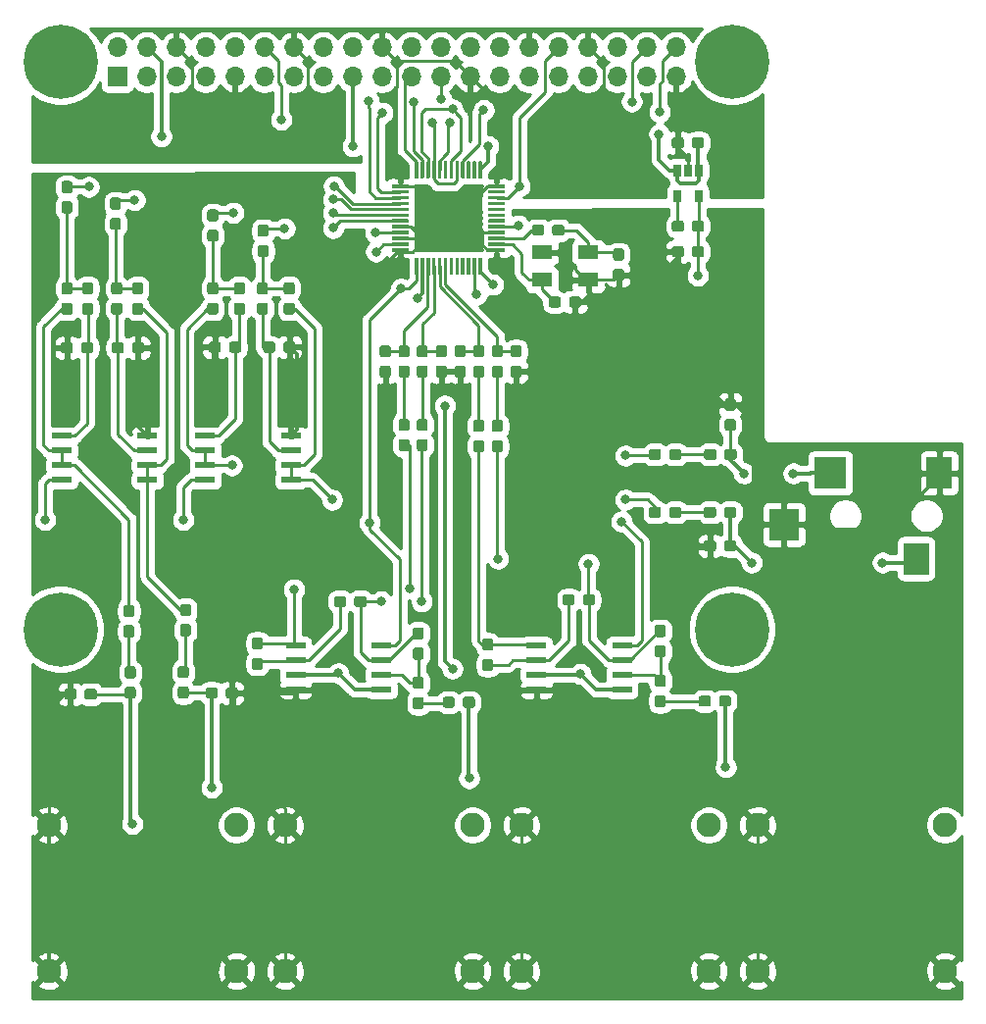
<source format=gbr>
G04 #@! TF.GenerationSoftware,KiCad,Pcbnew,(5.1.5)-3*
G04 #@! TF.CreationDate,2020-08-29T09:18:06-04:00*
G04 #@! TF.ProjectId,AudioBox,41756469-6f42-46f7-982e-6b696361645f,rev?*
G04 #@! TF.SameCoordinates,Original*
G04 #@! TF.FileFunction,Copper,L1,Top*
G04 #@! TF.FilePolarity,Positive*
%FSLAX46Y46*%
G04 Gerber Fmt 4.6, Leading zero omitted, Abs format (unit mm)*
G04 Created by KiCad (PCBNEW (5.1.5)-3) date 2020-08-29 09:18:06*
%MOMM*%
%LPD*%
G04 APERTURE LIST*
%ADD10R,1.800000X1.200000*%
%ADD11R,1.750000X0.550000*%
%ADD12C,0.100000*%
%ADD13C,6.400000*%
%ADD14C,2.108200*%
%ADD15R,2.800000X2.800000*%
%ADD16R,2.600000X2.800000*%
%ADD17R,2.200000X2.800000*%
%ADD18R,0.650000X1.060000*%
%ADD19O,1.700000X1.700000*%
%ADD20R,1.700000X1.700000*%
%ADD21C,0.800000*%
%ADD22C,0.250000*%
%ADD23C,0.300000*%
%ADD24C,0.254000*%
G04 APERTURE END LIST*
D10*
X84100000Y-39950000D03*
X88100000Y-39950000D03*
X88100000Y-42350000D03*
X84100000Y-42350000D03*
D11*
X70200000Y-73895000D03*
X70200000Y-75165000D03*
X70200000Y-76435000D03*
X70200000Y-77705000D03*
X62800000Y-77705000D03*
X62800000Y-76435000D03*
X62800000Y-75165000D03*
X62800000Y-73895000D03*
G04 #@! TA.AperFunction,SMDPad,CuDef*
D12*
G36*
X60210779Y-42551144D02*
G01*
X60233834Y-42554563D01*
X60256443Y-42560227D01*
X60278387Y-42568079D01*
X60299457Y-42578044D01*
X60319448Y-42590026D01*
X60338168Y-42603910D01*
X60355438Y-42619562D01*
X60371090Y-42636832D01*
X60384974Y-42655552D01*
X60396956Y-42675543D01*
X60406921Y-42696613D01*
X60414773Y-42718557D01*
X60420437Y-42741166D01*
X60423856Y-42764221D01*
X60425000Y-42787500D01*
X60425000Y-43362500D01*
X60423856Y-43385779D01*
X60420437Y-43408834D01*
X60414773Y-43431443D01*
X60406921Y-43453387D01*
X60396956Y-43474457D01*
X60384974Y-43494448D01*
X60371090Y-43513168D01*
X60355438Y-43530438D01*
X60338168Y-43546090D01*
X60319448Y-43559974D01*
X60299457Y-43571956D01*
X60278387Y-43581921D01*
X60256443Y-43589773D01*
X60233834Y-43595437D01*
X60210779Y-43598856D01*
X60187500Y-43600000D01*
X59712500Y-43600000D01*
X59689221Y-43598856D01*
X59666166Y-43595437D01*
X59643557Y-43589773D01*
X59621613Y-43581921D01*
X59600543Y-43571956D01*
X59580552Y-43559974D01*
X59561832Y-43546090D01*
X59544562Y-43530438D01*
X59528910Y-43513168D01*
X59515026Y-43494448D01*
X59503044Y-43474457D01*
X59493079Y-43453387D01*
X59485227Y-43431443D01*
X59479563Y-43408834D01*
X59476144Y-43385779D01*
X59475000Y-43362500D01*
X59475000Y-42787500D01*
X59476144Y-42764221D01*
X59479563Y-42741166D01*
X59485227Y-42718557D01*
X59493079Y-42696613D01*
X59503044Y-42675543D01*
X59515026Y-42655552D01*
X59528910Y-42636832D01*
X59544562Y-42619562D01*
X59561832Y-42603910D01*
X59580552Y-42590026D01*
X59600543Y-42578044D01*
X59621613Y-42568079D01*
X59643557Y-42560227D01*
X59666166Y-42554563D01*
X59689221Y-42551144D01*
X59712500Y-42550000D01*
X60187500Y-42550000D01*
X60210779Y-42551144D01*
G37*
G04 #@! TD.AperFunction*
G04 #@! TA.AperFunction,SMDPad,CuDef*
G36*
X60210779Y-44301144D02*
G01*
X60233834Y-44304563D01*
X60256443Y-44310227D01*
X60278387Y-44318079D01*
X60299457Y-44328044D01*
X60319448Y-44340026D01*
X60338168Y-44353910D01*
X60355438Y-44369562D01*
X60371090Y-44386832D01*
X60384974Y-44405552D01*
X60396956Y-44425543D01*
X60406921Y-44446613D01*
X60414773Y-44468557D01*
X60420437Y-44491166D01*
X60423856Y-44514221D01*
X60425000Y-44537500D01*
X60425000Y-45112500D01*
X60423856Y-45135779D01*
X60420437Y-45158834D01*
X60414773Y-45181443D01*
X60406921Y-45203387D01*
X60396956Y-45224457D01*
X60384974Y-45244448D01*
X60371090Y-45263168D01*
X60355438Y-45280438D01*
X60338168Y-45296090D01*
X60319448Y-45309974D01*
X60299457Y-45321956D01*
X60278387Y-45331921D01*
X60256443Y-45339773D01*
X60233834Y-45345437D01*
X60210779Y-45348856D01*
X60187500Y-45350000D01*
X59712500Y-45350000D01*
X59689221Y-45348856D01*
X59666166Y-45345437D01*
X59643557Y-45339773D01*
X59621613Y-45331921D01*
X59600543Y-45321956D01*
X59580552Y-45309974D01*
X59561832Y-45296090D01*
X59544562Y-45280438D01*
X59528910Y-45263168D01*
X59515026Y-45244448D01*
X59503044Y-45224457D01*
X59493079Y-45203387D01*
X59485227Y-45181443D01*
X59479563Y-45158834D01*
X59476144Y-45135779D01*
X59475000Y-45112500D01*
X59475000Y-44537500D01*
X59476144Y-44514221D01*
X59479563Y-44491166D01*
X59485227Y-44468557D01*
X59493079Y-44446613D01*
X59503044Y-44425543D01*
X59515026Y-44405552D01*
X59528910Y-44386832D01*
X59544562Y-44369562D01*
X59561832Y-44353910D01*
X59580552Y-44340026D01*
X59600543Y-44328044D01*
X59621613Y-44318079D01*
X59643557Y-44310227D01*
X59666166Y-44304563D01*
X59689221Y-44301144D01*
X59712500Y-44300000D01*
X60187500Y-44300000D01*
X60210779Y-44301144D01*
G37*
G04 #@! TD.AperFunction*
G04 #@! TA.AperFunction,SMDPad,CuDef*
G36*
X58210779Y-42551144D02*
G01*
X58233834Y-42554563D01*
X58256443Y-42560227D01*
X58278387Y-42568079D01*
X58299457Y-42578044D01*
X58319448Y-42590026D01*
X58338168Y-42603910D01*
X58355438Y-42619562D01*
X58371090Y-42636832D01*
X58384974Y-42655552D01*
X58396956Y-42675543D01*
X58406921Y-42696613D01*
X58414773Y-42718557D01*
X58420437Y-42741166D01*
X58423856Y-42764221D01*
X58425000Y-42787500D01*
X58425000Y-43362500D01*
X58423856Y-43385779D01*
X58420437Y-43408834D01*
X58414773Y-43431443D01*
X58406921Y-43453387D01*
X58396956Y-43474457D01*
X58384974Y-43494448D01*
X58371090Y-43513168D01*
X58355438Y-43530438D01*
X58338168Y-43546090D01*
X58319448Y-43559974D01*
X58299457Y-43571956D01*
X58278387Y-43581921D01*
X58256443Y-43589773D01*
X58233834Y-43595437D01*
X58210779Y-43598856D01*
X58187500Y-43600000D01*
X57712500Y-43600000D01*
X57689221Y-43598856D01*
X57666166Y-43595437D01*
X57643557Y-43589773D01*
X57621613Y-43581921D01*
X57600543Y-43571956D01*
X57580552Y-43559974D01*
X57561832Y-43546090D01*
X57544562Y-43530438D01*
X57528910Y-43513168D01*
X57515026Y-43494448D01*
X57503044Y-43474457D01*
X57493079Y-43453387D01*
X57485227Y-43431443D01*
X57479563Y-43408834D01*
X57476144Y-43385779D01*
X57475000Y-43362500D01*
X57475000Y-42787500D01*
X57476144Y-42764221D01*
X57479563Y-42741166D01*
X57485227Y-42718557D01*
X57493079Y-42696613D01*
X57503044Y-42675543D01*
X57515026Y-42655552D01*
X57528910Y-42636832D01*
X57544562Y-42619562D01*
X57561832Y-42603910D01*
X57580552Y-42590026D01*
X57600543Y-42578044D01*
X57621613Y-42568079D01*
X57643557Y-42560227D01*
X57666166Y-42554563D01*
X57689221Y-42551144D01*
X57712500Y-42550000D01*
X58187500Y-42550000D01*
X58210779Y-42551144D01*
G37*
G04 #@! TD.AperFunction*
G04 #@! TA.AperFunction,SMDPad,CuDef*
G36*
X58210779Y-44301144D02*
G01*
X58233834Y-44304563D01*
X58256443Y-44310227D01*
X58278387Y-44318079D01*
X58299457Y-44328044D01*
X58319448Y-44340026D01*
X58338168Y-44353910D01*
X58355438Y-44369562D01*
X58371090Y-44386832D01*
X58384974Y-44405552D01*
X58396956Y-44425543D01*
X58406921Y-44446613D01*
X58414773Y-44468557D01*
X58420437Y-44491166D01*
X58423856Y-44514221D01*
X58425000Y-44537500D01*
X58425000Y-45112500D01*
X58423856Y-45135779D01*
X58420437Y-45158834D01*
X58414773Y-45181443D01*
X58406921Y-45203387D01*
X58396956Y-45224457D01*
X58384974Y-45244448D01*
X58371090Y-45263168D01*
X58355438Y-45280438D01*
X58338168Y-45296090D01*
X58319448Y-45309974D01*
X58299457Y-45321956D01*
X58278387Y-45331921D01*
X58256443Y-45339773D01*
X58233834Y-45345437D01*
X58210779Y-45348856D01*
X58187500Y-45350000D01*
X57712500Y-45350000D01*
X57689221Y-45348856D01*
X57666166Y-45345437D01*
X57643557Y-45339773D01*
X57621613Y-45331921D01*
X57600543Y-45321956D01*
X57580552Y-45309974D01*
X57561832Y-45296090D01*
X57544562Y-45280438D01*
X57528910Y-45263168D01*
X57515026Y-45244448D01*
X57503044Y-45224457D01*
X57493079Y-45203387D01*
X57485227Y-45181443D01*
X57479563Y-45158834D01*
X57476144Y-45135779D01*
X57475000Y-45112500D01*
X57475000Y-44537500D01*
X57476144Y-44514221D01*
X57479563Y-44491166D01*
X57485227Y-44468557D01*
X57493079Y-44446613D01*
X57503044Y-44425543D01*
X57515026Y-44405552D01*
X57528910Y-44386832D01*
X57544562Y-44369562D01*
X57561832Y-44353910D01*
X57580552Y-44340026D01*
X57600543Y-44328044D01*
X57621613Y-44318079D01*
X57643557Y-44310227D01*
X57666166Y-44304563D01*
X57689221Y-44301144D01*
X57712500Y-44300000D01*
X58187500Y-44300000D01*
X58210779Y-44301144D01*
G37*
G04 #@! TD.AperFunction*
G04 #@! TA.AperFunction,SMDPad,CuDef*
G36*
X45110779Y-42551144D02*
G01*
X45133834Y-42554563D01*
X45156443Y-42560227D01*
X45178387Y-42568079D01*
X45199457Y-42578044D01*
X45219448Y-42590026D01*
X45238168Y-42603910D01*
X45255438Y-42619562D01*
X45271090Y-42636832D01*
X45284974Y-42655552D01*
X45296956Y-42675543D01*
X45306921Y-42696613D01*
X45314773Y-42718557D01*
X45320437Y-42741166D01*
X45323856Y-42764221D01*
X45325000Y-42787500D01*
X45325000Y-43362500D01*
X45323856Y-43385779D01*
X45320437Y-43408834D01*
X45314773Y-43431443D01*
X45306921Y-43453387D01*
X45296956Y-43474457D01*
X45284974Y-43494448D01*
X45271090Y-43513168D01*
X45255438Y-43530438D01*
X45238168Y-43546090D01*
X45219448Y-43559974D01*
X45199457Y-43571956D01*
X45178387Y-43581921D01*
X45156443Y-43589773D01*
X45133834Y-43595437D01*
X45110779Y-43598856D01*
X45087500Y-43600000D01*
X44612500Y-43600000D01*
X44589221Y-43598856D01*
X44566166Y-43595437D01*
X44543557Y-43589773D01*
X44521613Y-43581921D01*
X44500543Y-43571956D01*
X44480552Y-43559974D01*
X44461832Y-43546090D01*
X44444562Y-43530438D01*
X44428910Y-43513168D01*
X44415026Y-43494448D01*
X44403044Y-43474457D01*
X44393079Y-43453387D01*
X44385227Y-43431443D01*
X44379563Y-43408834D01*
X44376144Y-43385779D01*
X44375000Y-43362500D01*
X44375000Y-42787500D01*
X44376144Y-42764221D01*
X44379563Y-42741166D01*
X44385227Y-42718557D01*
X44393079Y-42696613D01*
X44403044Y-42675543D01*
X44415026Y-42655552D01*
X44428910Y-42636832D01*
X44444562Y-42619562D01*
X44461832Y-42603910D01*
X44480552Y-42590026D01*
X44500543Y-42578044D01*
X44521613Y-42568079D01*
X44543557Y-42560227D01*
X44566166Y-42554563D01*
X44589221Y-42551144D01*
X44612500Y-42550000D01*
X45087500Y-42550000D01*
X45110779Y-42551144D01*
G37*
G04 #@! TD.AperFunction*
G04 #@! TA.AperFunction,SMDPad,CuDef*
G36*
X45110779Y-44301144D02*
G01*
X45133834Y-44304563D01*
X45156443Y-44310227D01*
X45178387Y-44318079D01*
X45199457Y-44328044D01*
X45219448Y-44340026D01*
X45238168Y-44353910D01*
X45255438Y-44369562D01*
X45271090Y-44386832D01*
X45284974Y-44405552D01*
X45296956Y-44425543D01*
X45306921Y-44446613D01*
X45314773Y-44468557D01*
X45320437Y-44491166D01*
X45323856Y-44514221D01*
X45325000Y-44537500D01*
X45325000Y-45112500D01*
X45323856Y-45135779D01*
X45320437Y-45158834D01*
X45314773Y-45181443D01*
X45306921Y-45203387D01*
X45296956Y-45224457D01*
X45284974Y-45244448D01*
X45271090Y-45263168D01*
X45255438Y-45280438D01*
X45238168Y-45296090D01*
X45219448Y-45309974D01*
X45199457Y-45321956D01*
X45178387Y-45331921D01*
X45156443Y-45339773D01*
X45133834Y-45345437D01*
X45110779Y-45348856D01*
X45087500Y-45350000D01*
X44612500Y-45350000D01*
X44589221Y-45348856D01*
X44566166Y-45345437D01*
X44543557Y-45339773D01*
X44521613Y-45331921D01*
X44500543Y-45321956D01*
X44480552Y-45309974D01*
X44461832Y-45296090D01*
X44444562Y-45280438D01*
X44428910Y-45263168D01*
X44415026Y-45244448D01*
X44403044Y-45224457D01*
X44393079Y-45203387D01*
X44385227Y-45181443D01*
X44379563Y-45158834D01*
X44376144Y-45135779D01*
X44375000Y-45112500D01*
X44375000Y-44537500D01*
X44376144Y-44514221D01*
X44379563Y-44491166D01*
X44385227Y-44468557D01*
X44393079Y-44446613D01*
X44403044Y-44425543D01*
X44415026Y-44405552D01*
X44428910Y-44386832D01*
X44444562Y-44369562D01*
X44461832Y-44353910D01*
X44480552Y-44340026D01*
X44500543Y-44328044D01*
X44521613Y-44318079D01*
X44543557Y-44310227D01*
X44566166Y-44304563D01*
X44589221Y-44301144D01*
X44612500Y-44300000D01*
X45087500Y-44300000D01*
X45110779Y-44301144D01*
G37*
G04 #@! TD.AperFunction*
G04 #@! TA.AperFunction,SMDPad,CuDef*
G36*
X47610779Y-42551144D02*
G01*
X47633834Y-42554563D01*
X47656443Y-42560227D01*
X47678387Y-42568079D01*
X47699457Y-42578044D01*
X47719448Y-42590026D01*
X47738168Y-42603910D01*
X47755438Y-42619562D01*
X47771090Y-42636832D01*
X47784974Y-42655552D01*
X47796956Y-42675543D01*
X47806921Y-42696613D01*
X47814773Y-42718557D01*
X47820437Y-42741166D01*
X47823856Y-42764221D01*
X47825000Y-42787500D01*
X47825000Y-43362500D01*
X47823856Y-43385779D01*
X47820437Y-43408834D01*
X47814773Y-43431443D01*
X47806921Y-43453387D01*
X47796956Y-43474457D01*
X47784974Y-43494448D01*
X47771090Y-43513168D01*
X47755438Y-43530438D01*
X47738168Y-43546090D01*
X47719448Y-43559974D01*
X47699457Y-43571956D01*
X47678387Y-43581921D01*
X47656443Y-43589773D01*
X47633834Y-43595437D01*
X47610779Y-43598856D01*
X47587500Y-43600000D01*
X47112500Y-43600000D01*
X47089221Y-43598856D01*
X47066166Y-43595437D01*
X47043557Y-43589773D01*
X47021613Y-43581921D01*
X47000543Y-43571956D01*
X46980552Y-43559974D01*
X46961832Y-43546090D01*
X46944562Y-43530438D01*
X46928910Y-43513168D01*
X46915026Y-43494448D01*
X46903044Y-43474457D01*
X46893079Y-43453387D01*
X46885227Y-43431443D01*
X46879563Y-43408834D01*
X46876144Y-43385779D01*
X46875000Y-43362500D01*
X46875000Y-42787500D01*
X46876144Y-42764221D01*
X46879563Y-42741166D01*
X46885227Y-42718557D01*
X46893079Y-42696613D01*
X46903044Y-42675543D01*
X46915026Y-42655552D01*
X46928910Y-42636832D01*
X46944562Y-42619562D01*
X46961832Y-42603910D01*
X46980552Y-42590026D01*
X47000543Y-42578044D01*
X47021613Y-42568079D01*
X47043557Y-42560227D01*
X47066166Y-42554563D01*
X47089221Y-42551144D01*
X47112500Y-42550000D01*
X47587500Y-42550000D01*
X47610779Y-42551144D01*
G37*
G04 #@! TD.AperFunction*
G04 #@! TA.AperFunction,SMDPad,CuDef*
G36*
X47610779Y-44301144D02*
G01*
X47633834Y-44304563D01*
X47656443Y-44310227D01*
X47678387Y-44318079D01*
X47699457Y-44328044D01*
X47719448Y-44340026D01*
X47738168Y-44353910D01*
X47755438Y-44369562D01*
X47771090Y-44386832D01*
X47784974Y-44405552D01*
X47796956Y-44425543D01*
X47806921Y-44446613D01*
X47814773Y-44468557D01*
X47820437Y-44491166D01*
X47823856Y-44514221D01*
X47825000Y-44537500D01*
X47825000Y-45112500D01*
X47823856Y-45135779D01*
X47820437Y-45158834D01*
X47814773Y-45181443D01*
X47806921Y-45203387D01*
X47796956Y-45224457D01*
X47784974Y-45244448D01*
X47771090Y-45263168D01*
X47755438Y-45280438D01*
X47738168Y-45296090D01*
X47719448Y-45309974D01*
X47699457Y-45321956D01*
X47678387Y-45331921D01*
X47656443Y-45339773D01*
X47633834Y-45345437D01*
X47610779Y-45348856D01*
X47587500Y-45350000D01*
X47112500Y-45350000D01*
X47089221Y-45348856D01*
X47066166Y-45345437D01*
X47043557Y-45339773D01*
X47021613Y-45331921D01*
X47000543Y-45321956D01*
X46980552Y-45309974D01*
X46961832Y-45296090D01*
X46944562Y-45280438D01*
X46928910Y-45263168D01*
X46915026Y-45244448D01*
X46903044Y-45224457D01*
X46893079Y-45203387D01*
X46885227Y-45181443D01*
X46879563Y-45158834D01*
X46876144Y-45135779D01*
X46875000Y-45112500D01*
X46875000Y-44537500D01*
X46876144Y-44514221D01*
X46879563Y-44491166D01*
X46885227Y-44468557D01*
X46893079Y-44446613D01*
X46903044Y-44425543D01*
X46915026Y-44405552D01*
X46928910Y-44386832D01*
X46944562Y-44369562D01*
X46961832Y-44353910D01*
X46980552Y-44340026D01*
X47000543Y-44328044D01*
X47021613Y-44318079D01*
X47043557Y-44310227D01*
X47066166Y-44304563D01*
X47089221Y-44301144D01*
X47112500Y-44300000D01*
X47587500Y-44300000D01*
X47610779Y-44301144D01*
G37*
G04 #@! TD.AperFunction*
G04 #@! TA.AperFunction,SMDPad,CuDef*
G36*
X62585779Y-47676144D02*
G01*
X62608834Y-47679563D01*
X62631443Y-47685227D01*
X62653387Y-47693079D01*
X62674457Y-47703044D01*
X62694448Y-47715026D01*
X62713168Y-47728910D01*
X62730438Y-47744562D01*
X62746090Y-47761832D01*
X62759974Y-47780552D01*
X62771956Y-47800543D01*
X62781921Y-47821613D01*
X62789773Y-47843557D01*
X62795437Y-47866166D01*
X62798856Y-47889221D01*
X62800000Y-47912500D01*
X62800000Y-48387500D01*
X62798856Y-48410779D01*
X62795437Y-48433834D01*
X62789773Y-48456443D01*
X62781921Y-48478387D01*
X62771956Y-48499457D01*
X62759974Y-48519448D01*
X62746090Y-48538168D01*
X62730438Y-48555438D01*
X62713168Y-48571090D01*
X62694448Y-48584974D01*
X62674457Y-48596956D01*
X62653387Y-48606921D01*
X62631443Y-48614773D01*
X62608834Y-48620437D01*
X62585779Y-48623856D01*
X62562500Y-48625000D01*
X61987500Y-48625000D01*
X61964221Y-48623856D01*
X61941166Y-48620437D01*
X61918557Y-48614773D01*
X61896613Y-48606921D01*
X61875543Y-48596956D01*
X61855552Y-48584974D01*
X61836832Y-48571090D01*
X61819562Y-48555438D01*
X61803910Y-48538168D01*
X61790026Y-48519448D01*
X61778044Y-48499457D01*
X61768079Y-48478387D01*
X61760227Y-48456443D01*
X61754563Y-48433834D01*
X61751144Y-48410779D01*
X61750000Y-48387500D01*
X61750000Y-47912500D01*
X61751144Y-47889221D01*
X61754563Y-47866166D01*
X61760227Y-47843557D01*
X61768079Y-47821613D01*
X61778044Y-47800543D01*
X61790026Y-47780552D01*
X61803910Y-47761832D01*
X61819562Y-47744562D01*
X61836832Y-47728910D01*
X61855552Y-47715026D01*
X61875543Y-47703044D01*
X61896613Y-47693079D01*
X61918557Y-47685227D01*
X61941166Y-47679563D01*
X61964221Y-47676144D01*
X61987500Y-47675000D01*
X62562500Y-47675000D01*
X62585779Y-47676144D01*
G37*
G04 #@! TD.AperFunction*
G04 #@! TA.AperFunction,SMDPad,CuDef*
G36*
X60835779Y-47676144D02*
G01*
X60858834Y-47679563D01*
X60881443Y-47685227D01*
X60903387Y-47693079D01*
X60924457Y-47703044D01*
X60944448Y-47715026D01*
X60963168Y-47728910D01*
X60980438Y-47744562D01*
X60996090Y-47761832D01*
X61009974Y-47780552D01*
X61021956Y-47800543D01*
X61031921Y-47821613D01*
X61039773Y-47843557D01*
X61045437Y-47866166D01*
X61048856Y-47889221D01*
X61050000Y-47912500D01*
X61050000Y-48387500D01*
X61048856Y-48410779D01*
X61045437Y-48433834D01*
X61039773Y-48456443D01*
X61031921Y-48478387D01*
X61021956Y-48499457D01*
X61009974Y-48519448D01*
X60996090Y-48538168D01*
X60980438Y-48555438D01*
X60963168Y-48571090D01*
X60944448Y-48584974D01*
X60924457Y-48596956D01*
X60903387Y-48606921D01*
X60881443Y-48614773D01*
X60858834Y-48620437D01*
X60835779Y-48623856D01*
X60812500Y-48625000D01*
X60237500Y-48625000D01*
X60214221Y-48623856D01*
X60191166Y-48620437D01*
X60168557Y-48614773D01*
X60146613Y-48606921D01*
X60125543Y-48596956D01*
X60105552Y-48584974D01*
X60086832Y-48571090D01*
X60069562Y-48555438D01*
X60053910Y-48538168D01*
X60040026Y-48519448D01*
X60028044Y-48499457D01*
X60018079Y-48478387D01*
X60010227Y-48456443D01*
X60004563Y-48433834D01*
X60001144Y-48410779D01*
X60000000Y-48387500D01*
X60000000Y-47912500D01*
X60001144Y-47889221D01*
X60004563Y-47866166D01*
X60010227Y-47843557D01*
X60018079Y-47821613D01*
X60028044Y-47800543D01*
X60040026Y-47780552D01*
X60053910Y-47761832D01*
X60069562Y-47744562D01*
X60086832Y-47728910D01*
X60105552Y-47715026D01*
X60125543Y-47703044D01*
X60146613Y-47693079D01*
X60168557Y-47685227D01*
X60191166Y-47679563D01*
X60214221Y-47676144D01*
X60237500Y-47675000D01*
X60812500Y-47675000D01*
X60835779Y-47676144D01*
G37*
G04 #@! TD.AperFunction*
G04 #@! TA.AperFunction,SMDPad,CuDef*
G36*
X62510779Y-42551144D02*
G01*
X62533834Y-42554563D01*
X62556443Y-42560227D01*
X62578387Y-42568079D01*
X62599457Y-42578044D01*
X62619448Y-42590026D01*
X62638168Y-42603910D01*
X62655438Y-42619562D01*
X62671090Y-42636832D01*
X62684974Y-42655552D01*
X62696956Y-42675543D01*
X62706921Y-42696613D01*
X62714773Y-42718557D01*
X62720437Y-42741166D01*
X62723856Y-42764221D01*
X62725000Y-42787500D01*
X62725000Y-43362500D01*
X62723856Y-43385779D01*
X62720437Y-43408834D01*
X62714773Y-43431443D01*
X62706921Y-43453387D01*
X62696956Y-43474457D01*
X62684974Y-43494448D01*
X62671090Y-43513168D01*
X62655438Y-43530438D01*
X62638168Y-43546090D01*
X62619448Y-43559974D01*
X62599457Y-43571956D01*
X62578387Y-43581921D01*
X62556443Y-43589773D01*
X62533834Y-43595437D01*
X62510779Y-43598856D01*
X62487500Y-43600000D01*
X62012500Y-43600000D01*
X61989221Y-43598856D01*
X61966166Y-43595437D01*
X61943557Y-43589773D01*
X61921613Y-43581921D01*
X61900543Y-43571956D01*
X61880552Y-43559974D01*
X61861832Y-43546090D01*
X61844562Y-43530438D01*
X61828910Y-43513168D01*
X61815026Y-43494448D01*
X61803044Y-43474457D01*
X61793079Y-43453387D01*
X61785227Y-43431443D01*
X61779563Y-43408834D01*
X61776144Y-43385779D01*
X61775000Y-43362500D01*
X61775000Y-42787500D01*
X61776144Y-42764221D01*
X61779563Y-42741166D01*
X61785227Y-42718557D01*
X61793079Y-42696613D01*
X61803044Y-42675543D01*
X61815026Y-42655552D01*
X61828910Y-42636832D01*
X61844562Y-42619562D01*
X61861832Y-42603910D01*
X61880552Y-42590026D01*
X61900543Y-42578044D01*
X61921613Y-42568079D01*
X61943557Y-42560227D01*
X61966166Y-42554563D01*
X61989221Y-42551144D01*
X62012500Y-42550000D01*
X62487500Y-42550000D01*
X62510779Y-42551144D01*
G37*
G04 #@! TD.AperFunction*
G04 #@! TA.AperFunction,SMDPad,CuDef*
G36*
X62510779Y-44301144D02*
G01*
X62533834Y-44304563D01*
X62556443Y-44310227D01*
X62578387Y-44318079D01*
X62599457Y-44328044D01*
X62619448Y-44340026D01*
X62638168Y-44353910D01*
X62655438Y-44369562D01*
X62671090Y-44386832D01*
X62684974Y-44405552D01*
X62696956Y-44425543D01*
X62706921Y-44446613D01*
X62714773Y-44468557D01*
X62720437Y-44491166D01*
X62723856Y-44514221D01*
X62725000Y-44537500D01*
X62725000Y-45112500D01*
X62723856Y-45135779D01*
X62720437Y-45158834D01*
X62714773Y-45181443D01*
X62706921Y-45203387D01*
X62696956Y-45224457D01*
X62684974Y-45244448D01*
X62671090Y-45263168D01*
X62655438Y-45280438D01*
X62638168Y-45296090D01*
X62619448Y-45309974D01*
X62599457Y-45321956D01*
X62578387Y-45331921D01*
X62556443Y-45339773D01*
X62533834Y-45345437D01*
X62510779Y-45348856D01*
X62487500Y-45350000D01*
X62012500Y-45350000D01*
X61989221Y-45348856D01*
X61966166Y-45345437D01*
X61943557Y-45339773D01*
X61921613Y-45331921D01*
X61900543Y-45321956D01*
X61880552Y-45309974D01*
X61861832Y-45296090D01*
X61844562Y-45280438D01*
X61828910Y-45263168D01*
X61815026Y-45244448D01*
X61803044Y-45224457D01*
X61793079Y-45203387D01*
X61785227Y-45181443D01*
X61779563Y-45158834D01*
X61776144Y-45135779D01*
X61775000Y-45112500D01*
X61775000Y-44537500D01*
X61776144Y-44514221D01*
X61779563Y-44491166D01*
X61785227Y-44468557D01*
X61793079Y-44446613D01*
X61803044Y-44425543D01*
X61815026Y-44405552D01*
X61828910Y-44386832D01*
X61844562Y-44369562D01*
X61861832Y-44353910D01*
X61880552Y-44340026D01*
X61900543Y-44328044D01*
X61921613Y-44318079D01*
X61943557Y-44310227D01*
X61966166Y-44304563D01*
X61989221Y-44301144D01*
X62012500Y-44300000D01*
X62487500Y-44300000D01*
X62510779Y-44301144D01*
G37*
G04 #@! TD.AperFunction*
G04 #@! TA.AperFunction,SMDPad,CuDef*
G36*
X56135779Y-47676144D02*
G01*
X56158834Y-47679563D01*
X56181443Y-47685227D01*
X56203387Y-47693079D01*
X56224457Y-47703044D01*
X56244448Y-47715026D01*
X56263168Y-47728910D01*
X56280438Y-47744562D01*
X56296090Y-47761832D01*
X56309974Y-47780552D01*
X56321956Y-47800543D01*
X56331921Y-47821613D01*
X56339773Y-47843557D01*
X56345437Y-47866166D01*
X56348856Y-47889221D01*
X56350000Y-47912500D01*
X56350000Y-48387500D01*
X56348856Y-48410779D01*
X56345437Y-48433834D01*
X56339773Y-48456443D01*
X56331921Y-48478387D01*
X56321956Y-48499457D01*
X56309974Y-48519448D01*
X56296090Y-48538168D01*
X56280438Y-48555438D01*
X56263168Y-48571090D01*
X56244448Y-48584974D01*
X56224457Y-48596956D01*
X56203387Y-48606921D01*
X56181443Y-48614773D01*
X56158834Y-48620437D01*
X56135779Y-48623856D01*
X56112500Y-48625000D01*
X55537500Y-48625000D01*
X55514221Y-48623856D01*
X55491166Y-48620437D01*
X55468557Y-48614773D01*
X55446613Y-48606921D01*
X55425543Y-48596956D01*
X55405552Y-48584974D01*
X55386832Y-48571090D01*
X55369562Y-48555438D01*
X55353910Y-48538168D01*
X55340026Y-48519448D01*
X55328044Y-48499457D01*
X55318079Y-48478387D01*
X55310227Y-48456443D01*
X55304563Y-48433834D01*
X55301144Y-48410779D01*
X55300000Y-48387500D01*
X55300000Y-47912500D01*
X55301144Y-47889221D01*
X55304563Y-47866166D01*
X55310227Y-47843557D01*
X55318079Y-47821613D01*
X55328044Y-47800543D01*
X55340026Y-47780552D01*
X55353910Y-47761832D01*
X55369562Y-47744562D01*
X55386832Y-47728910D01*
X55405552Y-47715026D01*
X55425543Y-47703044D01*
X55446613Y-47693079D01*
X55468557Y-47685227D01*
X55491166Y-47679563D01*
X55514221Y-47676144D01*
X55537500Y-47675000D01*
X56112500Y-47675000D01*
X56135779Y-47676144D01*
G37*
G04 #@! TD.AperFunction*
G04 #@! TA.AperFunction,SMDPad,CuDef*
G36*
X57885779Y-47676144D02*
G01*
X57908834Y-47679563D01*
X57931443Y-47685227D01*
X57953387Y-47693079D01*
X57974457Y-47703044D01*
X57994448Y-47715026D01*
X58013168Y-47728910D01*
X58030438Y-47744562D01*
X58046090Y-47761832D01*
X58059974Y-47780552D01*
X58071956Y-47800543D01*
X58081921Y-47821613D01*
X58089773Y-47843557D01*
X58095437Y-47866166D01*
X58098856Y-47889221D01*
X58100000Y-47912500D01*
X58100000Y-48387500D01*
X58098856Y-48410779D01*
X58095437Y-48433834D01*
X58089773Y-48456443D01*
X58081921Y-48478387D01*
X58071956Y-48499457D01*
X58059974Y-48519448D01*
X58046090Y-48538168D01*
X58030438Y-48555438D01*
X58013168Y-48571090D01*
X57994448Y-48584974D01*
X57974457Y-48596956D01*
X57953387Y-48606921D01*
X57931443Y-48614773D01*
X57908834Y-48620437D01*
X57885779Y-48623856D01*
X57862500Y-48625000D01*
X57287500Y-48625000D01*
X57264221Y-48623856D01*
X57241166Y-48620437D01*
X57218557Y-48614773D01*
X57196613Y-48606921D01*
X57175543Y-48596956D01*
X57155552Y-48584974D01*
X57136832Y-48571090D01*
X57119562Y-48555438D01*
X57103910Y-48538168D01*
X57090026Y-48519448D01*
X57078044Y-48499457D01*
X57068079Y-48478387D01*
X57060227Y-48456443D01*
X57054563Y-48433834D01*
X57051144Y-48410779D01*
X57050000Y-48387500D01*
X57050000Y-47912500D01*
X57051144Y-47889221D01*
X57054563Y-47866166D01*
X57060227Y-47843557D01*
X57068079Y-47821613D01*
X57078044Y-47800543D01*
X57090026Y-47780552D01*
X57103910Y-47761832D01*
X57119562Y-47744562D01*
X57136832Y-47728910D01*
X57155552Y-47715026D01*
X57175543Y-47703044D01*
X57196613Y-47693079D01*
X57218557Y-47685227D01*
X57241166Y-47679563D01*
X57264221Y-47676144D01*
X57287500Y-47675000D01*
X57862500Y-47675000D01*
X57885779Y-47676144D01*
G37*
G04 #@! TD.AperFunction*
G04 #@! TA.AperFunction,SMDPad,CuDef*
G36*
X55910779Y-42551144D02*
G01*
X55933834Y-42554563D01*
X55956443Y-42560227D01*
X55978387Y-42568079D01*
X55999457Y-42578044D01*
X56019448Y-42590026D01*
X56038168Y-42603910D01*
X56055438Y-42619562D01*
X56071090Y-42636832D01*
X56084974Y-42655552D01*
X56096956Y-42675543D01*
X56106921Y-42696613D01*
X56114773Y-42718557D01*
X56120437Y-42741166D01*
X56123856Y-42764221D01*
X56125000Y-42787500D01*
X56125000Y-43362500D01*
X56123856Y-43385779D01*
X56120437Y-43408834D01*
X56114773Y-43431443D01*
X56106921Y-43453387D01*
X56096956Y-43474457D01*
X56084974Y-43494448D01*
X56071090Y-43513168D01*
X56055438Y-43530438D01*
X56038168Y-43546090D01*
X56019448Y-43559974D01*
X55999457Y-43571956D01*
X55978387Y-43581921D01*
X55956443Y-43589773D01*
X55933834Y-43595437D01*
X55910779Y-43598856D01*
X55887500Y-43600000D01*
X55412500Y-43600000D01*
X55389221Y-43598856D01*
X55366166Y-43595437D01*
X55343557Y-43589773D01*
X55321613Y-43581921D01*
X55300543Y-43571956D01*
X55280552Y-43559974D01*
X55261832Y-43546090D01*
X55244562Y-43530438D01*
X55228910Y-43513168D01*
X55215026Y-43494448D01*
X55203044Y-43474457D01*
X55193079Y-43453387D01*
X55185227Y-43431443D01*
X55179563Y-43408834D01*
X55176144Y-43385779D01*
X55175000Y-43362500D01*
X55175000Y-42787500D01*
X55176144Y-42764221D01*
X55179563Y-42741166D01*
X55185227Y-42718557D01*
X55193079Y-42696613D01*
X55203044Y-42675543D01*
X55215026Y-42655552D01*
X55228910Y-42636832D01*
X55244562Y-42619562D01*
X55261832Y-42603910D01*
X55280552Y-42590026D01*
X55300543Y-42578044D01*
X55321613Y-42568079D01*
X55343557Y-42560227D01*
X55366166Y-42554563D01*
X55389221Y-42551144D01*
X55412500Y-42550000D01*
X55887500Y-42550000D01*
X55910779Y-42551144D01*
G37*
G04 #@! TD.AperFunction*
G04 #@! TA.AperFunction,SMDPad,CuDef*
G36*
X55910779Y-44301144D02*
G01*
X55933834Y-44304563D01*
X55956443Y-44310227D01*
X55978387Y-44318079D01*
X55999457Y-44328044D01*
X56019448Y-44340026D01*
X56038168Y-44353910D01*
X56055438Y-44369562D01*
X56071090Y-44386832D01*
X56084974Y-44405552D01*
X56096956Y-44425543D01*
X56106921Y-44446613D01*
X56114773Y-44468557D01*
X56120437Y-44491166D01*
X56123856Y-44514221D01*
X56125000Y-44537500D01*
X56125000Y-45112500D01*
X56123856Y-45135779D01*
X56120437Y-45158834D01*
X56114773Y-45181443D01*
X56106921Y-45203387D01*
X56096956Y-45224457D01*
X56084974Y-45244448D01*
X56071090Y-45263168D01*
X56055438Y-45280438D01*
X56038168Y-45296090D01*
X56019448Y-45309974D01*
X55999457Y-45321956D01*
X55978387Y-45331921D01*
X55956443Y-45339773D01*
X55933834Y-45345437D01*
X55910779Y-45348856D01*
X55887500Y-45350000D01*
X55412500Y-45350000D01*
X55389221Y-45348856D01*
X55366166Y-45345437D01*
X55343557Y-45339773D01*
X55321613Y-45331921D01*
X55300543Y-45321956D01*
X55280552Y-45309974D01*
X55261832Y-45296090D01*
X55244562Y-45280438D01*
X55228910Y-45263168D01*
X55215026Y-45244448D01*
X55203044Y-45224457D01*
X55193079Y-45203387D01*
X55185227Y-45181443D01*
X55179563Y-45158834D01*
X55176144Y-45135779D01*
X55175000Y-45112500D01*
X55175000Y-44537500D01*
X55176144Y-44514221D01*
X55179563Y-44491166D01*
X55185227Y-44468557D01*
X55193079Y-44446613D01*
X55203044Y-44425543D01*
X55215026Y-44405552D01*
X55228910Y-44386832D01*
X55244562Y-44369562D01*
X55261832Y-44353910D01*
X55280552Y-44340026D01*
X55300543Y-44328044D01*
X55321613Y-44318079D01*
X55343557Y-44310227D01*
X55366166Y-44304563D01*
X55389221Y-44301144D01*
X55412500Y-44300000D01*
X55887500Y-44300000D01*
X55910779Y-44301144D01*
G37*
G04 #@! TD.AperFunction*
G04 #@! TA.AperFunction,SMDPad,CuDef*
G36*
X49510779Y-47726144D02*
G01*
X49533834Y-47729563D01*
X49556443Y-47735227D01*
X49578387Y-47743079D01*
X49599457Y-47753044D01*
X49619448Y-47765026D01*
X49638168Y-47778910D01*
X49655438Y-47794562D01*
X49671090Y-47811832D01*
X49684974Y-47830552D01*
X49696956Y-47850543D01*
X49706921Y-47871613D01*
X49714773Y-47893557D01*
X49720437Y-47916166D01*
X49723856Y-47939221D01*
X49725000Y-47962500D01*
X49725000Y-48437500D01*
X49723856Y-48460779D01*
X49720437Y-48483834D01*
X49714773Y-48506443D01*
X49706921Y-48528387D01*
X49696956Y-48549457D01*
X49684974Y-48569448D01*
X49671090Y-48588168D01*
X49655438Y-48605438D01*
X49638168Y-48621090D01*
X49619448Y-48634974D01*
X49599457Y-48646956D01*
X49578387Y-48656921D01*
X49556443Y-48664773D01*
X49533834Y-48670437D01*
X49510779Y-48673856D01*
X49487500Y-48675000D01*
X48912500Y-48675000D01*
X48889221Y-48673856D01*
X48866166Y-48670437D01*
X48843557Y-48664773D01*
X48821613Y-48656921D01*
X48800543Y-48646956D01*
X48780552Y-48634974D01*
X48761832Y-48621090D01*
X48744562Y-48605438D01*
X48728910Y-48588168D01*
X48715026Y-48569448D01*
X48703044Y-48549457D01*
X48693079Y-48528387D01*
X48685227Y-48506443D01*
X48679563Y-48483834D01*
X48676144Y-48460779D01*
X48675000Y-48437500D01*
X48675000Y-47962500D01*
X48676144Y-47939221D01*
X48679563Y-47916166D01*
X48685227Y-47893557D01*
X48693079Y-47871613D01*
X48703044Y-47850543D01*
X48715026Y-47830552D01*
X48728910Y-47811832D01*
X48744562Y-47794562D01*
X48761832Y-47778910D01*
X48780552Y-47765026D01*
X48800543Y-47753044D01*
X48821613Y-47743079D01*
X48843557Y-47735227D01*
X48866166Y-47729563D01*
X48889221Y-47726144D01*
X48912500Y-47725000D01*
X49487500Y-47725000D01*
X49510779Y-47726144D01*
G37*
G04 #@! TD.AperFunction*
G04 #@! TA.AperFunction,SMDPad,CuDef*
G36*
X47760779Y-47726144D02*
G01*
X47783834Y-47729563D01*
X47806443Y-47735227D01*
X47828387Y-47743079D01*
X47849457Y-47753044D01*
X47869448Y-47765026D01*
X47888168Y-47778910D01*
X47905438Y-47794562D01*
X47921090Y-47811832D01*
X47934974Y-47830552D01*
X47946956Y-47850543D01*
X47956921Y-47871613D01*
X47964773Y-47893557D01*
X47970437Y-47916166D01*
X47973856Y-47939221D01*
X47975000Y-47962500D01*
X47975000Y-48437500D01*
X47973856Y-48460779D01*
X47970437Y-48483834D01*
X47964773Y-48506443D01*
X47956921Y-48528387D01*
X47946956Y-48549457D01*
X47934974Y-48569448D01*
X47921090Y-48588168D01*
X47905438Y-48605438D01*
X47888168Y-48621090D01*
X47869448Y-48634974D01*
X47849457Y-48646956D01*
X47828387Y-48656921D01*
X47806443Y-48664773D01*
X47783834Y-48670437D01*
X47760779Y-48673856D01*
X47737500Y-48675000D01*
X47162500Y-48675000D01*
X47139221Y-48673856D01*
X47116166Y-48670437D01*
X47093557Y-48664773D01*
X47071613Y-48656921D01*
X47050543Y-48646956D01*
X47030552Y-48634974D01*
X47011832Y-48621090D01*
X46994562Y-48605438D01*
X46978910Y-48588168D01*
X46965026Y-48569448D01*
X46953044Y-48549457D01*
X46943079Y-48528387D01*
X46935227Y-48506443D01*
X46929563Y-48483834D01*
X46926144Y-48460779D01*
X46925000Y-48437500D01*
X46925000Y-47962500D01*
X46926144Y-47939221D01*
X46929563Y-47916166D01*
X46935227Y-47893557D01*
X46943079Y-47871613D01*
X46953044Y-47850543D01*
X46965026Y-47830552D01*
X46978910Y-47811832D01*
X46994562Y-47794562D01*
X47011832Y-47778910D01*
X47030552Y-47765026D01*
X47050543Y-47753044D01*
X47071613Y-47743079D01*
X47093557Y-47735227D01*
X47116166Y-47729563D01*
X47139221Y-47726144D01*
X47162500Y-47725000D01*
X47737500Y-47725000D01*
X47760779Y-47726144D01*
G37*
G04 #@! TD.AperFunction*
G04 #@! TA.AperFunction,SMDPad,CuDef*
G36*
X43310779Y-42551144D02*
G01*
X43333834Y-42554563D01*
X43356443Y-42560227D01*
X43378387Y-42568079D01*
X43399457Y-42578044D01*
X43419448Y-42590026D01*
X43438168Y-42603910D01*
X43455438Y-42619562D01*
X43471090Y-42636832D01*
X43484974Y-42655552D01*
X43496956Y-42675543D01*
X43506921Y-42696613D01*
X43514773Y-42718557D01*
X43520437Y-42741166D01*
X43523856Y-42764221D01*
X43525000Y-42787500D01*
X43525000Y-43362500D01*
X43523856Y-43385779D01*
X43520437Y-43408834D01*
X43514773Y-43431443D01*
X43506921Y-43453387D01*
X43496956Y-43474457D01*
X43484974Y-43494448D01*
X43471090Y-43513168D01*
X43455438Y-43530438D01*
X43438168Y-43546090D01*
X43419448Y-43559974D01*
X43399457Y-43571956D01*
X43378387Y-43581921D01*
X43356443Y-43589773D01*
X43333834Y-43595437D01*
X43310779Y-43598856D01*
X43287500Y-43600000D01*
X42812500Y-43600000D01*
X42789221Y-43598856D01*
X42766166Y-43595437D01*
X42743557Y-43589773D01*
X42721613Y-43581921D01*
X42700543Y-43571956D01*
X42680552Y-43559974D01*
X42661832Y-43546090D01*
X42644562Y-43530438D01*
X42628910Y-43513168D01*
X42615026Y-43494448D01*
X42603044Y-43474457D01*
X42593079Y-43453387D01*
X42585227Y-43431443D01*
X42579563Y-43408834D01*
X42576144Y-43385779D01*
X42575000Y-43362500D01*
X42575000Y-42787500D01*
X42576144Y-42764221D01*
X42579563Y-42741166D01*
X42585227Y-42718557D01*
X42593079Y-42696613D01*
X42603044Y-42675543D01*
X42615026Y-42655552D01*
X42628910Y-42636832D01*
X42644562Y-42619562D01*
X42661832Y-42603910D01*
X42680552Y-42590026D01*
X42700543Y-42578044D01*
X42721613Y-42568079D01*
X42743557Y-42560227D01*
X42766166Y-42554563D01*
X42789221Y-42551144D01*
X42812500Y-42550000D01*
X43287500Y-42550000D01*
X43310779Y-42551144D01*
G37*
G04 #@! TD.AperFunction*
G04 #@! TA.AperFunction,SMDPad,CuDef*
G36*
X43310779Y-44301144D02*
G01*
X43333834Y-44304563D01*
X43356443Y-44310227D01*
X43378387Y-44318079D01*
X43399457Y-44328044D01*
X43419448Y-44340026D01*
X43438168Y-44353910D01*
X43455438Y-44369562D01*
X43471090Y-44386832D01*
X43484974Y-44405552D01*
X43496956Y-44425543D01*
X43506921Y-44446613D01*
X43514773Y-44468557D01*
X43520437Y-44491166D01*
X43523856Y-44514221D01*
X43525000Y-44537500D01*
X43525000Y-45112500D01*
X43523856Y-45135779D01*
X43520437Y-45158834D01*
X43514773Y-45181443D01*
X43506921Y-45203387D01*
X43496956Y-45224457D01*
X43484974Y-45244448D01*
X43471090Y-45263168D01*
X43455438Y-45280438D01*
X43438168Y-45296090D01*
X43419448Y-45309974D01*
X43399457Y-45321956D01*
X43378387Y-45331921D01*
X43356443Y-45339773D01*
X43333834Y-45345437D01*
X43310779Y-45348856D01*
X43287500Y-45350000D01*
X42812500Y-45350000D01*
X42789221Y-45348856D01*
X42766166Y-45345437D01*
X42743557Y-45339773D01*
X42721613Y-45331921D01*
X42700543Y-45321956D01*
X42680552Y-45309974D01*
X42661832Y-45296090D01*
X42644562Y-45280438D01*
X42628910Y-45263168D01*
X42615026Y-45244448D01*
X42603044Y-45224457D01*
X42593079Y-45203387D01*
X42585227Y-45181443D01*
X42579563Y-45158834D01*
X42576144Y-45135779D01*
X42575000Y-45112500D01*
X42575000Y-44537500D01*
X42576144Y-44514221D01*
X42579563Y-44491166D01*
X42585227Y-44468557D01*
X42593079Y-44446613D01*
X42603044Y-44425543D01*
X42615026Y-44405552D01*
X42628910Y-44386832D01*
X42644562Y-44369562D01*
X42661832Y-44353910D01*
X42680552Y-44340026D01*
X42700543Y-44328044D01*
X42721613Y-44318079D01*
X42743557Y-44310227D01*
X42766166Y-44304563D01*
X42789221Y-44301144D01*
X42812500Y-44300000D01*
X43287500Y-44300000D01*
X43310779Y-44301144D01*
G37*
G04 #@! TD.AperFunction*
G04 #@! TA.AperFunction,SMDPad,CuDef*
G36*
X43360779Y-47726144D02*
G01*
X43383834Y-47729563D01*
X43406443Y-47735227D01*
X43428387Y-47743079D01*
X43449457Y-47753044D01*
X43469448Y-47765026D01*
X43488168Y-47778910D01*
X43505438Y-47794562D01*
X43521090Y-47811832D01*
X43534974Y-47830552D01*
X43546956Y-47850543D01*
X43556921Y-47871613D01*
X43564773Y-47893557D01*
X43570437Y-47916166D01*
X43573856Y-47939221D01*
X43575000Y-47962500D01*
X43575000Y-48437500D01*
X43573856Y-48460779D01*
X43570437Y-48483834D01*
X43564773Y-48506443D01*
X43556921Y-48528387D01*
X43546956Y-48549457D01*
X43534974Y-48569448D01*
X43521090Y-48588168D01*
X43505438Y-48605438D01*
X43488168Y-48621090D01*
X43469448Y-48634974D01*
X43449457Y-48646956D01*
X43428387Y-48656921D01*
X43406443Y-48664773D01*
X43383834Y-48670437D01*
X43360779Y-48673856D01*
X43337500Y-48675000D01*
X42762500Y-48675000D01*
X42739221Y-48673856D01*
X42716166Y-48670437D01*
X42693557Y-48664773D01*
X42671613Y-48656921D01*
X42650543Y-48646956D01*
X42630552Y-48634974D01*
X42611832Y-48621090D01*
X42594562Y-48605438D01*
X42578910Y-48588168D01*
X42565026Y-48569448D01*
X42553044Y-48549457D01*
X42543079Y-48528387D01*
X42535227Y-48506443D01*
X42529563Y-48483834D01*
X42526144Y-48460779D01*
X42525000Y-48437500D01*
X42525000Y-47962500D01*
X42526144Y-47939221D01*
X42529563Y-47916166D01*
X42535227Y-47893557D01*
X42543079Y-47871613D01*
X42553044Y-47850543D01*
X42565026Y-47830552D01*
X42578910Y-47811832D01*
X42594562Y-47794562D01*
X42611832Y-47778910D01*
X42630552Y-47765026D01*
X42650543Y-47753044D01*
X42671613Y-47743079D01*
X42693557Y-47735227D01*
X42716166Y-47729563D01*
X42739221Y-47726144D01*
X42762500Y-47725000D01*
X43337500Y-47725000D01*
X43360779Y-47726144D01*
G37*
G04 #@! TD.AperFunction*
G04 #@! TA.AperFunction,SMDPad,CuDef*
G36*
X45110779Y-47726144D02*
G01*
X45133834Y-47729563D01*
X45156443Y-47735227D01*
X45178387Y-47743079D01*
X45199457Y-47753044D01*
X45219448Y-47765026D01*
X45238168Y-47778910D01*
X45255438Y-47794562D01*
X45271090Y-47811832D01*
X45284974Y-47830552D01*
X45296956Y-47850543D01*
X45306921Y-47871613D01*
X45314773Y-47893557D01*
X45320437Y-47916166D01*
X45323856Y-47939221D01*
X45325000Y-47962500D01*
X45325000Y-48437500D01*
X45323856Y-48460779D01*
X45320437Y-48483834D01*
X45314773Y-48506443D01*
X45306921Y-48528387D01*
X45296956Y-48549457D01*
X45284974Y-48569448D01*
X45271090Y-48588168D01*
X45255438Y-48605438D01*
X45238168Y-48621090D01*
X45219448Y-48634974D01*
X45199457Y-48646956D01*
X45178387Y-48656921D01*
X45156443Y-48664773D01*
X45133834Y-48670437D01*
X45110779Y-48673856D01*
X45087500Y-48675000D01*
X44512500Y-48675000D01*
X44489221Y-48673856D01*
X44466166Y-48670437D01*
X44443557Y-48664773D01*
X44421613Y-48656921D01*
X44400543Y-48646956D01*
X44380552Y-48634974D01*
X44361832Y-48621090D01*
X44344562Y-48605438D01*
X44328910Y-48588168D01*
X44315026Y-48569448D01*
X44303044Y-48549457D01*
X44293079Y-48528387D01*
X44285227Y-48506443D01*
X44279563Y-48483834D01*
X44276144Y-48460779D01*
X44275000Y-48437500D01*
X44275000Y-47962500D01*
X44276144Y-47939221D01*
X44279563Y-47916166D01*
X44285227Y-47893557D01*
X44293079Y-47871613D01*
X44303044Y-47850543D01*
X44315026Y-47830552D01*
X44328910Y-47811832D01*
X44344562Y-47794562D01*
X44361832Y-47778910D01*
X44380552Y-47765026D01*
X44400543Y-47753044D01*
X44421613Y-47743079D01*
X44443557Y-47735227D01*
X44466166Y-47729563D01*
X44489221Y-47726144D01*
X44512500Y-47725000D01*
X45087500Y-47725000D01*
X45110779Y-47726144D01*
G37*
G04 #@! TD.AperFunction*
G04 #@! TA.AperFunction,SMDPad,CuDef*
G36*
X49410779Y-42551144D02*
G01*
X49433834Y-42554563D01*
X49456443Y-42560227D01*
X49478387Y-42568079D01*
X49499457Y-42578044D01*
X49519448Y-42590026D01*
X49538168Y-42603910D01*
X49555438Y-42619562D01*
X49571090Y-42636832D01*
X49584974Y-42655552D01*
X49596956Y-42675543D01*
X49606921Y-42696613D01*
X49614773Y-42718557D01*
X49620437Y-42741166D01*
X49623856Y-42764221D01*
X49625000Y-42787500D01*
X49625000Y-43362500D01*
X49623856Y-43385779D01*
X49620437Y-43408834D01*
X49614773Y-43431443D01*
X49606921Y-43453387D01*
X49596956Y-43474457D01*
X49584974Y-43494448D01*
X49571090Y-43513168D01*
X49555438Y-43530438D01*
X49538168Y-43546090D01*
X49519448Y-43559974D01*
X49499457Y-43571956D01*
X49478387Y-43581921D01*
X49456443Y-43589773D01*
X49433834Y-43595437D01*
X49410779Y-43598856D01*
X49387500Y-43600000D01*
X48912500Y-43600000D01*
X48889221Y-43598856D01*
X48866166Y-43595437D01*
X48843557Y-43589773D01*
X48821613Y-43581921D01*
X48800543Y-43571956D01*
X48780552Y-43559974D01*
X48761832Y-43546090D01*
X48744562Y-43530438D01*
X48728910Y-43513168D01*
X48715026Y-43494448D01*
X48703044Y-43474457D01*
X48693079Y-43453387D01*
X48685227Y-43431443D01*
X48679563Y-43408834D01*
X48676144Y-43385779D01*
X48675000Y-43362500D01*
X48675000Y-42787500D01*
X48676144Y-42764221D01*
X48679563Y-42741166D01*
X48685227Y-42718557D01*
X48693079Y-42696613D01*
X48703044Y-42675543D01*
X48715026Y-42655552D01*
X48728910Y-42636832D01*
X48744562Y-42619562D01*
X48761832Y-42603910D01*
X48780552Y-42590026D01*
X48800543Y-42578044D01*
X48821613Y-42568079D01*
X48843557Y-42560227D01*
X48866166Y-42554563D01*
X48889221Y-42551144D01*
X48912500Y-42550000D01*
X49387500Y-42550000D01*
X49410779Y-42551144D01*
G37*
G04 #@! TD.AperFunction*
G04 #@! TA.AperFunction,SMDPad,CuDef*
G36*
X49410779Y-44301144D02*
G01*
X49433834Y-44304563D01*
X49456443Y-44310227D01*
X49478387Y-44318079D01*
X49499457Y-44328044D01*
X49519448Y-44340026D01*
X49538168Y-44353910D01*
X49555438Y-44369562D01*
X49571090Y-44386832D01*
X49584974Y-44405552D01*
X49596956Y-44425543D01*
X49606921Y-44446613D01*
X49614773Y-44468557D01*
X49620437Y-44491166D01*
X49623856Y-44514221D01*
X49625000Y-44537500D01*
X49625000Y-45112500D01*
X49623856Y-45135779D01*
X49620437Y-45158834D01*
X49614773Y-45181443D01*
X49606921Y-45203387D01*
X49596956Y-45224457D01*
X49584974Y-45244448D01*
X49571090Y-45263168D01*
X49555438Y-45280438D01*
X49538168Y-45296090D01*
X49519448Y-45309974D01*
X49499457Y-45321956D01*
X49478387Y-45331921D01*
X49456443Y-45339773D01*
X49433834Y-45345437D01*
X49410779Y-45348856D01*
X49387500Y-45350000D01*
X48912500Y-45350000D01*
X48889221Y-45348856D01*
X48866166Y-45345437D01*
X48843557Y-45339773D01*
X48821613Y-45331921D01*
X48800543Y-45321956D01*
X48780552Y-45309974D01*
X48761832Y-45296090D01*
X48744562Y-45280438D01*
X48728910Y-45263168D01*
X48715026Y-45244448D01*
X48703044Y-45224457D01*
X48693079Y-45203387D01*
X48685227Y-45181443D01*
X48679563Y-45158834D01*
X48676144Y-45135779D01*
X48675000Y-45112500D01*
X48675000Y-44537500D01*
X48676144Y-44514221D01*
X48679563Y-44491166D01*
X48685227Y-44468557D01*
X48693079Y-44446613D01*
X48703044Y-44425543D01*
X48715026Y-44405552D01*
X48728910Y-44386832D01*
X48744562Y-44369562D01*
X48761832Y-44353910D01*
X48780552Y-44340026D01*
X48800543Y-44328044D01*
X48821613Y-44318079D01*
X48843557Y-44310227D01*
X48866166Y-44304563D01*
X48889221Y-44301144D01*
X48912500Y-44300000D01*
X49387500Y-44300000D01*
X49410779Y-44301144D01*
G37*
G04 #@! TD.AperFunction*
G04 #@! TA.AperFunction,SMDPad,CuDef*
G36*
X78832351Y-40425361D02*
G01*
X78839632Y-40426441D01*
X78846771Y-40428229D01*
X78853701Y-40430709D01*
X78860355Y-40433856D01*
X78866668Y-40437640D01*
X78872579Y-40442024D01*
X78878033Y-40446967D01*
X78882976Y-40452421D01*
X78887360Y-40458332D01*
X78891144Y-40464645D01*
X78894291Y-40471299D01*
X78896771Y-40478229D01*
X78898559Y-40485368D01*
X78899639Y-40492649D01*
X78900000Y-40500000D01*
X78900000Y-41825000D01*
X78899639Y-41832351D01*
X78898559Y-41839632D01*
X78896771Y-41846771D01*
X78894291Y-41853701D01*
X78891144Y-41860355D01*
X78887360Y-41866668D01*
X78882976Y-41872579D01*
X78878033Y-41878033D01*
X78872579Y-41882976D01*
X78866668Y-41887360D01*
X78860355Y-41891144D01*
X78853701Y-41894291D01*
X78846771Y-41896771D01*
X78839632Y-41898559D01*
X78832351Y-41899639D01*
X78825000Y-41900000D01*
X78675000Y-41900000D01*
X78667649Y-41899639D01*
X78660368Y-41898559D01*
X78653229Y-41896771D01*
X78646299Y-41894291D01*
X78639645Y-41891144D01*
X78633332Y-41887360D01*
X78627421Y-41882976D01*
X78621967Y-41878033D01*
X78617024Y-41872579D01*
X78612640Y-41866668D01*
X78608856Y-41860355D01*
X78605709Y-41853701D01*
X78603229Y-41846771D01*
X78601441Y-41839632D01*
X78600361Y-41832351D01*
X78600000Y-41825000D01*
X78600000Y-40500000D01*
X78600361Y-40492649D01*
X78601441Y-40485368D01*
X78603229Y-40478229D01*
X78605709Y-40471299D01*
X78608856Y-40464645D01*
X78612640Y-40458332D01*
X78617024Y-40452421D01*
X78621967Y-40446967D01*
X78627421Y-40442024D01*
X78633332Y-40437640D01*
X78639645Y-40433856D01*
X78646299Y-40430709D01*
X78653229Y-40428229D01*
X78660368Y-40426441D01*
X78667649Y-40425361D01*
X78675000Y-40425000D01*
X78825000Y-40425000D01*
X78832351Y-40425361D01*
G37*
G04 #@! TD.AperFunction*
G04 #@! TA.AperFunction,SMDPad,CuDef*
G36*
X78332351Y-40425361D02*
G01*
X78339632Y-40426441D01*
X78346771Y-40428229D01*
X78353701Y-40430709D01*
X78360355Y-40433856D01*
X78366668Y-40437640D01*
X78372579Y-40442024D01*
X78378033Y-40446967D01*
X78382976Y-40452421D01*
X78387360Y-40458332D01*
X78391144Y-40464645D01*
X78394291Y-40471299D01*
X78396771Y-40478229D01*
X78398559Y-40485368D01*
X78399639Y-40492649D01*
X78400000Y-40500000D01*
X78400000Y-41825000D01*
X78399639Y-41832351D01*
X78398559Y-41839632D01*
X78396771Y-41846771D01*
X78394291Y-41853701D01*
X78391144Y-41860355D01*
X78387360Y-41866668D01*
X78382976Y-41872579D01*
X78378033Y-41878033D01*
X78372579Y-41882976D01*
X78366668Y-41887360D01*
X78360355Y-41891144D01*
X78353701Y-41894291D01*
X78346771Y-41896771D01*
X78339632Y-41898559D01*
X78332351Y-41899639D01*
X78325000Y-41900000D01*
X78175000Y-41900000D01*
X78167649Y-41899639D01*
X78160368Y-41898559D01*
X78153229Y-41896771D01*
X78146299Y-41894291D01*
X78139645Y-41891144D01*
X78133332Y-41887360D01*
X78127421Y-41882976D01*
X78121967Y-41878033D01*
X78117024Y-41872579D01*
X78112640Y-41866668D01*
X78108856Y-41860355D01*
X78105709Y-41853701D01*
X78103229Y-41846771D01*
X78101441Y-41839632D01*
X78100361Y-41832351D01*
X78100000Y-41825000D01*
X78100000Y-40500000D01*
X78100361Y-40492649D01*
X78101441Y-40485368D01*
X78103229Y-40478229D01*
X78105709Y-40471299D01*
X78108856Y-40464645D01*
X78112640Y-40458332D01*
X78117024Y-40452421D01*
X78121967Y-40446967D01*
X78127421Y-40442024D01*
X78133332Y-40437640D01*
X78139645Y-40433856D01*
X78146299Y-40430709D01*
X78153229Y-40428229D01*
X78160368Y-40426441D01*
X78167649Y-40425361D01*
X78175000Y-40425000D01*
X78325000Y-40425000D01*
X78332351Y-40425361D01*
G37*
G04 #@! TD.AperFunction*
G04 #@! TA.AperFunction,SMDPad,CuDef*
G36*
X77832351Y-40425361D02*
G01*
X77839632Y-40426441D01*
X77846771Y-40428229D01*
X77853701Y-40430709D01*
X77860355Y-40433856D01*
X77866668Y-40437640D01*
X77872579Y-40442024D01*
X77878033Y-40446967D01*
X77882976Y-40452421D01*
X77887360Y-40458332D01*
X77891144Y-40464645D01*
X77894291Y-40471299D01*
X77896771Y-40478229D01*
X77898559Y-40485368D01*
X77899639Y-40492649D01*
X77900000Y-40500000D01*
X77900000Y-41825000D01*
X77899639Y-41832351D01*
X77898559Y-41839632D01*
X77896771Y-41846771D01*
X77894291Y-41853701D01*
X77891144Y-41860355D01*
X77887360Y-41866668D01*
X77882976Y-41872579D01*
X77878033Y-41878033D01*
X77872579Y-41882976D01*
X77866668Y-41887360D01*
X77860355Y-41891144D01*
X77853701Y-41894291D01*
X77846771Y-41896771D01*
X77839632Y-41898559D01*
X77832351Y-41899639D01*
X77825000Y-41900000D01*
X77675000Y-41900000D01*
X77667649Y-41899639D01*
X77660368Y-41898559D01*
X77653229Y-41896771D01*
X77646299Y-41894291D01*
X77639645Y-41891144D01*
X77633332Y-41887360D01*
X77627421Y-41882976D01*
X77621967Y-41878033D01*
X77617024Y-41872579D01*
X77612640Y-41866668D01*
X77608856Y-41860355D01*
X77605709Y-41853701D01*
X77603229Y-41846771D01*
X77601441Y-41839632D01*
X77600361Y-41832351D01*
X77600000Y-41825000D01*
X77600000Y-40500000D01*
X77600361Y-40492649D01*
X77601441Y-40485368D01*
X77603229Y-40478229D01*
X77605709Y-40471299D01*
X77608856Y-40464645D01*
X77612640Y-40458332D01*
X77617024Y-40452421D01*
X77621967Y-40446967D01*
X77627421Y-40442024D01*
X77633332Y-40437640D01*
X77639645Y-40433856D01*
X77646299Y-40430709D01*
X77653229Y-40428229D01*
X77660368Y-40426441D01*
X77667649Y-40425361D01*
X77675000Y-40425000D01*
X77825000Y-40425000D01*
X77832351Y-40425361D01*
G37*
G04 #@! TD.AperFunction*
G04 #@! TA.AperFunction,SMDPad,CuDef*
G36*
X77332351Y-40425361D02*
G01*
X77339632Y-40426441D01*
X77346771Y-40428229D01*
X77353701Y-40430709D01*
X77360355Y-40433856D01*
X77366668Y-40437640D01*
X77372579Y-40442024D01*
X77378033Y-40446967D01*
X77382976Y-40452421D01*
X77387360Y-40458332D01*
X77391144Y-40464645D01*
X77394291Y-40471299D01*
X77396771Y-40478229D01*
X77398559Y-40485368D01*
X77399639Y-40492649D01*
X77400000Y-40500000D01*
X77400000Y-41825000D01*
X77399639Y-41832351D01*
X77398559Y-41839632D01*
X77396771Y-41846771D01*
X77394291Y-41853701D01*
X77391144Y-41860355D01*
X77387360Y-41866668D01*
X77382976Y-41872579D01*
X77378033Y-41878033D01*
X77372579Y-41882976D01*
X77366668Y-41887360D01*
X77360355Y-41891144D01*
X77353701Y-41894291D01*
X77346771Y-41896771D01*
X77339632Y-41898559D01*
X77332351Y-41899639D01*
X77325000Y-41900000D01*
X77175000Y-41900000D01*
X77167649Y-41899639D01*
X77160368Y-41898559D01*
X77153229Y-41896771D01*
X77146299Y-41894291D01*
X77139645Y-41891144D01*
X77133332Y-41887360D01*
X77127421Y-41882976D01*
X77121967Y-41878033D01*
X77117024Y-41872579D01*
X77112640Y-41866668D01*
X77108856Y-41860355D01*
X77105709Y-41853701D01*
X77103229Y-41846771D01*
X77101441Y-41839632D01*
X77100361Y-41832351D01*
X77100000Y-41825000D01*
X77100000Y-40500000D01*
X77100361Y-40492649D01*
X77101441Y-40485368D01*
X77103229Y-40478229D01*
X77105709Y-40471299D01*
X77108856Y-40464645D01*
X77112640Y-40458332D01*
X77117024Y-40452421D01*
X77121967Y-40446967D01*
X77127421Y-40442024D01*
X77133332Y-40437640D01*
X77139645Y-40433856D01*
X77146299Y-40430709D01*
X77153229Y-40428229D01*
X77160368Y-40426441D01*
X77167649Y-40425361D01*
X77175000Y-40425000D01*
X77325000Y-40425000D01*
X77332351Y-40425361D01*
G37*
G04 #@! TD.AperFunction*
G04 #@! TA.AperFunction,SMDPad,CuDef*
G36*
X76832351Y-40425361D02*
G01*
X76839632Y-40426441D01*
X76846771Y-40428229D01*
X76853701Y-40430709D01*
X76860355Y-40433856D01*
X76866668Y-40437640D01*
X76872579Y-40442024D01*
X76878033Y-40446967D01*
X76882976Y-40452421D01*
X76887360Y-40458332D01*
X76891144Y-40464645D01*
X76894291Y-40471299D01*
X76896771Y-40478229D01*
X76898559Y-40485368D01*
X76899639Y-40492649D01*
X76900000Y-40500000D01*
X76900000Y-41825000D01*
X76899639Y-41832351D01*
X76898559Y-41839632D01*
X76896771Y-41846771D01*
X76894291Y-41853701D01*
X76891144Y-41860355D01*
X76887360Y-41866668D01*
X76882976Y-41872579D01*
X76878033Y-41878033D01*
X76872579Y-41882976D01*
X76866668Y-41887360D01*
X76860355Y-41891144D01*
X76853701Y-41894291D01*
X76846771Y-41896771D01*
X76839632Y-41898559D01*
X76832351Y-41899639D01*
X76825000Y-41900000D01*
X76675000Y-41900000D01*
X76667649Y-41899639D01*
X76660368Y-41898559D01*
X76653229Y-41896771D01*
X76646299Y-41894291D01*
X76639645Y-41891144D01*
X76633332Y-41887360D01*
X76627421Y-41882976D01*
X76621967Y-41878033D01*
X76617024Y-41872579D01*
X76612640Y-41866668D01*
X76608856Y-41860355D01*
X76605709Y-41853701D01*
X76603229Y-41846771D01*
X76601441Y-41839632D01*
X76600361Y-41832351D01*
X76600000Y-41825000D01*
X76600000Y-40500000D01*
X76600361Y-40492649D01*
X76601441Y-40485368D01*
X76603229Y-40478229D01*
X76605709Y-40471299D01*
X76608856Y-40464645D01*
X76612640Y-40458332D01*
X76617024Y-40452421D01*
X76621967Y-40446967D01*
X76627421Y-40442024D01*
X76633332Y-40437640D01*
X76639645Y-40433856D01*
X76646299Y-40430709D01*
X76653229Y-40428229D01*
X76660368Y-40426441D01*
X76667649Y-40425361D01*
X76675000Y-40425000D01*
X76825000Y-40425000D01*
X76832351Y-40425361D01*
G37*
G04 #@! TD.AperFunction*
G04 #@! TA.AperFunction,SMDPad,CuDef*
G36*
X76332351Y-40425361D02*
G01*
X76339632Y-40426441D01*
X76346771Y-40428229D01*
X76353701Y-40430709D01*
X76360355Y-40433856D01*
X76366668Y-40437640D01*
X76372579Y-40442024D01*
X76378033Y-40446967D01*
X76382976Y-40452421D01*
X76387360Y-40458332D01*
X76391144Y-40464645D01*
X76394291Y-40471299D01*
X76396771Y-40478229D01*
X76398559Y-40485368D01*
X76399639Y-40492649D01*
X76400000Y-40500000D01*
X76400000Y-41825000D01*
X76399639Y-41832351D01*
X76398559Y-41839632D01*
X76396771Y-41846771D01*
X76394291Y-41853701D01*
X76391144Y-41860355D01*
X76387360Y-41866668D01*
X76382976Y-41872579D01*
X76378033Y-41878033D01*
X76372579Y-41882976D01*
X76366668Y-41887360D01*
X76360355Y-41891144D01*
X76353701Y-41894291D01*
X76346771Y-41896771D01*
X76339632Y-41898559D01*
X76332351Y-41899639D01*
X76325000Y-41900000D01*
X76175000Y-41900000D01*
X76167649Y-41899639D01*
X76160368Y-41898559D01*
X76153229Y-41896771D01*
X76146299Y-41894291D01*
X76139645Y-41891144D01*
X76133332Y-41887360D01*
X76127421Y-41882976D01*
X76121967Y-41878033D01*
X76117024Y-41872579D01*
X76112640Y-41866668D01*
X76108856Y-41860355D01*
X76105709Y-41853701D01*
X76103229Y-41846771D01*
X76101441Y-41839632D01*
X76100361Y-41832351D01*
X76100000Y-41825000D01*
X76100000Y-40500000D01*
X76100361Y-40492649D01*
X76101441Y-40485368D01*
X76103229Y-40478229D01*
X76105709Y-40471299D01*
X76108856Y-40464645D01*
X76112640Y-40458332D01*
X76117024Y-40452421D01*
X76121967Y-40446967D01*
X76127421Y-40442024D01*
X76133332Y-40437640D01*
X76139645Y-40433856D01*
X76146299Y-40430709D01*
X76153229Y-40428229D01*
X76160368Y-40426441D01*
X76167649Y-40425361D01*
X76175000Y-40425000D01*
X76325000Y-40425000D01*
X76332351Y-40425361D01*
G37*
G04 #@! TD.AperFunction*
G04 #@! TA.AperFunction,SMDPad,CuDef*
G36*
X75832351Y-40425361D02*
G01*
X75839632Y-40426441D01*
X75846771Y-40428229D01*
X75853701Y-40430709D01*
X75860355Y-40433856D01*
X75866668Y-40437640D01*
X75872579Y-40442024D01*
X75878033Y-40446967D01*
X75882976Y-40452421D01*
X75887360Y-40458332D01*
X75891144Y-40464645D01*
X75894291Y-40471299D01*
X75896771Y-40478229D01*
X75898559Y-40485368D01*
X75899639Y-40492649D01*
X75900000Y-40500000D01*
X75900000Y-41825000D01*
X75899639Y-41832351D01*
X75898559Y-41839632D01*
X75896771Y-41846771D01*
X75894291Y-41853701D01*
X75891144Y-41860355D01*
X75887360Y-41866668D01*
X75882976Y-41872579D01*
X75878033Y-41878033D01*
X75872579Y-41882976D01*
X75866668Y-41887360D01*
X75860355Y-41891144D01*
X75853701Y-41894291D01*
X75846771Y-41896771D01*
X75839632Y-41898559D01*
X75832351Y-41899639D01*
X75825000Y-41900000D01*
X75675000Y-41900000D01*
X75667649Y-41899639D01*
X75660368Y-41898559D01*
X75653229Y-41896771D01*
X75646299Y-41894291D01*
X75639645Y-41891144D01*
X75633332Y-41887360D01*
X75627421Y-41882976D01*
X75621967Y-41878033D01*
X75617024Y-41872579D01*
X75612640Y-41866668D01*
X75608856Y-41860355D01*
X75605709Y-41853701D01*
X75603229Y-41846771D01*
X75601441Y-41839632D01*
X75600361Y-41832351D01*
X75600000Y-41825000D01*
X75600000Y-40500000D01*
X75600361Y-40492649D01*
X75601441Y-40485368D01*
X75603229Y-40478229D01*
X75605709Y-40471299D01*
X75608856Y-40464645D01*
X75612640Y-40458332D01*
X75617024Y-40452421D01*
X75621967Y-40446967D01*
X75627421Y-40442024D01*
X75633332Y-40437640D01*
X75639645Y-40433856D01*
X75646299Y-40430709D01*
X75653229Y-40428229D01*
X75660368Y-40426441D01*
X75667649Y-40425361D01*
X75675000Y-40425000D01*
X75825000Y-40425000D01*
X75832351Y-40425361D01*
G37*
G04 #@! TD.AperFunction*
G04 #@! TA.AperFunction,SMDPad,CuDef*
G36*
X75332351Y-40425361D02*
G01*
X75339632Y-40426441D01*
X75346771Y-40428229D01*
X75353701Y-40430709D01*
X75360355Y-40433856D01*
X75366668Y-40437640D01*
X75372579Y-40442024D01*
X75378033Y-40446967D01*
X75382976Y-40452421D01*
X75387360Y-40458332D01*
X75391144Y-40464645D01*
X75394291Y-40471299D01*
X75396771Y-40478229D01*
X75398559Y-40485368D01*
X75399639Y-40492649D01*
X75400000Y-40500000D01*
X75400000Y-41825000D01*
X75399639Y-41832351D01*
X75398559Y-41839632D01*
X75396771Y-41846771D01*
X75394291Y-41853701D01*
X75391144Y-41860355D01*
X75387360Y-41866668D01*
X75382976Y-41872579D01*
X75378033Y-41878033D01*
X75372579Y-41882976D01*
X75366668Y-41887360D01*
X75360355Y-41891144D01*
X75353701Y-41894291D01*
X75346771Y-41896771D01*
X75339632Y-41898559D01*
X75332351Y-41899639D01*
X75325000Y-41900000D01*
X75175000Y-41900000D01*
X75167649Y-41899639D01*
X75160368Y-41898559D01*
X75153229Y-41896771D01*
X75146299Y-41894291D01*
X75139645Y-41891144D01*
X75133332Y-41887360D01*
X75127421Y-41882976D01*
X75121967Y-41878033D01*
X75117024Y-41872579D01*
X75112640Y-41866668D01*
X75108856Y-41860355D01*
X75105709Y-41853701D01*
X75103229Y-41846771D01*
X75101441Y-41839632D01*
X75100361Y-41832351D01*
X75100000Y-41825000D01*
X75100000Y-40500000D01*
X75100361Y-40492649D01*
X75101441Y-40485368D01*
X75103229Y-40478229D01*
X75105709Y-40471299D01*
X75108856Y-40464645D01*
X75112640Y-40458332D01*
X75117024Y-40452421D01*
X75121967Y-40446967D01*
X75127421Y-40442024D01*
X75133332Y-40437640D01*
X75139645Y-40433856D01*
X75146299Y-40430709D01*
X75153229Y-40428229D01*
X75160368Y-40426441D01*
X75167649Y-40425361D01*
X75175000Y-40425000D01*
X75325000Y-40425000D01*
X75332351Y-40425361D01*
G37*
G04 #@! TD.AperFunction*
G04 #@! TA.AperFunction,SMDPad,CuDef*
G36*
X74832351Y-40425361D02*
G01*
X74839632Y-40426441D01*
X74846771Y-40428229D01*
X74853701Y-40430709D01*
X74860355Y-40433856D01*
X74866668Y-40437640D01*
X74872579Y-40442024D01*
X74878033Y-40446967D01*
X74882976Y-40452421D01*
X74887360Y-40458332D01*
X74891144Y-40464645D01*
X74894291Y-40471299D01*
X74896771Y-40478229D01*
X74898559Y-40485368D01*
X74899639Y-40492649D01*
X74900000Y-40500000D01*
X74900000Y-41825000D01*
X74899639Y-41832351D01*
X74898559Y-41839632D01*
X74896771Y-41846771D01*
X74894291Y-41853701D01*
X74891144Y-41860355D01*
X74887360Y-41866668D01*
X74882976Y-41872579D01*
X74878033Y-41878033D01*
X74872579Y-41882976D01*
X74866668Y-41887360D01*
X74860355Y-41891144D01*
X74853701Y-41894291D01*
X74846771Y-41896771D01*
X74839632Y-41898559D01*
X74832351Y-41899639D01*
X74825000Y-41900000D01*
X74675000Y-41900000D01*
X74667649Y-41899639D01*
X74660368Y-41898559D01*
X74653229Y-41896771D01*
X74646299Y-41894291D01*
X74639645Y-41891144D01*
X74633332Y-41887360D01*
X74627421Y-41882976D01*
X74621967Y-41878033D01*
X74617024Y-41872579D01*
X74612640Y-41866668D01*
X74608856Y-41860355D01*
X74605709Y-41853701D01*
X74603229Y-41846771D01*
X74601441Y-41839632D01*
X74600361Y-41832351D01*
X74600000Y-41825000D01*
X74600000Y-40500000D01*
X74600361Y-40492649D01*
X74601441Y-40485368D01*
X74603229Y-40478229D01*
X74605709Y-40471299D01*
X74608856Y-40464645D01*
X74612640Y-40458332D01*
X74617024Y-40452421D01*
X74621967Y-40446967D01*
X74627421Y-40442024D01*
X74633332Y-40437640D01*
X74639645Y-40433856D01*
X74646299Y-40430709D01*
X74653229Y-40428229D01*
X74660368Y-40426441D01*
X74667649Y-40425361D01*
X74675000Y-40425000D01*
X74825000Y-40425000D01*
X74832351Y-40425361D01*
G37*
G04 #@! TD.AperFunction*
G04 #@! TA.AperFunction,SMDPad,CuDef*
G36*
X74332351Y-40425361D02*
G01*
X74339632Y-40426441D01*
X74346771Y-40428229D01*
X74353701Y-40430709D01*
X74360355Y-40433856D01*
X74366668Y-40437640D01*
X74372579Y-40442024D01*
X74378033Y-40446967D01*
X74382976Y-40452421D01*
X74387360Y-40458332D01*
X74391144Y-40464645D01*
X74394291Y-40471299D01*
X74396771Y-40478229D01*
X74398559Y-40485368D01*
X74399639Y-40492649D01*
X74400000Y-40500000D01*
X74400000Y-41825000D01*
X74399639Y-41832351D01*
X74398559Y-41839632D01*
X74396771Y-41846771D01*
X74394291Y-41853701D01*
X74391144Y-41860355D01*
X74387360Y-41866668D01*
X74382976Y-41872579D01*
X74378033Y-41878033D01*
X74372579Y-41882976D01*
X74366668Y-41887360D01*
X74360355Y-41891144D01*
X74353701Y-41894291D01*
X74346771Y-41896771D01*
X74339632Y-41898559D01*
X74332351Y-41899639D01*
X74325000Y-41900000D01*
X74175000Y-41900000D01*
X74167649Y-41899639D01*
X74160368Y-41898559D01*
X74153229Y-41896771D01*
X74146299Y-41894291D01*
X74139645Y-41891144D01*
X74133332Y-41887360D01*
X74127421Y-41882976D01*
X74121967Y-41878033D01*
X74117024Y-41872579D01*
X74112640Y-41866668D01*
X74108856Y-41860355D01*
X74105709Y-41853701D01*
X74103229Y-41846771D01*
X74101441Y-41839632D01*
X74100361Y-41832351D01*
X74100000Y-41825000D01*
X74100000Y-40500000D01*
X74100361Y-40492649D01*
X74101441Y-40485368D01*
X74103229Y-40478229D01*
X74105709Y-40471299D01*
X74108856Y-40464645D01*
X74112640Y-40458332D01*
X74117024Y-40452421D01*
X74121967Y-40446967D01*
X74127421Y-40442024D01*
X74133332Y-40437640D01*
X74139645Y-40433856D01*
X74146299Y-40430709D01*
X74153229Y-40428229D01*
X74160368Y-40426441D01*
X74167649Y-40425361D01*
X74175000Y-40425000D01*
X74325000Y-40425000D01*
X74332351Y-40425361D01*
G37*
G04 #@! TD.AperFunction*
G04 #@! TA.AperFunction,SMDPad,CuDef*
G36*
X73832351Y-40425361D02*
G01*
X73839632Y-40426441D01*
X73846771Y-40428229D01*
X73853701Y-40430709D01*
X73860355Y-40433856D01*
X73866668Y-40437640D01*
X73872579Y-40442024D01*
X73878033Y-40446967D01*
X73882976Y-40452421D01*
X73887360Y-40458332D01*
X73891144Y-40464645D01*
X73894291Y-40471299D01*
X73896771Y-40478229D01*
X73898559Y-40485368D01*
X73899639Y-40492649D01*
X73900000Y-40500000D01*
X73900000Y-41825000D01*
X73899639Y-41832351D01*
X73898559Y-41839632D01*
X73896771Y-41846771D01*
X73894291Y-41853701D01*
X73891144Y-41860355D01*
X73887360Y-41866668D01*
X73882976Y-41872579D01*
X73878033Y-41878033D01*
X73872579Y-41882976D01*
X73866668Y-41887360D01*
X73860355Y-41891144D01*
X73853701Y-41894291D01*
X73846771Y-41896771D01*
X73839632Y-41898559D01*
X73832351Y-41899639D01*
X73825000Y-41900000D01*
X73675000Y-41900000D01*
X73667649Y-41899639D01*
X73660368Y-41898559D01*
X73653229Y-41896771D01*
X73646299Y-41894291D01*
X73639645Y-41891144D01*
X73633332Y-41887360D01*
X73627421Y-41882976D01*
X73621967Y-41878033D01*
X73617024Y-41872579D01*
X73612640Y-41866668D01*
X73608856Y-41860355D01*
X73605709Y-41853701D01*
X73603229Y-41846771D01*
X73601441Y-41839632D01*
X73600361Y-41832351D01*
X73600000Y-41825000D01*
X73600000Y-40500000D01*
X73600361Y-40492649D01*
X73601441Y-40485368D01*
X73603229Y-40478229D01*
X73605709Y-40471299D01*
X73608856Y-40464645D01*
X73612640Y-40458332D01*
X73617024Y-40452421D01*
X73621967Y-40446967D01*
X73627421Y-40442024D01*
X73633332Y-40437640D01*
X73639645Y-40433856D01*
X73646299Y-40430709D01*
X73653229Y-40428229D01*
X73660368Y-40426441D01*
X73667649Y-40425361D01*
X73675000Y-40425000D01*
X73825000Y-40425000D01*
X73832351Y-40425361D01*
G37*
G04 #@! TD.AperFunction*
G04 #@! TA.AperFunction,SMDPad,CuDef*
G36*
X73332351Y-40425361D02*
G01*
X73339632Y-40426441D01*
X73346771Y-40428229D01*
X73353701Y-40430709D01*
X73360355Y-40433856D01*
X73366668Y-40437640D01*
X73372579Y-40442024D01*
X73378033Y-40446967D01*
X73382976Y-40452421D01*
X73387360Y-40458332D01*
X73391144Y-40464645D01*
X73394291Y-40471299D01*
X73396771Y-40478229D01*
X73398559Y-40485368D01*
X73399639Y-40492649D01*
X73400000Y-40500000D01*
X73400000Y-41825000D01*
X73399639Y-41832351D01*
X73398559Y-41839632D01*
X73396771Y-41846771D01*
X73394291Y-41853701D01*
X73391144Y-41860355D01*
X73387360Y-41866668D01*
X73382976Y-41872579D01*
X73378033Y-41878033D01*
X73372579Y-41882976D01*
X73366668Y-41887360D01*
X73360355Y-41891144D01*
X73353701Y-41894291D01*
X73346771Y-41896771D01*
X73339632Y-41898559D01*
X73332351Y-41899639D01*
X73325000Y-41900000D01*
X73175000Y-41900000D01*
X73167649Y-41899639D01*
X73160368Y-41898559D01*
X73153229Y-41896771D01*
X73146299Y-41894291D01*
X73139645Y-41891144D01*
X73133332Y-41887360D01*
X73127421Y-41882976D01*
X73121967Y-41878033D01*
X73117024Y-41872579D01*
X73112640Y-41866668D01*
X73108856Y-41860355D01*
X73105709Y-41853701D01*
X73103229Y-41846771D01*
X73101441Y-41839632D01*
X73100361Y-41832351D01*
X73100000Y-41825000D01*
X73100000Y-40500000D01*
X73100361Y-40492649D01*
X73101441Y-40485368D01*
X73103229Y-40478229D01*
X73105709Y-40471299D01*
X73108856Y-40464645D01*
X73112640Y-40458332D01*
X73117024Y-40452421D01*
X73121967Y-40446967D01*
X73127421Y-40442024D01*
X73133332Y-40437640D01*
X73139645Y-40433856D01*
X73146299Y-40430709D01*
X73153229Y-40428229D01*
X73160368Y-40426441D01*
X73167649Y-40425361D01*
X73175000Y-40425000D01*
X73325000Y-40425000D01*
X73332351Y-40425361D01*
G37*
G04 #@! TD.AperFunction*
G04 #@! TA.AperFunction,SMDPad,CuDef*
G36*
X72507351Y-39600361D02*
G01*
X72514632Y-39601441D01*
X72521771Y-39603229D01*
X72528701Y-39605709D01*
X72535355Y-39608856D01*
X72541668Y-39612640D01*
X72547579Y-39617024D01*
X72553033Y-39621967D01*
X72557976Y-39627421D01*
X72562360Y-39633332D01*
X72566144Y-39639645D01*
X72569291Y-39646299D01*
X72571771Y-39653229D01*
X72573559Y-39660368D01*
X72574639Y-39667649D01*
X72575000Y-39675000D01*
X72575000Y-39825000D01*
X72574639Y-39832351D01*
X72573559Y-39839632D01*
X72571771Y-39846771D01*
X72569291Y-39853701D01*
X72566144Y-39860355D01*
X72562360Y-39866668D01*
X72557976Y-39872579D01*
X72553033Y-39878033D01*
X72547579Y-39882976D01*
X72541668Y-39887360D01*
X72535355Y-39891144D01*
X72528701Y-39894291D01*
X72521771Y-39896771D01*
X72514632Y-39898559D01*
X72507351Y-39899639D01*
X72500000Y-39900000D01*
X71175000Y-39900000D01*
X71167649Y-39899639D01*
X71160368Y-39898559D01*
X71153229Y-39896771D01*
X71146299Y-39894291D01*
X71139645Y-39891144D01*
X71133332Y-39887360D01*
X71127421Y-39882976D01*
X71121967Y-39878033D01*
X71117024Y-39872579D01*
X71112640Y-39866668D01*
X71108856Y-39860355D01*
X71105709Y-39853701D01*
X71103229Y-39846771D01*
X71101441Y-39839632D01*
X71100361Y-39832351D01*
X71100000Y-39825000D01*
X71100000Y-39675000D01*
X71100361Y-39667649D01*
X71101441Y-39660368D01*
X71103229Y-39653229D01*
X71105709Y-39646299D01*
X71108856Y-39639645D01*
X71112640Y-39633332D01*
X71117024Y-39627421D01*
X71121967Y-39621967D01*
X71127421Y-39617024D01*
X71133332Y-39612640D01*
X71139645Y-39608856D01*
X71146299Y-39605709D01*
X71153229Y-39603229D01*
X71160368Y-39601441D01*
X71167649Y-39600361D01*
X71175000Y-39600000D01*
X72500000Y-39600000D01*
X72507351Y-39600361D01*
G37*
G04 #@! TD.AperFunction*
G04 #@! TA.AperFunction,SMDPad,CuDef*
G36*
X72507351Y-39100361D02*
G01*
X72514632Y-39101441D01*
X72521771Y-39103229D01*
X72528701Y-39105709D01*
X72535355Y-39108856D01*
X72541668Y-39112640D01*
X72547579Y-39117024D01*
X72553033Y-39121967D01*
X72557976Y-39127421D01*
X72562360Y-39133332D01*
X72566144Y-39139645D01*
X72569291Y-39146299D01*
X72571771Y-39153229D01*
X72573559Y-39160368D01*
X72574639Y-39167649D01*
X72575000Y-39175000D01*
X72575000Y-39325000D01*
X72574639Y-39332351D01*
X72573559Y-39339632D01*
X72571771Y-39346771D01*
X72569291Y-39353701D01*
X72566144Y-39360355D01*
X72562360Y-39366668D01*
X72557976Y-39372579D01*
X72553033Y-39378033D01*
X72547579Y-39382976D01*
X72541668Y-39387360D01*
X72535355Y-39391144D01*
X72528701Y-39394291D01*
X72521771Y-39396771D01*
X72514632Y-39398559D01*
X72507351Y-39399639D01*
X72500000Y-39400000D01*
X71175000Y-39400000D01*
X71167649Y-39399639D01*
X71160368Y-39398559D01*
X71153229Y-39396771D01*
X71146299Y-39394291D01*
X71139645Y-39391144D01*
X71133332Y-39387360D01*
X71127421Y-39382976D01*
X71121967Y-39378033D01*
X71117024Y-39372579D01*
X71112640Y-39366668D01*
X71108856Y-39360355D01*
X71105709Y-39353701D01*
X71103229Y-39346771D01*
X71101441Y-39339632D01*
X71100361Y-39332351D01*
X71100000Y-39325000D01*
X71100000Y-39175000D01*
X71100361Y-39167649D01*
X71101441Y-39160368D01*
X71103229Y-39153229D01*
X71105709Y-39146299D01*
X71108856Y-39139645D01*
X71112640Y-39133332D01*
X71117024Y-39127421D01*
X71121967Y-39121967D01*
X71127421Y-39117024D01*
X71133332Y-39112640D01*
X71139645Y-39108856D01*
X71146299Y-39105709D01*
X71153229Y-39103229D01*
X71160368Y-39101441D01*
X71167649Y-39100361D01*
X71175000Y-39100000D01*
X72500000Y-39100000D01*
X72507351Y-39100361D01*
G37*
G04 #@! TD.AperFunction*
G04 #@! TA.AperFunction,SMDPad,CuDef*
G36*
X72507351Y-38600361D02*
G01*
X72514632Y-38601441D01*
X72521771Y-38603229D01*
X72528701Y-38605709D01*
X72535355Y-38608856D01*
X72541668Y-38612640D01*
X72547579Y-38617024D01*
X72553033Y-38621967D01*
X72557976Y-38627421D01*
X72562360Y-38633332D01*
X72566144Y-38639645D01*
X72569291Y-38646299D01*
X72571771Y-38653229D01*
X72573559Y-38660368D01*
X72574639Y-38667649D01*
X72575000Y-38675000D01*
X72575000Y-38825000D01*
X72574639Y-38832351D01*
X72573559Y-38839632D01*
X72571771Y-38846771D01*
X72569291Y-38853701D01*
X72566144Y-38860355D01*
X72562360Y-38866668D01*
X72557976Y-38872579D01*
X72553033Y-38878033D01*
X72547579Y-38882976D01*
X72541668Y-38887360D01*
X72535355Y-38891144D01*
X72528701Y-38894291D01*
X72521771Y-38896771D01*
X72514632Y-38898559D01*
X72507351Y-38899639D01*
X72500000Y-38900000D01*
X71175000Y-38900000D01*
X71167649Y-38899639D01*
X71160368Y-38898559D01*
X71153229Y-38896771D01*
X71146299Y-38894291D01*
X71139645Y-38891144D01*
X71133332Y-38887360D01*
X71127421Y-38882976D01*
X71121967Y-38878033D01*
X71117024Y-38872579D01*
X71112640Y-38866668D01*
X71108856Y-38860355D01*
X71105709Y-38853701D01*
X71103229Y-38846771D01*
X71101441Y-38839632D01*
X71100361Y-38832351D01*
X71100000Y-38825000D01*
X71100000Y-38675000D01*
X71100361Y-38667649D01*
X71101441Y-38660368D01*
X71103229Y-38653229D01*
X71105709Y-38646299D01*
X71108856Y-38639645D01*
X71112640Y-38633332D01*
X71117024Y-38627421D01*
X71121967Y-38621967D01*
X71127421Y-38617024D01*
X71133332Y-38612640D01*
X71139645Y-38608856D01*
X71146299Y-38605709D01*
X71153229Y-38603229D01*
X71160368Y-38601441D01*
X71167649Y-38600361D01*
X71175000Y-38600000D01*
X72500000Y-38600000D01*
X72507351Y-38600361D01*
G37*
G04 #@! TD.AperFunction*
G04 #@! TA.AperFunction,SMDPad,CuDef*
G36*
X72507351Y-38100361D02*
G01*
X72514632Y-38101441D01*
X72521771Y-38103229D01*
X72528701Y-38105709D01*
X72535355Y-38108856D01*
X72541668Y-38112640D01*
X72547579Y-38117024D01*
X72553033Y-38121967D01*
X72557976Y-38127421D01*
X72562360Y-38133332D01*
X72566144Y-38139645D01*
X72569291Y-38146299D01*
X72571771Y-38153229D01*
X72573559Y-38160368D01*
X72574639Y-38167649D01*
X72575000Y-38175000D01*
X72575000Y-38325000D01*
X72574639Y-38332351D01*
X72573559Y-38339632D01*
X72571771Y-38346771D01*
X72569291Y-38353701D01*
X72566144Y-38360355D01*
X72562360Y-38366668D01*
X72557976Y-38372579D01*
X72553033Y-38378033D01*
X72547579Y-38382976D01*
X72541668Y-38387360D01*
X72535355Y-38391144D01*
X72528701Y-38394291D01*
X72521771Y-38396771D01*
X72514632Y-38398559D01*
X72507351Y-38399639D01*
X72500000Y-38400000D01*
X71175000Y-38400000D01*
X71167649Y-38399639D01*
X71160368Y-38398559D01*
X71153229Y-38396771D01*
X71146299Y-38394291D01*
X71139645Y-38391144D01*
X71133332Y-38387360D01*
X71127421Y-38382976D01*
X71121967Y-38378033D01*
X71117024Y-38372579D01*
X71112640Y-38366668D01*
X71108856Y-38360355D01*
X71105709Y-38353701D01*
X71103229Y-38346771D01*
X71101441Y-38339632D01*
X71100361Y-38332351D01*
X71100000Y-38325000D01*
X71100000Y-38175000D01*
X71100361Y-38167649D01*
X71101441Y-38160368D01*
X71103229Y-38153229D01*
X71105709Y-38146299D01*
X71108856Y-38139645D01*
X71112640Y-38133332D01*
X71117024Y-38127421D01*
X71121967Y-38121967D01*
X71127421Y-38117024D01*
X71133332Y-38112640D01*
X71139645Y-38108856D01*
X71146299Y-38105709D01*
X71153229Y-38103229D01*
X71160368Y-38101441D01*
X71167649Y-38100361D01*
X71175000Y-38100000D01*
X72500000Y-38100000D01*
X72507351Y-38100361D01*
G37*
G04 #@! TD.AperFunction*
G04 #@! TA.AperFunction,SMDPad,CuDef*
G36*
X72507351Y-37600361D02*
G01*
X72514632Y-37601441D01*
X72521771Y-37603229D01*
X72528701Y-37605709D01*
X72535355Y-37608856D01*
X72541668Y-37612640D01*
X72547579Y-37617024D01*
X72553033Y-37621967D01*
X72557976Y-37627421D01*
X72562360Y-37633332D01*
X72566144Y-37639645D01*
X72569291Y-37646299D01*
X72571771Y-37653229D01*
X72573559Y-37660368D01*
X72574639Y-37667649D01*
X72575000Y-37675000D01*
X72575000Y-37825000D01*
X72574639Y-37832351D01*
X72573559Y-37839632D01*
X72571771Y-37846771D01*
X72569291Y-37853701D01*
X72566144Y-37860355D01*
X72562360Y-37866668D01*
X72557976Y-37872579D01*
X72553033Y-37878033D01*
X72547579Y-37882976D01*
X72541668Y-37887360D01*
X72535355Y-37891144D01*
X72528701Y-37894291D01*
X72521771Y-37896771D01*
X72514632Y-37898559D01*
X72507351Y-37899639D01*
X72500000Y-37900000D01*
X71175000Y-37900000D01*
X71167649Y-37899639D01*
X71160368Y-37898559D01*
X71153229Y-37896771D01*
X71146299Y-37894291D01*
X71139645Y-37891144D01*
X71133332Y-37887360D01*
X71127421Y-37882976D01*
X71121967Y-37878033D01*
X71117024Y-37872579D01*
X71112640Y-37866668D01*
X71108856Y-37860355D01*
X71105709Y-37853701D01*
X71103229Y-37846771D01*
X71101441Y-37839632D01*
X71100361Y-37832351D01*
X71100000Y-37825000D01*
X71100000Y-37675000D01*
X71100361Y-37667649D01*
X71101441Y-37660368D01*
X71103229Y-37653229D01*
X71105709Y-37646299D01*
X71108856Y-37639645D01*
X71112640Y-37633332D01*
X71117024Y-37627421D01*
X71121967Y-37621967D01*
X71127421Y-37617024D01*
X71133332Y-37612640D01*
X71139645Y-37608856D01*
X71146299Y-37605709D01*
X71153229Y-37603229D01*
X71160368Y-37601441D01*
X71167649Y-37600361D01*
X71175000Y-37600000D01*
X72500000Y-37600000D01*
X72507351Y-37600361D01*
G37*
G04 #@! TD.AperFunction*
G04 #@! TA.AperFunction,SMDPad,CuDef*
G36*
X72507351Y-37100361D02*
G01*
X72514632Y-37101441D01*
X72521771Y-37103229D01*
X72528701Y-37105709D01*
X72535355Y-37108856D01*
X72541668Y-37112640D01*
X72547579Y-37117024D01*
X72553033Y-37121967D01*
X72557976Y-37127421D01*
X72562360Y-37133332D01*
X72566144Y-37139645D01*
X72569291Y-37146299D01*
X72571771Y-37153229D01*
X72573559Y-37160368D01*
X72574639Y-37167649D01*
X72575000Y-37175000D01*
X72575000Y-37325000D01*
X72574639Y-37332351D01*
X72573559Y-37339632D01*
X72571771Y-37346771D01*
X72569291Y-37353701D01*
X72566144Y-37360355D01*
X72562360Y-37366668D01*
X72557976Y-37372579D01*
X72553033Y-37378033D01*
X72547579Y-37382976D01*
X72541668Y-37387360D01*
X72535355Y-37391144D01*
X72528701Y-37394291D01*
X72521771Y-37396771D01*
X72514632Y-37398559D01*
X72507351Y-37399639D01*
X72500000Y-37400000D01*
X71175000Y-37400000D01*
X71167649Y-37399639D01*
X71160368Y-37398559D01*
X71153229Y-37396771D01*
X71146299Y-37394291D01*
X71139645Y-37391144D01*
X71133332Y-37387360D01*
X71127421Y-37382976D01*
X71121967Y-37378033D01*
X71117024Y-37372579D01*
X71112640Y-37366668D01*
X71108856Y-37360355D01*
X71105709Y-37353701D01*
X71103229Y-37346771D01*
X71101441Y-37339632D01*
X71100361Y-37332351D01*
X71100000Y-37325000D01*
X71100000Y-37175000D01*
X71100361Y-37167649D01*
X71101441Y-37160368D01*
X71103229Y-37153229D01*
X71105709Y-37146299D01*
X71108856Y-37139645D01*
X71112640Y-37133332D01*
X71117024Y-37127421D01*
X71121967Y-37121967D01*
X71127421Y-37117024D01*
X71133332Y-37112640D01*
X71139645Y-37108856D01*
X71146299Y-37105709D01*
X71153229Y-37103229D01*
X71160368Y-37101441D01*
X71167649Y-37100361D01*
X71175000Y-37100000D01*
X72500000Y-37100000D01*
X72507351Y-37100361D01*
G37*
G04 #@! TD.AperFunction*
G04 #@! TA.AperFunction,SMDPad,CuDef*
G36*
X72507351Y-36600361D02*
G01*
X72514632Y-36601441D01*
X72521771Y-36603229D01*
X72528701Y-36605709D01*
X72535355Y-36608856D01*
X72541668Y-36612640D01*
X72547579Y-36617024D01*
X72553033Y-36621967D01*
X72557976Y-36627421D01*
X72562360Y-36633332D01*
X72566144Y-36639645D01*
X72569291Y-36646299D01*
X72571771Y-36653229D01*
X72573559Y-36660368D01*
X72574639Y-36667649D01*
X72575000Y-36675000D01*
X72575000Y-36825000D01*
X72574639Y-36832351D01*
X72573559Y-36839632D01*
X72571771Y-36846771D01*
X72569291Y-36853701D01*
X72566144Y-36860355D01*
X72562360Y-36866668D01*
X72557976Y-36872579D01*
X72553033Y-36878033D01*
X72547579Y-36882976D01*
X72541668Y-36887360D01*
X72535355Y-36891144D01*
X72528701Y-36894291D01*
X72521771Y-36896771D01*
X72514632Y-36898559D01*
X72507351Y-36899639D01*
X72500000Y-36900000D01*
X71175000Y-36900000D01*
X71167649Y-36899639D01*
X71160368Y-36898559D01*
X71153229Y-36896771D01*
X71146299Y-36894291D01*
X71139645Y-36891144D01*
X71133332Y-36887360D01*
X71127421Y-36882976D01*
X71121967Y-36878033D01*
X71117024Y-36872579D01*
X71112640Y-36866668D01*
X71108856Y-36860355D01*
X71105709Y-36853701D01*
X71103229Y-36846771D01*
X71101441Y-36839632D01*
X71100361Y-36832351D01*
X71100000Y-36825000D01*
X71100000Y-36675000D01*
X71100361Y-36667649D01*
X71101441Y-36660368D01*
X71103229Y-36653229D01*
X71105709Y-36646299D01*
X71108856Y-36639645D01*
X71112640Y-36633332D01*
X71117024Y-36627421D01*
X71121967Y-36621967D01*
X71127421Y-36617024D01*
X71133332Y-36612640D01*
X71139645Y-36608856D01*
X71146299Y-36605709D01*
X71153229Y-36603229D01*
X71160368Y-36601441D01*
X71167649Y-36600361D01*
X71175000Y-36600000D01*
X72500000Y-36600000D01*
X72507351Y-36600361D01*
G37*
G04 #@! TD.AperFunction*
G04 #@! TA.AperFunction,SMDPad,CuDef*
G36*
X72507351Y-36100361D02*
G01*
X72514632Y-36101441D01*
X72521771Y-36103229D01*
X72528701Y-36105709D01*
X72535355Y-36108856D01*
X72541668Y-36112640D01*
X72547579Y-36117024D01*
X72553033Y-36121967D01*
X72557976Y-36127421D01*
X72562360Y-36133332D01*
X72566144Y-36139645D01*
X72569291Y-36146299D01*
X72571771Y-36153229D01*
X72573559Y-36160368D01*
X72574639Y-36167649D01*
X72575000Y-36175000D01*
X72575000Y-36325000D01*
X72574639Y-36332351D01*
X72573559Y-36339632D01*
X72571771Y-36346771D01*
X72569291Y-36353701D01*
X72566144Y-36360355D01*
X72562360Y-36366668D01*
X72557976Y-36372579D01*
X72553033Y-36378033D01*
X72547579Y-36382976D01*
X72541668Y-36387360D01*
X72535355Y-36391144D01*
X72528701Y-36394291D01*
X72521771Y-36396771D01*
X72514632Y-36398559D01*
X72507351Y-36399639D01*
X72500000Y-36400000D01*
X71175000Y-36400000D01*
X71167649Y-36399639D01*
X71160368Y-36398559D01*
X71153229Y-36396771D01*
X71146299Y-36394291D01*
X71139645Y-36391144D01*
X71133332Y-36387360D01*
X71127421Y-36382976D01*
X71121967Y-36378033D01*
X71117024Y-36372579D01*
X71112640Y-36366668D01*
X71108856Y-36360355D01*
X71105709Y-36353701D01*
X71103229Y-36346771D01*
X71101441Y-36339632D01*
X71100361Y-36332351D01*
X71100000Y-36325000D01*
X71100000Y-36175000D01*
X71100361Y-36167649D01*
X71101441Y-36160368D01*
X71103229Y-36153229D01*
X71105709Y-36146299D01*
X71108856Y-36139645D01*
X71112640Y-36133332D01*
X71117024Y-36127421D01*
X71121967Y-36121967D01*
X71127421Y-36117024D01*
X71133332Y-36112640D01*
X71139645Y-36108856D01*
X71146299Y-36105709D01*
X71153229Y-36103229D01*
X71160368Y-36101441D01*
X71167649Y-36100361D01*
X71175000Y-36100000D01*
X72500000Y-36100000D01*
X72507351Y-36100361D01*
G37*
G04 #@! TD.AperFunction*
G04 #@! TA.AperFunction,SMDPad,CuDef*
G36*
X72507351Y-35600361D02*
G01*
X72514632Y-35601441D01*
X72521771Y-35603229D01*
X72528701Y-35605709D01*
X72535355Y-35608856D01*
X72541668Y-35612640D01*
X72547579Y-35617024D01*
X72553033Y-35621967D01*
X72557976Y-35627421D01*
X72562360Y-35633332D01*
X72566144Y-35639645D01*
X72569291Y-35646299D01*
X72571771Y-35653229D01*
X72573559Y-35660368D01*
X72574639Y-35667649D01*
X72575000Y-35675000D01*
X72575000Y-35825000D01*
X72574639Y-35832351D01*
X72573559Y-35839632D01*
X72571771Y-35846771D01*
X72569291Y-35853701D01*
X72566144Y-35860355D01*
X72562360Y-35866668D01*
X72557976Y-35872579D01*
X72553033Y-35878033D01*
X72547579Y-35882976D01*
X72541668Y-35887360D01*
X72535355Y-35891144D01*
X72528701Y-35894291D01*
X72521771Y-35896771D01*
X72514632Y-35898559D01*
X72507351Y-35899639D01*
X72500000Y-35900000D01*
X71175000Y-35900000D01*
X71167649Y-35899639D01*
X71160368Y-35898559D01*
X71153229Y-35896771D01*
X71146299Y-35894291D01*
X71139645Y-35891144D01*
X71133332Y-35887360D01*
X71127421Y-35882976D01*
X71121967Y-35878033D01*
X71117024Y-35872579D01*
X71112640Y-35866668D01*
X71108856Y-35860355D01*
X71105709Y-35853701D01*
X71103229Y-35846771D01*
X71101441Y-35839632D01*
X71100361Y-35832351D01*
X71100000Y-35825000D01*
X71100000Y-35675000D01*
X71100361Y-35667649D01*
X71101441Y-35660368D01*
X71103229Y-35653229D01*
X71105709Y-35646299D01*
X71108856Y-35639645D01*
X71112640Y-35633332D01*
X71117024Y-35627421D01*
X71121967Y-35621967D01*
X71127421Y-35617024D01*
X71133332Y-35612640D01*
X71139645Y-35608856D01*
X71146299Y-35605709D01*
X71153229Y-35603229D01*
X71160368Y-35601441D01*
X71167649Y-35600361D01*
X71175000Y-35600000D01*
X72500000Y-35600000D01*
X72507351Y-35600361D01*
G37*
G04 #@! TD.AperFunction*
G04 #@! TA.AperFunction,SMDPad,CuDef*
G36*
X72507351Y-35100361D02*
G01*
X72514632Y-35101441D01*
X72521771Y-35103229D01*
X72528701Y-35105709D01*
X72535355Y-35108856D01*
X72541668Y-35112640D01*
X72547579Y-35117024D01*
X72553033Y-35121967D01*
X72557976Y-35127421D01*
X72562360Y-35133332D01*
X72566144Y-35139645D01*
X72569291Y-35146299D01*
X72571771Y-35153229D01*
X72573559Y-35160368D01*
X72574639Y-35167649D01*
X72575000Y-35175000D01*
X72575000Y-35325000D01*
X72574639Y-35332351D01*
X72573559Y-35339632D01*
X72571771Y-35346771D01*
X72569291Y-35353701D01*
X72566144Y-35360355D01*
X72562360Y-35366668D01*
X72557976Y-35372579D01*
X72553033Y-35378033D01*
X72547579Y-35382976D01*
X72541668Y-35387360D01*
X72535355Y-35391144D01*
X72528701Y-35394291D01*
X72521771Y-35396771D01*
X72514632Y-35398559D01*
X72507351Y-35399639D01*
X72500000Y-35400000D01*
X71175000Y-35400000D01*
X71167649Y-35399639D01*
X71160368Y-35398559D01*
X71153229Y-35396771D01*
X71146299Y-35394291D01*
X71139645Y-35391144D01*
X71133332Y-35387360D01*
X71127421Y-35382976D01*
X71121967Y-35378033D01*
X71117024Y-35372579D01*
X71112640Y-35366668D01*
X71108856Y-35360355D01*
X71105709Y-35353701D01*
X71103229Y-35346771D01*
X71101441Y-35339632D01*
X71100361Y-35332351D01*
X71100000Y-35325000D01*
X71100000Y-35175000D01*
X71100361Y-35167649D01*
X71101441Y-35160368D01*
X71103229Y-35153229D01*
X71105709Y-35146299D01*
X71108856Y-35139645D01*
X71112640Y-35133332D01*
X71117024Y-35127421D01*
X71121967Y-35121967D01*
X71127421Y-35117024D01*
X71133332Y-35112640D01*
X71139645Y-35108856D01*
X71146299Y-35105709D01*
X71153229Y-35103229D01*
X71160368Y-35101441D01*
X71167649Y-35100361D01*
X71175000Y-35100000D01*
X72500000Y-35100000D01*
X72507351Y-35100361D01*
G37*
G04 #@! TD.AperFunction*
G04 #@! TA.AperFunction,SMDPad,CuDef*
G36*
X72507351Y-34600361D02*
G01*
X72514632Y-34601441D01*
X72521771Y-34603229D01*
X72528701Y-34605709D01*
X72535355Y-34608856D01*
X72541668Y-34612640D01*
X72547579Y-34617024D01*
X72553033Y-34621967D01*
X72557976Y-34627421D01*
X72562360Y-34633332D01*
X72566144Y-34639645D01*
X72569291Y-34646299D01*
X72571771Y-34653229D01*
X72573559Y-34660368D01*
X72574639Y-34667649D01*
X72575000Y-34675000D01*
X72575000Y-34825000D01*
X72574639Y-34832351D01*
X72573559Y-34839632D01*
X72571771Y-34846771D01*
X72569291Y-34853701D01*
X72566144Y-34860355D01*
X72562360Y-34866668D01*
X72557976Y-34872579D01*
X72553033Y-34878033D01*
X72547579Y-34882976D01*
X72541668Y-34887360D01*
X72535355Y-34891144D01*
X72528701Y-34894291D01*
X72521771Y-34896771D01*
X72514632Y-34898559D01*
X72507351Y-34899639D01*
X72500000Y-34900000D01*
X71175000Y-34900000D01*
X71167649Y-34899639D01*
X71160368Y-34898559D01*
X71153229Y-34896771D01*
X71146299Y-34894291D01*
X71139645Y-34891144D01*
X71133332Y-34887360D01*
X71127421Y-34882976D01*
X71121967Y-34878033D01*
X71117024Y-34872579D01*
X71112640Y-34866668D01*
X71108856Y-34860355D01*
X71105709Y-34853701D01*
X71103229Y-34846771D01*
X71101441Y-34839632D01*
X71100361Y-34832351D01*
X71100000Y-34825000D01*
X71100000Y-34675000D01*
X71100361Y-34667649D01*
X71101441Y-34660368D01*
X71103229Y-34653229D01*
X71105709Y-34646299D01*
X71108856Y-34639645D01*
X71112640Y-34633332D01*
X71117024Y-34627421D01*
X71121967Y-34621967D01*
X71127421Y-34617024D01*
X71133332Y-34612640D01*
X71139645Y-34608856D01*
X71146299Y-34605709D01*
X71153229Y-34603229D01*
X71160368Y-34601441D01*
X71167649Y-34600361D01*
X71175000Y-34600000D01*
X72500000Y-34600000D01*
X72507351Y-34600361D01*
G37*
G04 #@! TD.AperFunction*
G04 #@! TA.AperFunction,SMDPad,CuDef*
G36*
X72507351Y-34100361D02*
G01*
X72514632Y-34101441D01*
X72521771Y-34103229D01*
X72528701Y-34105709D01*
X72535355Y-34108856D01*
X72541668Y-34112640D01*
X72547579Y-34117024D01*
X72553033Y-34121967D01*
X72557976Y-34127421D01*
X72562360Y-34133332D01*
X72566144Y-34139645D01*
X72569291Y-34146299D01*
X72571771Y-34153229D01*
X72573559Y-34160368D01*
X72574639Y-34167649D01*
X72575000Y-34175000D01*
X72575000Y-34325000D01*
X72574639Y-34332351D01*
X72573559Y-34339632D01*
X72571771Y-34346771D01*
X72569291Y-34353701D01*
X72566144Y-34360355D01*
X72562360Y-34366668D01*
X72557976Y-34372579D01*
X72553033Y-34378033D01*
X72547579Y-34382976D01*
X72541668Y-34387360D01*
X72535355Y-34391144D01*
X72528701Y-34394291D01*
X72521771Y-34396771D01*
X72514632Y-34398559D01*
X72507351Y-34399639D01*
X72500000Y-34400000D01*
X71175000Y-34400000D01*
X71167649Y-34399639D01*
X71160368Y-34398559D01*
X71153229Y-34396771D01*
X71146299Y-34394291D01*
X71139645Y-34391144D01*
X71133332Y-34387360D01*
X71127421Y-34382976D01*
X71121967Y-34378033D01*
X71117024Y-34372579D01*
X71112640Y-34366668D01*
X71108856Y-34360355D01*
X71105709Y-34353701D01*
X71103229Y-34346771D01*
X71101441Y-34339632D01*
X71100361Y-34332351D01*
X71100000Y-34325000D01*
X71100000Y-34175000D01*
X71100361Y-34167649D01*
X71101441Y-34160368D01*
X71103229Y-34153229D01*
X71105709Y-34146299D01*
X71108856Y-34139645D01*
X71112640Y-34133332D01*
X71117024Y-34127421D01*
X71121967Y-34121967D01*
X71127421Y-34117024D01*
X71133332Y-34112640D01*
X71139645Y-34108856D01*
X71146299Y-34105709D01*
X71153229Y-34103229D01*
X71160368Y-34101441D01*
X71167649Y-34100361D01*
X71175000Y-34100000D01*
X72500000Y-34100000D01*
X72507351Y-34100361D01*
G37*
G04 #@! TD.AperFunction*
G04 #@! TA.AperFunction,SMDPad,CuDef*
G36*
X73332351Y-32100361D02*
G01*
X73339632Y-32101441D01*
X73346771Y-32103229D01*
X73353701Y-32105709D01*
X73360355Y-32108856D01*
X73366668Y-32112640D01*
X73372579Y-32117024D01*
X73378033Y-32121967D01*
X73382976Y-32127421D01*
X73387360Y-32133332D01*
X73391144Y-32139645D01*
X73394291Y-32146299D01*
X73396771Y-32153229D01*
X73398559Y-32160368D01*
X73399639Y-32167649D01*
X73400000Y-32175000D01*
X73400000Y-33500000D01*
X73399639Y-33507351D01*
X73398559Y-33514632D01*
X73396771Y-33521771D01*
X73394291Y-33528701D01*
X73391144Y-33535355D01*
X73387360Y-33541668D01*
X73382976Y-33547579D01*
X73378033Y-33553033D01*
X73372579Y-33557976D01*
X73366668Y-33562360D01*
X73360355Y-33566144D01*
X73353701Y-33569291D01*
X73346771Y-33571771D01*
X73339632Y-33573559D01*
X73332351Y-33574639D01*
X73325000Y-33575000D01*
X73175000Y-33575000D01*
X73167649Y-33574639D01*
X73160368Y-33573559D01*
X73153229Y-33571771D01*
X73146299Y-33569291D01*
X73139645Y-33566144D01*
X73133332Y-33562360D01*
X73127421Y-33557976D01*
X73121967Y-33553033D01*
X73117024Y-33547579D01*
X73112640Y-33541668D01*
X73108856Y-33535355D01*
X73105709Y-33528701D01*
X73103229Y-33521771D01*
X73101441Y-33514632D01*
X73100361Y-33507351D01*
X73100000Y-33500000D01*
X73100000Y-32175000D01*
X73100361Y-32167649D01*
X73101441Y-32160368D01*
X73103229Y-32153229D01*
X73105709Y-32146299D01*
X73108856Y-32139645D01*
X73112640Y-32133332D01*
X73117024Y-32127421D01*
X73121967Y-32121967D01*
X73127421Y-32117024D01*
X73133332Y-32112640D01*
X73139645Y-32108856D01*
X73146299Y-32105709D01*
X73153229Y-32103229D01*
X73160368Y-32101441D01*
X73167649Y-32100361D01*
X73175000Y-32100000D01*
X73325000Y-32100000D01*
X73332351Y-32100361D01*
G37*
G04 #@! TD.AperFunction*
G04 #@! TA.AperFunction,SMDPad,CuDef*
G36*
X73832351Y-32100361D02*
G01*
X73839632Y-32101441D01*
X73846771Y-32103229D01*
X73853701Y-32105709D01*
X73860355Y-32108856D01*
X73866668Y-32112640D01*
X73872579Y-32117024D01*
X73878033Y-32121967D01*
X73882976Y-32127421D01*
X73887360Y-32133332D01*
X73891144Y-32139645D01*
X73894291Y-32146299D01*
X73896771Y-32153229D01*
X73898559Y-32160368D01*
X73899639Y-32167649D01*
X73900000Y-32175000D01*
X73900000Y-33500000D01*
X73899639Y-33507351D01*
X73898559Y-33514632D01*
X73896771Y-33521771D01*
X73894291Y-33528701D01*
X73891144Y-33535355D01*
X73887360Y-33541668D01*
X73882976Y-33547579D01*
X73878033Y-33553033D01*
X73872579Y-33557976D01*
X73866668Y-33562360D01*
X73860355Y-33566144D01*
X73853701Y-33569291D01*
X73846771Y-33571771D01*
X73839632Y-33573559D01*
X73832351Y-33574639D01*
X73825000Y-33575000D01*
X73675000Y-33575000D01*
X73667649Y-33574639D01*
X73660368Y-33573559D01*
X73653229Y-33571771D01*
X73646299Y-33569291D01*
X73639645Y-33566144D01*
X73633332Y-33562360D01*
X73627421Y-33557976D01*
X73621967Y-33553033D01*
X73617024Y-33547579D01*
X73612640Y-33541668D01*
X73608856Y-33535355D01*
X73605709Y-33528701D01*
X73603229Y-33521771D01*
X73601441Y-33514632D01*
X73600361Y-33507351D01*
X73600000Y-33500000D01*
X73600000Y-32175000D01*
X73600361Y-32167649D01*
X73601441Y-32160368D01*
X73603229Y-32153229D01*
X73605709Y-32146299D01*
X73608856Y-32139645D01*
X73612640Y-32133332D01*
X73617024Y-32127421D01*
X73621967Y-32121967D01*
X73627421Y-32117024D01*
X73633332Y-32112640D01*
X73639645Y-32108856D01*
X73646299Y-32105709D01*
X73653229Y-32103229D01*
X73660368Y-32101441D01*
X73667649Y-32100361D01*
X73675000Y-32100000D01*
X73825000Y-32100000D01*
X73832351Y-32100361D01*
G37*
G04 #@! TD.AperFunction*
G04 #@! TA.AperFunction,SMDPad,CuDef*
G36*
X74332351Y-32100361D02*
G01*
X74339632Y-32101441D01*
X74346771Y-32103229D01*
X74353701Y-32105709D01*
X74360355Y-32108856D01*
X74366668Y-32112640D01*
X74372579Y-32117024D01*
X74378033Y-32121967D01*
X74382976Y-32127421D01*
X74387360Y-32133332D01*
X74391144Y-32139645D01*
X74394291Y-32146299D01*
X74396771Y-32153229D01*
X74398559Y-32160368D01*
X74399639Y-32167649D01*
X74400000Y-32175000D01*
X74400000Y-33500000D01*
X74399639Y-33507351D01*
X74398559Y-33514632D01*
X74396771Y-33521771D01*
X74394291Y-33528701D01*
X74391144Y-33535355D01*
X74387360Y-33541668D01*
X74382976Y-33547579D01*
X74378033Y-33553033D01*
X74372579Y-33557976D01*
X74366668Y-33562360D01*
X74360355Y-33566144D01*
X74353701Y-33569291D01*
X74346771Y-33571771D01*
X74339632Y-33573559D01*
X74332351Y-33574639D01*
X74325000Y-33575000D01*
X74175000Y-33575000D01*
X74167649Y-33574639D01*
X74160368Y-33573559D01*
X74153229Y-33571771D01*
X74146299Y-33569291D01*
X74139645Y-33566144D01*
X74133332Y-33562360D01*
X74127421Y-33557976D01*
X74121967Y-33553033D01*
X74117024Y-33547579D01*
X74112640Y-33541668D01*
X74108856Y-33535355D01*
X74105709Y-33528701D01*
X74103229Y-33521771D01*
X74101441Y-33514632D01*
X74100361Y-33507351D01*
X74100000Y-33500000D01*
X74100000Y-32175000D01*
X74100361Y-32167649D01*
X74101441Y-32160368D01*
X74103229Y-32153229D01*
X74105709Y-32146299D01*
X74108856Y-32139645D01*
X74112640Y-32133332D01*
X74117024Y-32127421D01*
X74121967Y-32121967D01*
X74127421Y-32117024D01*
X74133332Y-32112640D01*
X74139645Y-32108856D01*
X74146299Y-32105709D01*
X74153229Y-32103229D01*
X74160368Y-32101441D01*
X74167649Y-32100361D01*
X74175000Y-32100000D01*
X74325000Y-32100000D01*
X74332351Y-32100361D01*
G37*
G04 #@! TD.AperFunction*
G04 #@! TA.AperFunction,SMDPad,CuDef*
G36*
X74832351Y-32100361D02*
G01*
X74839632Y-32101441D01*
X74846771Y-32103229D01*
X74853701Y-32105709D01*
X74860355Y-32108856D01*
X74866668Y-32112640D01*
X74872579Y-32117024D01*
X74878033Y-32121967D01*
X74882976Y-32127421D01*
X74887360Y-32133332D01*
X74891144Y-32139645D01*
X74894291Y-32146299D01*
X74896771Y-32153229D01*
X74898559Y-32160368D01*
X74899639Y-32167649D01*
X74900000Y-32175000D01*
X74900000Y-33500000D01*
X74899639Y-33507351D01*
X74898559Y-33514632D01*
X74896771Y-33521771D01*
X74894291Y-33528701D01*
X74891144Y-33535355D01*
X74887360Y-33541668D01*
X74882976Y-33547579D01*
X74878033Y-33553033D01*
X74872579Y-33557976D01*
X74866668Y-33562360D01*
X74860355Y-33566144D01*
X74853701Y-33569291D01*
X74846771Y-33571771D01*
X74839632Y-33573559D01*
X74832351Y-33574639D01*
X74825000Y-33575000D01*
X74675000Y-33575000D01*
X74667649Y-33574639D01*
X74660368Y-33573559D01*
X74653229Y-33571771D01*
X74646299Y-33569291D01*
X74639645Y-33566144D01*
X74633332Y-33562360D01*
X74627421Y-33557976D01*
X74621967Y-33553033D01*
X74617024Y-33547579D01*
X74612640Y-33541668D01*
X74608856Y-33535355D01*
X74605709Y-33528701D01*
X74603229Y-33521771D01*
X74601441Y-33514632D01*
X74600361Y-33507351D01*
X74600000Y-33500000D01*
X74600000Y-32175000D01*
X74600361Y-32167649D01*
X74601441Y-32160368D01*
X74603229Y-32153229D01*
X74605709Y-32146299D01*
X74608856Y-32139645D01*
X74612640Y-32133332D01*
X74617024Y-32127421D01*
X74621967Y-32121967D01*
X74627421Y-32117024D01*
X74633332Y-32112640D01*
X74639645Y-32108856D01*
X74646299Y-32105709D01*
X74653229Y-32103229D01*
X74660368Y-32101441D01*
X74667649Y-32100361D01*
X74675000Y-32100000D01*
X74825000Y-32100000D01*
X74832351Y-32100361D01*
G37*
G04 #@! TD.AperFunction*
G04 #@! TA.AperFunction,SMDPad,CuDef*
G36*
X75332351Y-32100361D02*
G01*
X75339632Y-32101441D01*
X75346771Y-32103229D01*
X75353701Y-32105709D01*
X75360355Y-32108856D01*
X75366668Y-32112640D01*
X75372579Y-32117024D01*
X75378033Y-32121967D01*
X75382976Y-32127421D01*
X75387360Y-32133332D01*
X75391144Y-32139645D01*
X75394291Y-32146299D01*
X75396771Y-32153229D01*
X75398559Y-32160368D01*
X75399639Y-32167649D01*
X75400000Y-32175000D01*
X75400000Y-33500000D01*
X75399639Y-33507351D01*
X75398559Y-33514632D01*
X75396771Y-33521771D01*
X75394291Y-33528701D01*
X75391144Y-33535355D01*
X75387360Y-33541668D01*
X75382976Y-33547579D01*
X75378033Y-33553033D01*
X75372579Y-33557976D01*
X75366668Y-33562360D01*
X75360355Y-33566144D01*
X75353701Y-33569291D01*
X75346771Y-33571771D01*
X75339632Y-33573559D01*
X75332351Y-33574639D01*
X75325000Y-33575000D01*
X75175000Y-33575000D01*
X75167649Y-33574639D01*
X75160368Y-33573559D01*
X75153229Y-33571771D01*
X75146299Y-33569291D01*
X75139645Y-33566144D01*
X75133332Y-33562360D01*
X75127421Y-33557976D01*
X75121967Y-33553033D01*
X75117024Y-33547579D01*
X75112640Y-33541668D01*
X75108856Y-33535355D01*
X75105709Y-33528701D01*
X75103229Y-33521771D01*
X75101441Y-33514632D01*
X75100361Y-33507351D01*
X75100000Y-33500000D01*
X75100000Y-32175000D01*
X75100361Y-32167649D01*
X75101441Y-32160368D01*
X75103229Y-32153229D01*
X75105709Y-32146299D01*
X75108856Y-32139645D01*
X75112640Y-32133332D01*
X75117024Y-32127421D01*
X75121967Y-32121967D01*
X75127421Y-32117024D01*
X75133332Y-32112640D01*
X75139645Y-32108856D01*
X75146299Y-32105709D01*
X75153229Y-32103229D01*
X75160368Y-32101441D01*
X75167649Y-32100361D01*
X75175000Y-32100000D01*
X75325000Y-32100000D01*
X75332351Y-32100361D01*
G37*
G04 #@! TD.AperFunction*
G04 #@! TA.AperFunction,SMDPad,CuDef*
G36*
X75832351Y-32100361D02*
G01*
X75839632Y-32101441D01*
X75846771Y-32103229D01*
X75853701Y-32105709D01*
X75860355Y-32108856D01*
X75866668Y-32112640D01*
X75872579Y-32117024D01*
X75878033Y-32121967D01*
X75882976Y-32127421D01*
X75887360Y-32133332D01*
X75891144Y-32139645D01*
X75894291Y-32146299D01*
X75896771Y-32153229D01*
X75898559Y-32160368D01*
X75899639Y-32167649D01*
X75900000Y-32175000D01*
X75900000Y-33500000D01*
X75899639Y-33507351D01*
X75898559Y-33514632D01*
X75896771Y-33521771D01*
X75894291Y-33528701D01*
X75891144Y-33535355D01*
X75887360Y-33541668D01*
X75882976Y-33547579D01*
X75878033Y-33553033D01*
X75872579Y-33557976D01*
X75866668Y-33562360D01*
X75860355Y-33566144D01*
X75853701Y-33569291D01*
X75846771Y-33571771D01*
X75839632Y-33573559D01*
X75832351Y-33574639D01*
X75825000Y-33575000D01*
X75675000Y-33575000D01*
X75667649Y-33574639D01*
X75660368Y-33573559D01*
X75653229Y-33571771D01*
X75646299Y-33569291D01*
X75639645Y-33566144D01*
X75633332Y-33562360D01*
X75627421Y-33557976D01*
X75621967Y-33553033D01*
X75617024Y-33547579D01*
X75612640Y-33541668D01*
X75608856Y-33535355D01*
X75605709Y-33528701D01*
X75603229Y-33521771D01*
X75601441Y-33514632D01*
X75600361Y-33507351D01*
X75600000Y-33500000D01*
X75600000Y-32175000D01*
X75600361Y-32167649D01*
X75601441Y-32160368D01*
X75603229Y-32153229D01*
X75605709Y-32146299D01*
X75608856Y-32139645D01*
X75612640Y-32133332D01*
X75617024Y-32127421D01*
X75621967Y-32121967D01*
X75627421Y-32117024D01*
X75633332Y-32112640D01*
X75639645Y-32108856D01*
X75646299Y-32105709D01*
X75653229Y-32103229D01*
X75660368Y-32101441D01*
X75667649Y-32100361D01*
X75675000Y-32100000D01*
X75825000Y-32100000D01*
X75832351Y-32100361D01*
G37*
G04 #@! TD.AperFunction*
G04 #@! TA.AperFunction,SMDPad,CuDef*
G36*
X76332351Y-32100361D02*
G01*
X76339632Y-32101441D01*
X76346771Y-32103229D01*
X76353701Y-32105709D01*
X76360355Y-32108856D01*
X76366668Y-32112640D01*
X76372579Y-32117024D01*
X76378033Y-32121967D01*
X76382976Y-32127421D01*
X76387360Y-32133332D01*
X76391144Y-32139645D01*
X76394291Y-32146299D01*
X76396771Y-32153229D01*
X76398559Y-32160368D01*
X76399639Y-32167649D01*
X76400000Y-32175000D01*
X76400000Y-33500000D01*
X76399639Y-33507351D01*
X76398559Y-33514632D01*
X76396771Y-33521771D01*
X76394291Y-33528701D01*
X76391144Y-33535355D01*
X76387360Y-33541668D01*
X76382976Y-33547579D01*
X76378033Y-33553033D01*
X76372579Y-33557976D01*
X76366668Y-33562360D01*
X76360355Y-33566144D01*
X76353701Y-33569291D01*
X76346771Y-33571771D01*
X76339632Y-33573559D01*
X76332351Y-33574639D01*
X76325000Y-33575000D01*
X76175000Y-33575000D01*
X76167649Y-33574639D01*
X76160368Y-33573559D01*
X76153229Y-33571771D01*
X76146299Y-33569291D01*
X76139645Y-33566144D01*
X76133332Y-33562360D01*
X76127421Y-33557976D01*
X76121967Y-33553033D01*
X76117024Y-33547579D01*
X76112640Y-33541668D01*
X76108856Y-33535355D01*
X76105709Y-33528701D01*
X76103229Y-33521771D01*
X76101441Y-33514632D01*
X76100361Y-33507351D01*
X76100000Y-33500000D01*
X76100000Y-32175000D01*
X76100361Y-32167649D01*
X76101441Y-32160368D01*
X76103229Y-32153229D01*
X76105709Y-32146299D01*
X76108856Y-32139645D01*
X76112640Y-32133332D01*
X76117024Y-32127421D01*
X76121967Y-32121967D01*
X76127421Y-32117024D01*
X76133332Y-32112640D01*
X76139645Y-32108856D01*
X76146299Y-32105709D01*
X76153229Y-32103229D01*
X76160368Y-32101441D01*
X76167649Y-32100361D01*
X76175000Y-32100000D01*
X76325000Y-32100000D01*
X76332351Y-32100361D01*
G37*
G04 #@! TD.AperFunction*
G04 #@! TA.AperFunction,SMDPad,CuDef*
G36*
X76832351Y-32100361D02*
G01*
X76839632Y-32101441D01*
X76846771Y-32103229D01*
X76853701Y-32105709D01*
X76860355Y-32108856D01*
X76866668Y-32112640D01*
X76872579Y-32117024D01*
X76878033Y-32121967D01*
X76882976Y-32127421D01*
X76887360Y-32133332D01*
X76891144Y-32139645D01*
X76894291Y-32146299D01*
X76896771Y-32153229D01*
X76898559Y-32160368D01*
X76899639Y-32167649D01*
X76900000Y-32175000D01*
X76900000Y-33500000D01*
X76899639Y-33507351D01*
X76898559Y-33514632D01*
X76896771Y-33521771D01*
X76894291Y-33528701D01*
X76891144Y-33535355D01*
X76887360Y-33541668D01*
X76882976Y-33547579D01*
X76878033Y-33553033D01*
X76872579Y-33557976D01*
X76866668Y-33562360D01*
X76860355Y-33566144D01*
X76853701Y-33569291D01*
X76846771Y-33571771D01*
X76839632Y-33573559D01*
X76832351Y-33574639D01*
X76825000Y-33575000D01*
X76675000Y-33575000D01*
X76667649Y-33574639D01*
X76660368Y-33573559D01*
X76653229Y-33571771D01*
X76646299Y-33569291D01*
X76639645Y-33566144D01*
X76633332Y-33562360D01*
X76627421Y-33557976D01*
X76621967Y-33553033D01*
X76617024Y-33547579D01*
X76612640Y-33541668D01*
X76608856Y-33535355D01*
X76605709Y-33528701D01*
X76603229Y-33521771D01*
X76601441Y-33514632D01*
X76600361Y-33507351D01*
X76600000Y-33500000D01*
X76600000Y-32175000D01*
X76600361Y-32167649D01*
X76601441Y-32160368D01*
X76603229Y-32153229D01*
X76605709Y-32146299D01*
X76608856Y-32139645D01*
X76612640Y-32133332D01*
X76617024Y-32127421D01*
X76621967Y-32121967D01*
X76627421Y-32117024D01*
X76633332Y-32112640D01*
X76639645Y-32108856D01*
X76646299Y-32105709D01*
X76653229Y-32103229D01*
X76660368Y-32101441D01*
X76667649Y-32100361D01*
X76675000Y-32100000D01*
X76825000Y-32100000D01*
X76832351Y-32100361D01*
G37*
G04 #@! TD.AperFunction*
G04 #@! TA.AperFunction,SMDPad,CuDef*
G36*
X77332351Y-32100361D02*
G01*
X77339632Y-32101441D01*
X77346771Y-32103229D01*
X77353701Y-32105709D01*
X77360355Y-32108856D01*
X77366668Y-32112640D01*
X77372579Y-32117024D01*
X77378033Y-32121967D01*
X77382976Y-32127421D01*
X77387360Y-32133332D01*
X77391144Y-32139645D01*
X77394291Y-32146299D01*
X77396771Y-32153229D01*
X77398559Y-32160368D01*
X77399639Y-32167649D01*
X77400000Y-32175000D01*
X77400000Y-33500000D01*
X77399639Y-33507351D01*
X77398559Y-33514632D01*
X77396771Y-33521771D01*
X77394291Y-33528701D01*
X77391144Y-33535355D01*
X77387360Y-33541668D01*
X77382976Y-33547579D01*
X77378033Y-33553033D01*
X77372579Y-33557976D01*
X77366668Y-33562360D01*
X77360355Y-33566144D01*
X77353701Y-33569291D01*
X77346771Y-33571771D01*
X77339632Y-33573559D01*
X77332351Y-33574639D01*
X77325000Y-33575000D01*
X77175000Y-33575000D01*
X77167649Y-33574639D01*
X77160368Y-33573559D01*
X77153229Y-33571771D01*
X77146299Y-33569291D01*
X77139645Y-33566144D01*
X77133332Y-33562360D01*
X77127421Y-33557976D01*
X77121967Y-33553033D01*
X77117024Y-33547579D01*
X77112640Y-33541668D01*
X77108856Y-33535355D01*
X77105709Y-33528701D01*
X77103229Y-33521771D01*
X77101441Y-33514632D01*
X77100361Y-33507351D01*
X77100000Y-33500000D01*
X77100000Y-32175000D01*
X77100361Y-32167649D01*
X77101441Y-32160368D01*
X77103229Y-32153229D01*
X77105709Y-32146299D01*
X77108856Y-32139645D01*
X77112640Y-32133332D01*
X77117024Y-32127421D01*
X77121967Y-32121967D01*
X77127421Y-32117024D01*
X77133332Y-32112640D01*
X77139645Y-32108856D01*
X77146299Y-32105709D01*
X77153229Y-32103229D01*
X77160368Y-32101441D01*
X77167649Y-32100361D01*
X77175000Y-32100000D01*
X77325000Y-32100000D01*
X77332351Y-32100361D01*
G37*
G04 #@! TD.AperFunction*
G04 #@! TA.AperFunction,SMDPad,CuDef*
G36*
X77832351Y-32100361D02*
G01*
X77839632Y-32101441D01*
X77846771Y-32103229D01*
X77853701Y-32105709D01*
X77860355Y-32108856D01*
X77866668Y-32112640D01*
X77872579Y-32117024D01*
X77878033Y-32121967D01*
X77882976Y-32127421D01*
X77887360Y-32133332D01*
X77891144Y-32139645D01*
X77894291Y-32146299D01*
X77896771Y-32153229D01*
X77898559Y-32160368D01*
X77899639Y-32167649D01*
X77900000Y-32175000D01*
X77900000Y-33500000D01*
X77899639Y-33507351D01*
X77898559Y-33514632D01*
X77896771Y-33521771D01*
X77894291Y-33528701D01*
X77891144Y-33535355D01*
X77887360Y-33541668D01*
X77882976Y-33547579D01*
X77878033Y-33553033D01*
X77872579Y-33557976D01*
X77866668Y-33562360D01*
X77860355Y-33566144D01*
X77853701Y-33569291D01*
X77846771Y-33571771D01*
X77839632Y-33573559D01*
X77832351Y-33574639D01*
X77825000Y-33575000D01*
X77675000Y-33575000D01*
X77667649Y-33574639D01*
X77660368Y-33573559D01*
X77653229Y-33571771D01*
X77646299Y-33569291D01*
X77639645Y-33566144D01*
X77633332Y-33562360D01*
X77627421Y-33557976D01*
X77621967Y-33553033D01*
X77617024Y-33547579D01*
X77612640Y-33541668D01*
X77608856Y-33535355D01*
X77605709Y-33528701D01*
X77603229Y-33521771D01*
X77601441Y-33514632D01*
X77600361Y-33507351D01*
X77600000Y-33500000D01*
X77600000Y-32175000D01*
X77600361Y-32167649D01*
X77601441Y-32160368D01*
X77603229Y-32153229D01*
X77605709Y-32146299D01*
X77608856Y-32139645D01*
X77612640Y-32133332D01*
X77617024Y-32127421D01*
X77621967Y-32121967D01*
X77627421Y-32117024D01*
X77633332Y-32112640D01*
X77639645Y-32108856D01*
X77646299Y-32105709D01*
X77653229Y-32103229D01*
X77660368Y-32101441D01*
X77667649Y-32100361D01*
X77675000Y-32100000D01*
X77825000Y-32100000D01*
X77832351Y-32100361D01*
G37*
G04 #@! TD.AperFunction*
G04 #@! TA.AperFunction,SMDPad,CuDef*
G36*
X78332351Y-32100361D02*
G01*
X78339632Y-32101441D01*
X78346771Y-32103229D01*
X78353701Y-32105709D01*
X78360355Y-32108856D01*
X78366668Y-32112640D01*
X78372579Y-32117024D01*
X78378033Y-32121967D01*
X78382976Y-32127421D01*
X78387360Y-32133332D01*
X78391144Y-32139645D01*
X78394291Y-32146299D01*
X78396771Y-32153229D01*
X78398559Y-32160368D01*
X78399639Y-32167649D01*
X78400000Y-32175000D01*
X78400000Y-33500000D01*
X78399639Y-33507351D01*
X78398559Y-33514632D01*
X78396771Y-33521771D01*
X78394291Y-33528701D01*
X78391144Y-33535355D01*
X78387360Y-33541668D01*
X78382976Y-33547579D01*
X78378033Y-33553033D01*
X78372579Y-33557976D01*
X78366668Y-33562360D01*
X78360355Y-33566144D01*
X78353701Y-33569291D01*
X78346771Y-33571771D01*
X78339632Y-33573559D01*
X78332351Y-33574639D01*
X78325000Y-33575000D01*
X78175000Y-33575000D01*
X78167649Y-33574639D01*
X78160368Y-33573559D01*
X78153229Y-33571771D01*
X78146299Y-33569291D01*
X78139645Y-33566144D01*
X78133332Y-33562360D01*
X78127421Y-33557976D01*
X78121967Y-33553033D01*
X78117024Y-33547579D01*
X78112640Y-33541668D01*
X78108856Y-33535355D01*
X78105709Y-33528701D01*
X78103229Y-33521771D01*
X78101441Y-33514632D01*
X78100361Y-33507351D01*
X78100000Y-33500000D01*
X78100000Y-32175000D01*
X78100361Y-32167649D01*
X78101441Y-32160368D01*
X78103229Y-32153229D01*
X78105709Y-32146299D01*
X78108856Y-32139645D01*
X78112640Y-32133332D01*
X78117024Y-32127421D01*
X78121967Y-32121967D01*
X78127421Y-32117024D01*
X78133332Y-32112640D01*
X78139645Y-32108856D01*
X78146299Y-32105709D01*
X78153229Y-32103229D01*
X78160368Y-32101441D01*
X78167649Y-32100361D01*
X78175000Y-32100000D01*
X78325000Y-32100000D01*
X78332351Y-32100361D01*
G37*
G04 #@! TD.AperFunction*
G04 #@! TA.AperFunction,SMDPad,CuDef*
G36*
X78832351Y-32100361D02*
G01*
X78839632Y-32101441D01*
X78846771Y-32103229D01*
X78853701Y-32105709D01*
X78860355Y-32108856D01*
X78866668Y-32112640D01*
X78872579Y-32117024D01*
X78878033Y-32121967D01*
X78882976Y-32127421D01*
X78887360Y-32133332D01*
X78891144Y-32139645D01*
X78894291Y-32146299D01*
X78896771Y-32153229D01*
X78898559Y-32160368D01*
X78899639Y-32167649D01*
X78900000Y-32175000D01*
X78900000Y-33500000D01*
X78899639Y-33507351D01*
X78898559Y-33514632D01*
X78896771Y-33521771D01*
X78894291Y-33528701D01*
X78891144Y-33535355D01*
X78887360Y-33541668D01*
X78882976Y-33547579D01*
X78878033Y-33553033D01*
X78872579Y-33557976D01*
X78866668Y-33562360D01*
X78860355Y-33566144D01*
X78853701Y-33569291D01*
X78846771Y-33571771D01*
X78839632Y-33573559D01*
X78832351Y-33574639D01*
X78825000Y-33575000D01*
X78675000Y-33575000D01*
X78667649Y-33574639D01*
X78660368Y-33573559D01*
X78653229Y-33571771D01*
X78646299Y-33569291D01*
X78639645Y-33566144D01*
X78633332Y-33562360D01*
X78627421Y-33557976D01*
X78621967Y-33553033D01*
X78617024Y-33547579D01*
X78612640Y-33541668D01*
X78608856Y-33535355D01*
X78605709Y-33528701D01*
X78603229Y-33521771D01*
X78601441Y-33514632D01*
X78600361Y-33507351D01*
X78600000Y-33500000D01*
X78600000Y-32175000D01*
X78600361Y-32167649D01*
X78601441Y-32160368D01*
X78603229Y-32153229D01*
X78605709Y-32146299D01*
X78608856Y-32139645D01*
X78612640Y-32133332D01*
X78617024Y-32127421D01*
X78621967Y-32121967D01*
X78627421Y-32117024D01*
X78633332Y-32112640D01*
X78639645Y-32108856D01*
X78646299Y-32105709D01*
X78653229Y-32103229D01*
X78660368Y-32101441D01*
X78667649Y-32100361D01*
X78675000Y-32100000D01*
X78825000Y-32100000D01*
X78832351Y-32100361D01*
G37*
G04 #@! TD.AperFunction*
G04 #@! TA.AperFunction,SMDPad,CuDef*
G36*
X80832351Y-34100361D02*
G01*
X80839632Y-34101441D01*
X80846771Y-34103229D01*
X80853701Y-34105709D01*
X80860355Y-34108856D01*
X80866668Y-34112640D01*
X80872579Y-34117024D01*
X80878033Y-34121967D01*
X80882976Y-34127421D01*
X80887360Y-34133332D01*
X80891144Y-34139645D01*
X80894291Y-34146299D01*
X80896771Y-34153229D01*
X80898559Y-34160368D01*
X80899639Y-34167649D01*
X80900000Y-34175000D01*
X80900000Y-34325000D01*
X80899639Y-34332351D01*
X80898559Y-34339632D01*
X80896771Y-34346771D01*
X80894291Y-34353701D01*
X80891144Y-34360355D01*
X80887360Y-34366668D01*
X80882976Y-34372579D01*
X80878033Y-34378033D01*
X80872579Y-34382976D01*
X80866668Y-34387360D01*
X80860355Y-34391144D01*
X80853701Y-34394291D01*
X80846771Y-34396771D01*
X80839632Y-34398559D01*
X80832351Y-34399639D01*
X80825000Y-34400000D01*
X79500000Y-34400000D01*
X79492649Y-34399639D01*
X79485368Y-34398559D01*
X79478229Y-34396771D01*
X79471299Y-34394291D01*
X79464645Y-34391144D01*
X79458332Y-34387360D01*
X79452421Y-34382976D01*
X79446967Y-34378033D01*
X79442024Y-34372579D01*
X79437640Y-34366668D01*
X79433856Y-34360355D01*
X79430709Y-34353701D01*
X79428229Y-34346771D01*
X79426441Y-34339632D01*
X79425361Y-34332351D01*
X79425000Y-34325000D01*
X79425000Y-34175000D01*
X79425361Y-34167649D01*
X79426441Y-34160368D01*
X79428229Y-34153229D01*
X79430709Y-34146299D01*
X79433856Y-34139645D01*
X79437640Y-34133332D01*
X79442024Y-34127421D01*
X79446967Y-34121967D01*
X79452421Y-34117024D01*
X79458332Y-34112640D01*
X79464645Y-34108856D01*
X79471299Y-34105709D01*
X79478229Y-34103229D01*
X79485368Y-34101441D01*
X79492649Y-34100361D01*
X79500000Y-34100000D01*
X80825000Y-34100000D01*
X80832351Y-34100361D01*
G37*
G04 #@! TD.AperFunction*
G04 #@! TA.AperFunction,SMDPad,CuDef*
G36*
X80832351Y-34600361D02*
G01*
X80839632Y-34601441D01*
X80846771Y-34603229D01*
X80853701Y-34605709D01*
X80860355Y-34608856D01*
X80866668Y-34612640D01*
X80872579Y-34617024D01*
X80878033Y-34621967D01*
X80882976Y-34627421D01*
X80887360Y-34633332D01*
X80891144Y-34639645D01*
X80894291Y-34646299D01*
X80896771Y-34653229D01*
X80898559Y-34660368D01*
X80899639Y-34667649D01*
X80900000Y-34675000D01*
X80900000Y-34825000D01*
X80899639Y-34832351D01*
X80898559Y-34839632D01*
X80896771Y-34846771D01*
X80894291Y-34853701D01*
X80891144Y-34860355D01*
X80887360Y-34866668D01*
X80882976Y-34872579D01*
X80878033Y-34878033D01*
X80872579Y-34882976D01*
X80866668Y-34887360D01*
X80860355Y-34891144D01*
X80853701Y-34894291D01*
X80846771Y-34896771D01*
X80839632Y-34898559D01*
X80832351Y-34899639D01*
X80825000Y-34900000D01*
X79500000Y-34900000D01*
X79492649Y-34899639D01*
X79485368Y-34898559D01*
X79478229Y-34896771D01*
X79471299Y-34894291D01*
X79464645Y-34891144D01*
X79458332Y-34887360D01*
X79452421Y-34882976D01*
X79446967Y-34878033D01*
X79442024Y-34872579D01*
X79437640Y-34866668D01*
X79433856Y-34860355D01*
X79430709Y-34853701D01*
X79428229Y-34846771D01*
X79426441Y-34839632D01*
X79425361Y-34832351D01*
X79425000Y-34825000D01*
X79425000Y-34675000D01*
X79425361Y-34667649D01*
X79426441Y-34660368D01*
X79428229Y-34653229D01*
X79430709Y-34646299D01*
X79433856Y-34639645D01*
X79437640Y-34633332D01*
X79442024Y-34627421D01*
X79446967Y-34621967D01*
X79452421Y-34617024D01*
X79458332Y-34612640D01*
X79464645Y-34608856D01*
X79471299Y-34605709D01*
X79478229Y-34603229D01*
X79485368Y-34601441D01*
X79492649Y-34600361D01*
X79500000Y-34600000D01*
X80825000Y-34600000D01*
X80832351Y-34600361D01*
G37*
G04 #@! TD.AperFunction*
G04 #@! TA.AperFunction,SMDPad,CuDef*
G36*
X80832351Y-35100361D02*
G01*
X80839632Y-35101441D01*
X80846771Y-35103229D01*
X80853701Y-35105709D01*
X80860355Y-35108856D01*
X80866668Y-35112640D01*
X80872579Y-35117024D01*
X80878033Y-35121967D01*
X80882976Y-35127421D01*
X80887360Y-35133332D01*
X80891144Y-35139645D01*
X80894291Y-35146299D01*
X80896771Y-35153229D01*
X80898559Y-35160368D01*
X80899639Y-35167649D01*
X80900000Y-35175000D01*
X80900000Y-35325000D01*
X80899639Y-35332351D01*
X80898559Y-35339632D01*
X80896771Y-35346771D01*
X80894291Y-35353701D01*
X80891144Y-35360355D01*
X80887360Y-35366668D01*
X80882976Y-35372579D01*
X80878033Y-35378033D01*
X80872579Y-35382976D01*
X80866668Y-35387360D01*
X80860355Y-35391144D01*
X80853701Y-35394291D01*
X80846771Y-35396771D01*
X80839632Y-35398559D01*
X80832351Y-35399639D01*
X80825000Y-35400000D01*
X79500000Y-35400000D01*
X79492649Y-35399639D01*
X79485368Y-35398559D01*
X79478229Y-35396771D01*
X79471299Y-35394291D01*
X79464645Y-35391144D01*
X79458332Y-35387360D01*
X79452421Y-35382976D01*
X79446967Y-35378033D01*
X79442024Y-35372579D01*
X79437640Y-35366668D01*
X79433856Y-35360355D01*
X79430709Y-35353701D01*
X79428229Y-35346771D01*
X79426441Y-35339632D01*
X79425361Y-35332351D01*
X79425000Y-35325000D01*
X79425000Y-35175000D01*
X79425361Y-35167649D01*
X79426441Y-35160368D01*
X79428229Y-35153229D01*
X79430709Y-35146299D01*
X79433856Y-35139645D01*
X79437640Y-35133332D01*
X79442024Y-35127421D01*
X79446967Y-35121967D01*
X79452421Y-35117024D01*
X79458332Y-35112640D01*
X79464645Y-35108856D01*
X79471299Y-35105709D01*
X79478229Y-35103229D01*
X79485368Y-35101441D01*
X79492649Y-35100361D01*
X79500000Y-35100000D01*
X80825000Y-35100000D01*
X80832351Y-35100361D01*
G37*
G04 #@! TD.AperFunction*
G04 #@! TA.AperFunction,SMDPad,CuDef*
G36*
X80832351Y-35600361D02*
G01*
X80839632Y-35601441D01*
X80846771Y-35603229D01*
X80853701Y-35605709D01*
X80860355Y-35608856D01*
X80866668Y-35612640D01*
X80872579Y-35617024D01*
X80878033Y-35621967D01*
X80882976Y-35627421D01*
X80887360Y-35633332D01*
X80891144Y-35639645D01*
X80894291Y-35646299D01*
X80896771Y-35653229D01*
X80898559Y-35660368D01*
X80899639Y-35667649D01*
X80900000Y-35675000D01*
X80900000Y-35825000D01*
X80899639Y-35832351D01*
X80898559Y-35839632D01*
X80896771Y-35846771D01*
X80894291Y-35853701D01*
X80891144Y-35860355D01*
X80887360Y-35866668D01*
X80882976Y-35872579D01*
X80878033Y-35878033D01*
X80872579Y-35882976D01*
X80866668Y-35887360D01*
X80860355Y-35891144D01*
X80853701Y-35894291D01*
X80846771Y-35896771D01*
X80839632Y-35898559D01*
X80832351Y-35899639D01*
X80825000Y-35900000D01*
X79500000Y-35900000D01*
X79492649Y-35899639D01*
X79485368Y-35898559D01*
X79478229Y-35896771D01*
X79471299Y-35894291D01*
X79464645Y-35891144D01*
X79458332Y-35887360D01*
X79452421Y-35882976D01*
X79446967Y-35878033D01*
X79442024Y-35872579D01*
X79437640Y-35866668D01*
X79433856Y-35860355D01*
X79430709Y-35853701D01*
X79428229Y-35846771D01*
X79426441Y-35839632D01*
X79425361Y-35832351D01*
X79425000Y-35825000D01*
X79425000Y-35675000D01*
X79425361Y-35667649D01*
X79426441Y-35660368D01*
X79428229Y-35653229D01*
X79430709Y-35646299D01*
X79433856Y-35639645D01*
X79437640Y-35633332D01*
X79442024Y-35627421D01*
X79446967Y-35621967D01*
X79452421Y-35617024D01*
X79458332Y-35612640D01*
X79464645Y-35608856D01*
X79471299Y-35605709D01*
X79478229Y-35603229D01*
X79485368Y-35601441D01*
X79492649Y-35600361D01*
X79500000Y-35600000D01*
X80825000Y-35600000D01*
X80832351Y-35600361D01*
G37*
G04 #@! TD.AperFunction*
G04 #@! TA.AperFunction,SMDPad,CuDef*
G36*
X80832351Y-36100361D02*
G01*
X80839632Y-36101441D01*
X80846771Y-36103229D01*
X80853701Y-36105709D01*
X80860355Y-36108856D01*
X80866668Y-36112640D01*
X80872579Y-36117024D01*
X80878033Y-36121967D01*
X80882976Y-36127421D01*
X80887360Y-36133332D01*
X80891144Y-36139645D01*
X80894291Y-36146299D01*
X80896771Y-36153229D01*
X80898559Y-36160368D01*
X80899639Y-36167649D01*
X80900000Y-36175000D01*
X80900000Y-36325000D01*
X80899639Y-36332351D01*
X80898559Y-36339632D01*
X80896771Y-36346771D01*
X80894291Y-36353701D01*
X80891144Y-36360355D01*
X80887360Y-36366668D01*
X80882976Y-36372579D01*
X80878033Y-36378033D01*
X80872579Y-36382976D01*
X80866668Y-36387360D01*
X80860355Y-36391144D01*
X80853701Y-36394291D01*
X80846771Y-36396771D01*
X80839632Y-36398559D01*
X80832351Y-36399639D01*
X80825000Y-36400000D01*
X79500000Y-36400000D01*
X79492649Y-36399639D01*
X79485368Y-36398559D01*
X79478229Y-36396771D01*
X79471299Y-36394291D01*
X79464645Y-36391144D01*
X79458332Y-36387360D01*
X79452421Y-36382976D01*
X79446967Y-36378033D01*
X79442024Y-36372579D01*
X79437640Y-36366668D01*
X79433856Y-36360355D01*
X79430709Y-36353701D01*
X79428229Y-36346771D01*
X79426441Y-36339632D01*
X79425361Y-36332351D01*
X79425000Y-36325000D01*
X79425000Y-36175000D01*
X79425361Y-36167649D01*
X79426441Y-36160368D01*
X79428229Y-36153229D01*
X79430709Y-36146299D01*
X79433856Y-36139645D01*
X79437640Y-36133332D01*
X79442024Y-36127421D01*
X79446967Y-36121967D01*
X79452421Y-36117024D01*
X79458332Y-36112640D01*
X79464645Y-36108856D01*
X79471299Y-36105709D01*
X79478229Y-36103229D01*
X79485368Y-36101441D01*
X79492649Y-36100361D01*
X79500000Y-36100000D01*
X80825000Y-36100000D01*
X80832351Y-36100361D01*
G37*
G04 #@! TD.AperFunction*
G04 #@! TA.AperFunction,SMDPad,CuDef*
G36*
X80832351Y-36600361D02*
G01*
X80839632Y-36601441D01*
X80846771Y-36603229D01*
X80853701Y-36605709D01*
X80860355Y-36608856D01*
X80866668Y-36612640D01*
X80872579Y-36617024D01*
X80878033Y-36621967D01*
X80882976Y-36627421D01*
X80887360Y-36633332D01*
X80891144Y-36639645D01*
X80894291Y-36646299D01*
X80896771Y-36653229D01*
X80898559Y-36660368D01*
X80899639Y-36667649D01*
X80900000Y-36675000D01*
X80900000Y-36825000D01*
X80899639Y-36832351D01*
X80898559Y-36839632D01*
X80896771Y-36846771D01*
X80894291Y-36853701D01*
X80891144Y-36860355D01*
X80887360Y-36866668D01*
X80882976Y-36872579D01*
X80878033Y-36878033D01*
X80872579Y-36882976D01*
X80866668Y-36887360D01*
X80860355Y-36891144D01*
X80853701Y-36894291D01*
X80846771Y-36896771D01*
X80839632Y-36898559D01*
X80832351Y-36899639D01*
X80825000Y-36900000D01*
X79500000Y-36900000D01*
X79492649Y-36899639D01*
X79485368Y-36898559D01*
X79478229Y-36896771D01*
X79471299Y-36894291D01*
X79464645Y-36891144D01*
X79458332Y-36887360D01*
X79452421Y-36882976D01*
X79446967Y-36878033D01*
X79442024Y-36872579D01*
X79437640Y-36866668D01*
X79433856Y-36860355D01*
X79430709Y-36853701D01*
X79428229Y-36846771D01*
X79426441Y-36839632D01*
X79425361Y-36832351D01*
X79425000Y-36825000D01*
X79425000Y-36675000D01*
X79425361Y-36667649D01*
X79426441Y-36660368D01*
X79428229Y-36653229D01*
X79430709Y-36646299D01*
X79433856Y-36639645D01*
X79437640Y-36633332D01*
X79442024Y-36627421D01*
X79446967Y-36621967D01*
X79452421Y-36617024D01*
X79458332Y-36612640D01*
X79464645Y-36608856D01*
X79471299Y-36605709D01*
X79478229Y-36603229D01*
X79485368Y-36601441D01*
X79492649Y-36600361D01*
X79500000Y-36600000D01*
X80825000Y-36600000D01*
X80832351Y-36600361D01*
G37*
G04 #@! TD.AperFunction*
G04 #@! TA.AperFunction,SMDPad,CuDef*
G36*
X80832351Y-37100361D02*
G01*
X80839632Y-37101441D01*
X80846771Y-37103229D01*
X80853701Y-37105709D01*
X80860355Y-37108856D01*
X80866668Y-37112640D01*
X80872579Y-37117024D01*
X80878033Y-37121967D01*
X80882976Y-37127421D01*
X80887360Y-37133332D01*
X80891144Y-37139645D01*
X80894291Y-37146299D01*
X80896771Y-37153229D01*
X80898559Y-37160368D01*
X80899639Y-37167649D01*
X80900000Y-37175000D01*
X80900000Y-37325000D01*
X80899639Y-37332351D01*
X80898559Y-37339632D01*
X80896771Y-37346771D01*
X80894291Y-37353701D01*
X80891144Y-37360355D01*
X80887360Y-37366668D01*
X80882976Y-37372579D01*
X80878033Y-37378033D01*
X80872579Y-37382976D01*
X80866668Y-37387360D01*
X80860355Y-37391144D01*
X80853701Y-37394291D01*
X80846771Y-37396771D01*
X80839632Y-37398559D01*
X80832351Y-37399639D01*
X80825000Y-37400000D01*
X79500000Y-37400000D01*
X79492649Y-37399639D01*
X79485368Y-37398559D01*
X79478229Y-37396771D01*
X79471299Y-37394291D01*
X79464645Y-37391144D01*
X79458332Y-37387360D01*
X79452421Y-37382976D01*
X79446967Y-37378033D01*
X79442024Y-37372579D01*
X79437640Y-37366668D01*
X79433856Y-37360355D01*
X79430709Y-37353701D01*
X79428229Y-37346771D01*
X79426441Y-37339632D01*
X79425361Y-37332351D01*
X79425000Y-37325000D01*
X79425000Y-37175000D01*
X79425361Y-37167649D01*
X79426441Y-37160368D01*
X79428229Y-37153229D01*
X79430709Y-37146299D01*
X79433856Y-37139645D01*
X79437640Y-37133332D01*
X79442024Y-37127421D01*
X79446967Y-37121967D01*
X79452421Y-37117024D01*
X79458332Y-37112640D01*
X79464645Y-37108856D01*
X79471299Y-37105709D01*
X79478229Y-37103229D01*
X79485368Y-37101441D01*
X79492649Y-37100361D01*
X79500000Y-37100000D01*
X80825000Y-37100000D01*
X80832351Y-37100361D01*
G37*
G04 #@! TD.AperFunction*
G04 #@! TA.AperFunction,SMDPad,CuDef*
G36*
X80832351Y-37600361D02*
G01*
X80839632Y-37601441D01*
X80846771Y-37603229D01*
X80853701Y-37605709D01*
X80860355Y-37608856D01*
X80866668Y-37612640D01*
X80872579Y-37617024D01*
X80878033Y-37621967D01*
X80882976Y-37627421D01*
X80887360Y-37633332D01*
X80891144Y-37639645D01*
X80894291Y-37646299D01*
X80896771Y-37653229D01*
X80898559Y-37660368D01*
X80899639Y-37667649D01*
X80900000Y-37675000D01*
X80900000Y-37825000D01*
X80899639Y-37832351D01*
X80898559Y-37839632D01*
X80896771Y-37846771D01*
X80894291Y-37853701D01*
X80891144Y-37860355D01*
X80887360Y-37866668D01*
X80882976Y-37872579D01*
X80878033Y-37878033D01*
X80872579Y-37882976D01*
X80866668Y-37887360D01*
X80860355Y-37891144D01*
X80853701Y-37894291D01*
X80846771Y-37896771D01*
X80839632Y-37898559D01*
X80832351Y-37899639D01*
X80825000Y-37900000D01*
X79500000Y-37900000D01*
X79492649Y-37899639D01*
X79485368Y-37898559D01*
X79478229Y-37896771D01*
X79471299Y-37894291D01*
X79464645Y-37891144D01*
X79458332Y-37887360D01*
X79452421Y-37882976D01*
X79446967Y-37878033D01*
X79442024Y-37872579D01*
X79437640Y-37866668D01*
X79433856Y-37860355D01*
X79430709Y-37853701D01*
X79428229Y-37846771D01*
X79426441Y-37839632D01*
X79425361Y-37832351D01*
X79425000Y-37825000D01*
X79425000Y-37675000D01*
X79425361Y-37667649D01*
X79426441Y-37660368D01*
X79428229Y-37653229D01*
X79430709Y-37646299D01*
X79433856Y-37639645D01*
X79437640Y-37633332D01*
X79442024Y-37627421D01*
X79446967Y-37621967D01*
X79452421Y-37617024D01*
X79458332Y-37612640D01*
X79464645Y-37608856D01*
X79471299Y-37605709D01*
X79478229Y-37603229D01*
X79485368Y-37601441D01*
X79492649Y-37600361D01*
X79500000Y-37600000D01*
X80825000Y-37600000D01*
X80832351Y-37600361D01*
G37*
G04 #@! TD.AperFunction*
G04 #@! TA.AperFunction,SMDPad,CuDef*
G36*
X80832351Y-38100361D02*
G01*
X80839632Y-38101441D01*
X80846771Y-38103229D01*
X80853701Y-38105709D01*
X80860355Y-38108856D01*
X80866668Y-38112640D01*
X80872579Y-38117024D01*
X80878033Y-38121967D01*
X80882976Y-38127421D01*
X80887360Y-38133332D01*
X80891144Y-38139645D01*
X80894291Y-38146299D01*
X80896771Y-38153229D01*
X80898559Y-38160368D01*
X80899639Y-38167649D01*
X80900000Y-38175000D01*
X80900000Y-38325000D01*
X80899639Y-38332351D01*
X80898559Y-38339632D01*
X80896771Y-38346771D01*
X80894291Y-38353701D01*
X80891144Y-38360355D01*
X80887360Y-38366668D01*
X80882976Y-38372579D01*
X80878033Y-38378033D01*
X80872579Y-38382976D01*
X80866668Y-38387360D01*
X80860355Y-38391144D01*
X80853701Y-38394291D01*
X80846771Y-38396771D01*
X80839632Y-38398559D01*
X80832351Y-38399639D01*
X80825000Y-38400000D01*
X79500000Y-38400000D01*
X79492649Y-38399639D01*
X79485368Y-38398559D01*
X79478229Y-38396771D01*
X79471299Y-38394291D01*
X79464645Y-38391144D01*
X79458332Y-38387360D01*
X79452421Y-38382976D01*
X79446967Y-38378033D01*
X79442024Y-38372579D01*
X79437640Y-38366668D01*
X79433856Y-38360355D01*
X79430709Y-38353701D01*
X79428229Y-38346771D01*
X79426441Y-38339632D01*
X79425361Y-38332351D01*
X79425000Y-38325000D01*
X79425000Y-38175000D01*
X79425361Y-38167649D01*
X79426441Y-38160368D01*
X79428229Y-38153229D01*
X79430709Y-38146299D01*
X79433856Y-38139645D01*
X79437640Y-38133332D01*
X79442024Y-38127421D01*
X79446967Y-38121967D01*
X79452421Y-38117024D01*
X79458332Y-38112640D01*
X79464645Y-38108856D01*
X79471299Y-38105709D01*
X79478229Y-38103229D01*
X79485368Y-38101441D01*
X79492649Y-38100361D01*
X79500000Y-38100000D01*
X80825000Y-38100000D01*
X80832351Y-38100361D01*
G37*
G04 #@! TD.AperFunction*
G04 #@! TA.AperFunction,SMDPad,CuDef*
G36*
X80832351Y-38600361D02*
G01*
X80839632Y-38601441D01*
X80846771Y-38603229D01*
X80853701Y-38605709D01*
X80860355Y-38608856D01*
X80866668Y-38612640D01*
X80872579Y-38617024D01*
X80878033Y-38621967D01*
X80882976Y-38627421D01*
X80887360Y-38633332D01*
X80891144Y-38639645D01*
X80894291Y-38646299D01*
X80896771Y-38653229D01*
X80898559Y-38660368D01*
X80899639Y-38667649D01*
X80900000Y-38675000D01*
X80900000Y-38825000D01*
X80899639Y-38832351D01*
X80898559Y-38839632D01*
X80896771Y-38846771D01*
X80894291Y-38853701D01*
X80891144Y-38860355D01*
X80887360Y-38866668D01*
X80882976Y-38872579D01*
X80878033Y-38878033D01*
X80872579Y-38882976D01*
X80866668Y-38887360D01*
X80860355Y-38891144D01*
X80853701Y-38894291D01*
X80846771Y-38896771D01*
X80839632Y-38898559D01*
X80832351Y-38899639D01*
X80825000Y-38900000D01*
X79500000Y-38900000D01*
X79492649Y-38899639D01*
X79485368Y-38898559D01*
X79478229Y-38896771D01*
X79471299Y-38894291D01*
X79464645Y-38891144D01*
X79458332Y-38887360D01*
X79452421Y-38882976D01*
X79446967Y-38878033D01*
X79442024Y-38872579D01*
X79437640Y-38866668D01*
X79433856Y-38860355D01*
X79430709Y-38853701D01*
X79428229Y-38846771D01*
X79426441Y-38839632D01*
X79425361Y-38832351D01*
X79425000Y-38825000D01*
X79425000Y-38675000D01*
X79425361Y-38667649D01*
X79426441Y-38660368D01*
X79428229Y-38653229D01*
X79430709Y-38646299D01*
X79433856Y-38639645D01*
X79437640Y-38633332D01*
X79442024Y-38627421D01*
X79446967Y-38621967D01*
X79452421Y-38617024D01*
X79458332Y-38612640D01*
X79464645Y-38608856D01*
X79471299Y-38605709D01*
X79478229Y-38603229D01*
X79485368Y-38601441D01*
X79492649Y-38600361D01*
X79500000Y-38600000D01*
X80825000Y-38600000D01*
X80832351Y-38600361D01*
G37*
G04 #@! TD.AperFunction*
G04 #@! TA.AperFunction,SMDPad,CuDef*
G36*
X80832351Y-39100361D02*
G01*
X80839632Y-39101441D01*
X80846771Y-39103229D01*
X80853701Y-39105709D01*
X80860355Y-39108856D01*
X80866668Y-39112640D01*
X80872579Y-39117024D01*
X80878033Y-39121967D01*
X80882976Y-39127421D01*
X80887360Y-39133332D01*
X80891144Y-39139645D01*
X80894291Y-39146299D01*
X80896771Y-39153229D01*
X80898559Y-39160368D01*
X80899639Y-39167649D01*
X80900000Y-39175000D01*
X80900000Y-39325000D01*
X80899639Y-39332351D01*
X80898559Y-39339632D01*
X80896771Y-39346771D01*
X80894291Y-39353701D01*
X80891144Y-39360355D01*
X80887360Y-39366668D01*
X80882976Y-39372579D01*
X80878033Y-39378033D01*
X80872579Y-39382976D01*
X80866668Y-39387360D01*
X80860355Y-39391144D01*
X80853701Y-39394291D01*
X80846771Y-39396771D01*
X80839632Y-39398559D01*
X80832351Y-39399639D01*
X80825000Y-39400000D01*
X79500000Y-39400000D01*
X79492649Y-39399639D01*
X79485368Y-39398559D01*
X79478229Y-39396771D01*
X79471299Y-39394291D01*
X79464645Y-39391144D01*
X79458332Y-39387360D01*
X79452421Y-39382976D01*
X79446967Y-39378033D01*
X79442024Y-39372579D01*
X79437640Y-39366668D01*
X79433856Y-39360355D01*
X79430709Y-39353701D01*
X79428229Y-39346771D01*
X79426441Y-39339632D01*
X79425361Y-39332351D01*
X79425000Y-39325000D01*
X79425000Y-39175000D01*
X79425361Y-39167649D01*
X79426441Y-39160368D01*
X79428229Y-39153229D01*
X79430709Y-39146299D01*
X79433856Y-39139645D01*
X79437640Y-39133332D01*
X79442024Y-39127421D01*
X79446967Y-39121967D01*
X79452421Y-39117024D01*
X79458332Y-39112640D01*
X79464645Y-39108856D01*
X79471299Y-39105709D01*
X79478229Y-39103229D01*
X79485368Y-39101441D01*
X79492649Y-39100361D01*
X79500000Y-39100000D01*
X80825000Y-39100000D01*
X80832351Y-39100361D01*
G37*
G04 #@! TD.AperFunction*
G04 #@! TA.AperFunction,SMDPad,CuDef*
G36*
X80832351Y-39600361D02*
G01*
X80839632Y-39601441D01*
X80846771Y-39603229D01*
X80853701Y-39605709D01*
X80860355Y-39608856D01*
X80866668Y-39612640D01*
X80872579Y-39617024D01*
X80878033Y-39621967D01*
X80882976Y-39627421D01*
X80887360Y-39633332D01*
X80891144Y-39639645D01*
X80894291Y-39646299D01*
X80896771Y-39653229D01*
X80898559Y-39660368D01*
X80899639Y-39667649D01*
X80900000Y-39675000D01*
X80900000Y-39825000D01*
X80899639Y-39832351D01*
X80898559Y-39839632D01*
X80896771Y-39846771D01*
X80894291Y-39853701D01*
X80891144Y-39860355D01*
X80887360Y-39866668D01*
X80882976Y-39872579D01*
X80878033Y-39878033D01*
X80872579Y-39882976D01*
X80866668Y-39887360D01*
X80860355Y-39891144D01*
X80853701Y-39894291D01*
X80846771Y-39896771D01*
X80839632Y-39898559D01*
X80832351Y-39899639D01*
X80825000Y-39900000D01*
X79500000Y-39900000D01*
X79492649Y-39899639D01*
X79485368Y-39898559D01*
X79478229Y-39896771D01*
X79471299Y-39894291D01*
X79464645Y-39891144D01*
X79458332Y-39887360D01*
X79452421Y-39882976D01*
X79446967Y-39878033D01*
X79442024Y-39872579D01*
X79437640Y-39866668D01*
X79433856Y-39860355D01*
X79430709Y-39853701D01*
X79428229Y-39846771D01*
X79426441Y-39839632D01*
X79425361Y-39832351D01*
X79425000Y-39825000D01*
X79425000Y-39675000D01*
X79425361Y-39667649D01*
X79426441Y-39660368D01*
X79428229Y-39653229D01*
X79430709Y-39646299D01*
X79433856Y-39639645D01*
X79437640Y-39633332D01*
X79442024Y-39627421D01*
X79446967Y-39621967D01*
X79452421Y-39617024D01*
X79458332Y-39612640D01*
X79464645Y-39608856D01*
X79471299Y-39605709D01*
X79478229Y-39603229D01*
X79485368Y-39601441D01*
X79492649Y-39600361D01*
X79500000Y-39600000D01*
X80825000Y-39600000D01*
X80832351Y-39600361D01*
G37*
G04 #@! TD.AperFunction*
D13*
X42500000Y-72500000D03*
X100500000Y-72500000D03*
X100500000Y-23500000D03*
X42500000Y-23500000D03*
G04 #@! TA.AperFunction,SMDPad,CuDef*
D12*
G36*
X73660779Y-78351144D02*
G01*
X73683834Y-78354563D01*
X73706443Y-78360227D01*
X73728387Y-78368079D01*
X73749457Y-78378044D01*
X73769448Y-78390026D01*
X73788168Y-78403910D01*
X73805438Y-78419562D01*
X73821090Y-78436832D01*
X73834974Y-78455552D01*
X73846956Y-78475543D01*
X73856921Y-78496613D01*
X73864773Y-78518557D01*
X73870437Y-78541166D01*
X73873856Y-78564221D01*
X73875000Y-78587500D01*
X73875000Y-79162500D01*
X73873856Y-79185779D01*
X73870437Y-79208834D01*
X73864773Y-79231443D01*
X73856921Y-79253387D01*
X73846956Y-79274457D01*
X73834974Y-79294448D01*
X73821090Y-79313168D01*
X73805438Y-79330438D01*
X73788168Y-79346090D01*
X73769448Y-79359974D01*
X73749457Y-79371956D01*
X73728387Y-79381921D01*
X73706443Y-79389773D01*
X73683834Y-79395437D01*
X73660779Y-79398856D01*
X73637500Y-79400000D01*
X73162500Y-79400000D01*
X73139221Y-79398856D01*
X73116166Y-79395437D01*
X73093557Y-79389773D01*
X73071613Y-79381921D01*
X73050543Y-79371956D01*
X73030552Y-79359974D01*
X73011832Y-79346090D01*
X72994562Y-79330438D01*
X72978910Y-79313168D01*
X72965026Y-79294448D01*
X72953044Y-79274457D01*
X72943079Y-79253387D01*
X72935227Y-79231443D01*
X72929563Y-79208834D01*
X72926144Y-79185779D01*
X72925000Y-79162500D01*
X72925000Y-78587500D01*
X72926144Y-78564221D01*
X72929563Y-78541166D01*
X72935227Y-78518557D01*
X72943079Y-78496613D01*
X72953044Y-78475543D01*
X72965026Y-78455552D01*
X72978910Y-78436832D01*
X72994562Y-78419562D01*
X73011832Y-78403910D01*
X73030552Y-78390026D01*
X73050543Y-78378044D01*
X73071613Y-78368079D01*
X73093557Y-78360227D01*
X73116166Y-78354563D01*
X73139221Y-78351144D01*
X73162500Y-78350000D01*
X73637500Y-78350000D01*
X73660779Y-78351144D01*
G37*
G04 #@! TD.AperFunction*
G04 #@! TA.AperFunction,SMDPad,CuDef*
G36*
X73660779Y-76601144D02*
G01*
X73683834Y-76604563D01*
X73706443Y-76610227D01*
X73728387Y-76618079D01*
X73749457Y-76628044D01*
X73769448Y-76640026D01*
X73788168Y-76653910D01*
X73805438Y-76669562D01*
X73821090Y-76686832D01*
X73834974Y-76705552D01*
X73846956Y-76725543D01*
X73856921Y-76746613D01*
X73864773Y-76768557D01*
X73870437Y-76791166D01*
X73873856Y-76814221D01*
X73875000Y-76837500D01*
X73875000Y-77412500D01*
X73873856Y-77435779D01*
X73870437Y-77458834D01*
X73864773Y-77481443D01*
X73856921Y-77503387D01*
X73846956Y-77524457D01*
X73834974Y-77544448D01*
X73821090Y-77563168D01*
X73805438Y-77580438D01*
X73788168Y-77596090D01*
X73769448Y-77609974D01*
X73749457Y-77621956D01*
X73728387Y-77631921D01*
X73706443Y-77639773D01*
X73683834Y-77645437D01*
X73660779Y-77648856D01*
X73637500Y-77650000D01*
X73162500Y-77650000D01*
X73139221Y-77648856D01*
X73116166Y-77645437D01*
X73093557Y-77639773D01*
X73071613Y-77631921D01*
X73050543Y-77621956D01*
X73030552Y-77609974D01*
X73011832Y-77596090D01*
X72994562Y-77580438D01*
X72978910Y-77563168D01*
X72965026Y-77544448D01*
X72953044Y-77524457D01*
X72943079Y-77503387D01*
X72935227Y-77481443D01*
X72929563Y-77458834D01*
X72926144Y-77435779D01*
X72925000Y-77412500D01*
X72925000Y-76837500D01*
X72926144Y-76814221D01*
X72929563Y-76791166D01*
X72935227Y-76768557D01*
X72943079Y-76746613D01*
X72953044Y-76725543D01*
X72965026Y-76705552D01*
X72978910Y-76686832D01*
X72994562Y-76669562D01*
X73011832Y-76653910D01*
X73030552Y-76640026D01*
X73050543Y-76628044D01*
X73071613Y-76618079D01*
X73093557Y-76610227D01*
X73116166Y-76604563D01*
X73139221Y-76601144D01*
X73162500Y-76600000D01*
X73637500Y-76600000D01*
X73660779Y-76601144D01*
G37*
G04 #@! TD.AperFunction*
G04 #@! TA.AperFunction,SMDPad,CuDef*
G36*
X78085779Y-78326144D02*
G01*
X78108834Y-78329563D01*
X78131443Y-78335227D01*
X78153387Y-78343079D01*
X78174457Y-78353044D01*
X78194448Y-78365026D01*
X78213168Y-78378910D01*
X78230438Y-78394562D01*
X78246090Y-78411832D01*
X78259974Y-78430552D01*
X78271956Y-78450543D01*
X78281921Y-78471613D01*
X78289773Y-78493557D01*
X78295437Y-78516166D01*
X78298856Y-78539221D01*
X78300000Y-78562500D01*
X78300000Y-79037500D01*
X78298856Y-79060779D01*
X78295437Y-79083834D01*
X78289773Y-79106443D01*
X78281921Y-79128387D01*
X78271956Y-79149457D01*
X78259974Y-79169448D01*
X78246090Y-79188168D01*
X78230438Y-79205438D01*
X78213168Y-79221090D01*
X78194448Y-79234974D01*
X78174457Y-79246956D01*
X78153387Y-79256921D01*
X78131443Y-79264773D01*
X78108834Y-79270437D01*
X78085779Y-79273856D01*
X78062500Y-79275000D01*
X77487500Y-79275000D01*
X77464221Y-79273856D01*
X77441166Y-79270437D01*
X77418557Y-79264773D01*
X77396613Y-79256921D01*
X77375543Y-79246956D01*
X77355552Y-79234974D01*
X77336832Y-79221090D01*
X77319562Y-79205438D01*
X77303910Y-79188168D01*
X77290026Y-79169448D01*
X77278044Y-79149457D01*
X77268079Y-79128387D01*
X77260227Y-79106443D01*
X77254563Y-79083834D01*
X77251144Y-79060779D01*
X77250000Y-79037500D01*
X77250000Y-78562500D01*
X77251144Y-78539221D01*
X77254563Y-78516166D01*
X77260227Y-78493557D01*
X77268079Y-78471613D01*
X77278044Y-78450543D01*
X77290026Y-78430552D01*
X77303910Y-78411832D01*
X77319562Y-78394562D01*
X77336832Y-78378910D01*
X77355552Y-78365026D01*
X77375543Y-78353044D01*
X77396613Y-78343079D01*
X77418557Y-78335227D01*
X77441166Y-78329563D01*
X77464221Y-78326144D01*
X77487500Y-78325000D01*
X78062500Y-78325000D01*
X78085779Y-78326144D01*
G37*
G04 #@! TD.AperFunction*
G04 #@! TA.AperFunction,SMDPad,CuDef*
G36*
X76335779Y-78326144D02*
G01*
X76358834Y-78329563D01*
X76381443Y-78335227D01*
X76403387Y-78343079D01*
X76424457Y-78353044D01*
X76444448Y-78365026D01*
X76463168Y-78378910D01*
X76480438Y-78394562D01*
X76496090Y-78411832D01*
X76509974Y-78430552D01*
X76521956Y-78450543D01*
X76531921Y-78471613D01*
X76539773Y-78493557D01*
X76545437Y-78516166D01*
X76548856Y-78539221D01*
X76550000Y-78562500D01*
X76550000Y-79037500D01*
X76548856Y-79060779D01*
X76545437Y-79083834D01*
X76539773Y-79106443D01*
X76531921Y-79128387D01*
X76521956Y-79149457D01*
X76509974Y-79169448D01*
X76496090Y-79188168D01*
X76480438Y-79205438D01*
X76463168Y-79221090D01*
X76444448Y-79234974D01*
X76424457Y-79246956D01*
X76403387Y-79256921D01*
X76381443Y-79264773D01*
X76358834Y-79270437D01*
X76335779Y-79273856D01*
X76312500Y-79275000D01*
X75737500Y-79275000D01*
X75714221Y-79273856D01*
X75691166Y-79270437D01*
X75668557Y-79264773D01*
X75646613Y-79256921D01*
X75625543Y-79246956D01*
X75605552Y-79234974D01*
X75586832Y-79221090D01*
X75569562Y-79205438D01*
X75553910Y-79188168D01*
X75540026Y-79169448D01*
X75528044Y-79149457D01*
X75518079Y-79128387D01*
X75510227Y-79106443D01*
X75504563Y-79083834D01*
X75501144Y-79060779D01*
X75500000Y-79037500D01*
X75500000Y-78562500D01*
X75501144Y-78539221D01*
X75504563Y-78516166D01*
X75510227Y-78493557D01*
X75518079Y-78471613D01*
X75528044Y-78450543D01*
X75540026Y-78430552D01*
X75553910Y-78411832D01*
X75569562Y-78394562D01*
X75586832Y-78378910D01*
X75605552Y-78365026D01*
X75625543Y-78353044D01*
X75646613Y-78343079D01*
X75668557Y-78335227D01*
X75691166Y-78329563D01*
X75714221Y-78326144D01*
X75737500Y-78325000D01*
X76312500Y-78325000D01*
X76335779Y-78326144D01*
G37*
G04 #@! TD.AperFunction*
D14*
X102700000Y-102000000D03*
X118899998Y-102000000D03*
X102700000Y-89400000D03*
X118899998Y-89400000D03*
X61900000Y-102000000D03*
X78099998Y-102000000D03*
X61900000Y-89400000D03*
X78099998Y-89400000D03*
X41500000Y-102000000D03*
X57699998Y-102000000D03*
X41500000Y-89400000D03*
X57699998Y-89400000D03*
X82300000Y-102000000D03*
X98499998Y-102000000D03*
X82300000Y-89400000D03*
X98499998Y-89400000D03*
D15*
X109000000Y-59000000D03*
D16*
X105000000Y-63450000D03*
D17*
X118400000Y-59000000D03*
X116400000Y-66400000D03*
D18*
X97650000Y-35100000D03*
X95750000Y-35100000D03*
X95750000Y-32900000D03*
X96700000Y-32900000D03*
X97650000Y-32900000D03*
D11*
X55000000Y-59610000D03*
X55000000Y-58340000D03*
X55000000Y-57070000D03*
X55000000Y-55800000D03*
X62400000Y-55800000D03*
X62400000Y-57070000D03*
X62400000Y-58340000D03*
X62400000Y-59610000D03*
X91000000Y-73895000D03*
X91000000Y-75165000D03*
X91000000Y-76435000D03*
X91000000Y-77705000D03*
X83600000Y-77705000D03*
X83600000Y-76435000D03*
X83600000Y-75165000D03*
X83600000Y-73895000D03*
X42600000Y-59610000D03*
X42600000Y-58340000D03*
X42600000Y-57070000D03*
X42600000Y-55800000D03*
X50000000Y-55800000D03*
X50000000Y-57070000D03*
X50000000Y-58340000D03*
X50000000Y-59610000D03*
G04 #@! TA.AperFunction,SMDPad,CuDef*
D12*
G36*
X98910779Y-64826144D02*
G01*
X98933834Y-64829563D01*
X98956443Y-64835227D01*
X98978387Y-64843079D01*
X98999457Y-64853044D01*
X99019448Y-64865026D01*
X99038168Y-64878910D01*
X99055438Y-64894562D01*
X99071090Y-64911832D01*
X99084974Y-64930552D01*
X99096956Y-64950543D01*
X99106921Y-64971613D01*
X99114773Y-64993557D01*
X99120437Y-65016166D01*
X99123856Y-65039221D01*
X99125000Y-65062500D01*
X99125000Y-65537500D01*
X99123856Y-65560779D01*
X99120437Y-65583834D01*
X99114773Y-65606443D01*
X99106921Y-65628387D01*
X99096956Y-65649457D01*
X99084974Y-65669448D01*
X99071090Y-65688168D01*
X99055438Y-65705438D01*
X99038168Y-65721090D01*
X99019448Y-65734974D01*
X98999457Y-65746956D01*
X98978387Y-65756921D01*
X98956443Y-65764773D01*
X98933834Y-65770437D01*
X98910779Y-65773856D01*
X98887500Y-65775000D01*
X98312500Y-65775000D01*
X98289221Y-65773856D01*
X98266166Y-65770437D01*
X98243557Y-65764773D01*
X98221613Y-65756921D01*
X98200543Y-65746956D01*
X98180552Y-65734974D01*
X98161832Y-65721090D01*
X98144562Y-65705438D01*
X98128910Y-65688168D01*
X98115026Y-65669448D01*
X98103044Y-65649457D01*
X98093079Y-65628387D01*
X98085227Y-65606443D01*
X98079563Y-65583834D01*
X98076144Y-65560779D01*
X98075000Y-65537500D01*
X98075000Y-65062500D01*
X98076144Y-65039221D01*
X98079563Y-65016166D01*
X98085227Y-64993557D01*
X98093079Y-64971613D01*
X98103044Y-64950543D01*
X98115026Y-64930552D01*
X98128910Y-64911832D01*
X98144562Y-64894562D01*
X98161832Y-64878910D01*
X98180552Y-64865026D01*
X98200543Y-64853044D01*
X98221613Y-64843079D01*
X98243557Y-64835227D01*
X98266166Y-64829563D01*
X98289221Y-64826144D01*
X98312500Y-64825000D01*
X98887500Y-64825000D01*
X98910779Y-64826144D01*
G37*
G04 #@! TD.AperFunction*
G04 #@! TA.AperFunction,SMDPad,CuDef*
G36*
X100660779Y-64826144D02*
G01*
X100683834Y-64829563D01*
X100706443Y-64835227D01*
X100728387Y-64843079D01*
X100749457Y-64853044D01*
X100769448Y-64865026D01*
X100788168Y-64878910D01*
X100805438Y-64894562D01*
X100821090Y-64911832D01*
X100834974Y-64930552D01*
X100846956Y-64950543D01*
X100856921Y-64971613D01*
X100864773Y-64993557D01*
X100870437Y-65016166D01*
X100873856Y-65039221D01*
X100875000Y-65062500D01*
X100875000Y-65537500D01*
X100873856Y-65560779D01*
X100870437Y-65583834D01*
X100864773Y-65606443D01*
X100856921Y-65628387D01*
X100846956Y-65649457D01*
X100834974Y-65669448D01*
X100821090Y-65688168D01*
X100805438Y-65705438D01*
X100788168Y-65721090D01*
X100769448Y-65734974D01*
X100749457Y-65746956D01*
X100728387Y-65756921D01*
X100706443Y-65764773D01*
X100683834Y-65770437D01*
X100660779Y-65773856D01*
X100637500Y-65775000D01*
X100062500Y-65775000D01*
X100039221Y-65773856D01*
X100016166Y-65770437D01*
X99993557Y-65764773D01*
X99971613Y-65756921D01*
X99950543Y-65746956D01*
X99930552Y-65734974D01*
X99911832Y-65721090D01*
X99894562Y-65705438D01*
X99878910Y-65688168D01*
X99865026Y-65669448D01*
X99853044Y-65649457D01*
X99843079Y-65628387D01*
X99835227Y-65606443D01*
X99829563Y-65583834D01*
X99826144Y-65560779D01*
X99825000Y-65537500D01*
X99825000Y-65062500D01*
X99826144Y-65039221D01*
X99829563Y-65016166D01*
X99835227Y-64993557D01*
X99843079Y-64971613D01*
X99853044Y-64950543D01*
X99865026Y-64930552D01*
X99878910Y-64911832D01*
X99894562Y-64894562D01*
X99911832Y-64878910D01*
X99930552Y-64865026D01*
X99950543Y-64853044D01*
X99971613Y-64843079D01*
X99993557Y-64835227D01*
X100016166Y-64829563D01*
X100039221Y-64826144D01*
X100062500Y-64825000D01*
X100637500Y-64825000D01*
X100660779Y-64826144D01*
G37*
G04 #@! TD.AperFunction*
G04 #@! TA.AperFunction,SMDPad,CuDef*
G36*
X100610779Y-52576144D02*
G01*
X100633834Y-52579563D01*
X100656443Y-52585227D01*
X100678387Y-52593079D01*
X100699457Y-52603044D01*
X100719448Y-52615026D01*
X100738168Y-52628910D01*
X100755438Y-52644562D01*
X100771090Y-52661832D01*
X100784974Y-52680552D01*
X100796956Y-52700543D01*
X100806921Y-52721613D01*
X100814773Y-52743557D01*
X100820437Y-52766166D01*
X100823856Y-52789221D01*
X100825000Y-52812500D01*
X100825000Y-53387500D01*
X100823856Y-53410779D01*
X100820437Y-53433834D01*
X100814773Y-53456443D01*
X100806921Y-53478387D01*
X100796956Y-53499457D01*
X100784974Y-53519448D01*
X100771090Y-53538168D01*
X100755438Y-53555438D01*
X100738168Y-53571090D01*
X100719448Y-53584974D01*
X100699457Y-53596956D01*
X100678387Y-53606921D01*
X100656443Y-53614773D01*
X100633834Y-53620437D01*
X100610779Y-53623856D01*
X100587500Y-53625000D01*
X100112500Y-53625000D01*
X100089221Y-53623856D01*
X100066166Y-53620437D01*
X100043557Y-53614773D01*
X100021613Y-53606921D01*
X100000543Y-53596956D01*
X99980552Y-53584974D01*
X99961832Y-53571090D01*
X99944562Y-53555438D01*
X99928910Y-53538168D01*
X99915026Y-53519448D01*
X99903044Y-53499457D01*
X99893079Y-53478387D01*
X99885227Y-53456443D01*
X99879563Y-53433834D01*
X99876144Y-53410779D01*
X99875000Y-53387500D01*
X99875000Y-52812500D01*
X99876144Y-52789221D01*
X99879563Y-52766166D01*
X99885227Y-52743557D01*
X99893079Y-52721613D01*
X99903044Y-52700543D01*
X99915026Y-52680552D01*
X99928910Y-52661832D01*
X99944562Y-52644562D01*
X99961832Y-52628910D01*
X99980552Y-52615026D01*
X100000543Y-52603044D01*
X100021613Y-52593079D01*
X100043557Y-52585227D01*
X100066166Y-52579563D01*
X100089221Y-52576144D01*
X100112500Y-52575000D01*
X100587500Y-52575000D01*
X100610779Y-52576144D01*
G37*
G04 #@! TD.AperFunction*
G04 #@! TA.AperFunction,SMDPad,CuDef*
G36*
X100610779Y-54326144D02*
G01*
X100633834Y-54329563D01*
X100656443Y-54335227D01*
X100678387Y-54343079D01*
X100699457Y-54353044D01*
X100719448Y-54365026D01*
X100738168Y-54378910D01*
X100755438Y-54394562D01*
X100771090Y-54411832D01*
X100784974Y-54430552D01*
X100796956Y-54450543D01*
X100806921Y-54471613D01*
X100814773Y-54493557D01*
X100820437Y-54516166D01*
X100823856Y-54539221D01*
X100825000Y-54562500D01*
X100825000Y-55137500D01*
X100823856Y-55160779D01*
X100820437Y-55183834D01*
X100814773Y-55206443D01*
X100806921Y-55228387D01*
X100796956Y-55249457D01*
X100784974Y-55269448D01*
X100771090Y-55288168D01*
X100755438Y-55305438D01*
X100738168Y-55321090D01*
X100719448Y-55334974D01*
X100699457Y-55346956D01*
X100678387Y-55356921D01*
X100656443Y-55364773D01*
X100633834Y-55370437D01*
X100610779Y-55373856D01*
X100587500Y-55375000D01*
X100112500Y-55375000D01*
X100089221Y-55373856D01*
X100066166Y-55370437D01*
X100043557Y-55364773D01*
X100021613Y-55356921D01*
X100000543Y-55346956D01*
X99980552Y-55334974D01*
X99961832Y-55321090D01*
X99944562Y-55305438D01*
X99928910Y-55288168D01*
X99915026Y-55269448D01*
X99903044Y-55249457D01*
X99893079Y-55228387D01*
X99885227Y-55206443D01*
X99879563Y-55183834D01*
X99876144Y-55160779D01*
X99875000Y-55137500D01*
X99875000Y-54562500D01*
X99876144Y-54539221D01*
X99879563Y-54516166D01*
X99885227Y-54493557D01*
X99893079Y-54471613D01*
X99903044Y-54450543D01*
X99915026Y-54430552D01*
X99928910Y-54411832D01*
X99944562Y-54394562D01*
X99961832Y-54378910D01*
X99980552Y-54365026D01*
X100000543Y-54353044D01*
X100021613Y-54343079D01*
X100043557Y-54335227D01*
X100066166Y-54329563D01*
X100089221Y-54326144D01*
X100112500Y-54325000D01*
X100587500Y-54325000D01*
X100610779Y-54326144D01*
G37*
G04 #@! TD.AperFunction*
G04 #@! TA.AperFunction,SMDPad,CuDef*
G36*
X57610779Y-77526144D02*
G01*
X57633834Y-77529563D01*
X57656443Y-77535227D01*
X57678387Y-77543079D01*
X57699457Y-77553044D01*
X57719448Y-77565026D01*
X57738168Y-77578910D01*
X57755438Y-77594562D01*
X57771090Y-77611832D01*
X57784974Y-77630552D01*
X57796956Y-77650543D01*
X57806921Y-77671613D01*
X57814773Y-77693557D01*
X57820437Y-77716166D01*
X57823856Y-77739221D01*
X57825000Y-77762500D01*
X57825000Y-78237500D01*
X57823856Y-78260779D01*
X57820437Y-78283834D01*
X57814773Y-78306443D01*
X57806921Y-78328387D01*
X57796956Y-78349457D01*
X57784974Y-78369448D01*
X57771090Y-78388168D01*
X57755438Y-78405438D01*
X57738168Y-78421090D01*
X57719448Y-78434974D01*
X57699457Y-78446956D01*
X57678387Y-78456921D01*
X57656443Y-78464773D01*
X57633834Y-78470437D01*
X57610779Y-78473856D01*
X57587500Y-78475000D01*
X57012500Y-78475000D01*
X56989221Y-78473856D01*
X56966166Y-78470437D01*
X56943557Y-78464773D01*
X56921613Y-78456921D01*
X56900543Y-78446956D01*
X56880552Y-78434974D01*
X56861832Y-78421090D01*
X56844562Y-78405438D01*
X56828910Y-78388168D01*
X56815026Y-78369448D01*
X56803044Y-78349457D01*
X56793079Y-78328387D01*
X56785227Y-78306443D01*
X56779563Y-78283834D01*
X56776144Y-78260779D01*
X56775000Y-78237500D01*
X56775000Y-77762500D01*
X56776144Y-77739221D01*
X56779563Y-77716166D01*
X56785227Y-77693557D01*
X56793079Y-77671613D01*
X56803044Y-77650543D01*
X56815026Y-77630552D01*
X56828910Y-77611832D01*
X56844562Y-77594562D01*
X56861832Y-77578910D01*
X56880552Y-77565026D01*
X56900543Y-77553044D01*
X56921613Y-77543079D01*
X56943557Y-77535227D01*
X56966166Y-77529563D01*
X56989221Y-77526144D01*
X57012500Y-77525000D01*
X57587500Y-77525000D01*
X57610779Y-77526144D01*
G37*
G04 #@! TD.AperFunction*
G04 #@! TA.AperFunction,SMDPad,CuDef*
G36*
X55860779Y-77526144D02*
G01*
X55883834Y-77529563D01*
X55906443Y-77535227D01*
X55928387Y-77543079D01*
X55949457Y-77553044D01*
X55969448Y-77565026D01*
X55988168Y-77578910D01*
X56005438Y-77594562D01*
X56021090Y-77611832D01*
X56034974Y-77630552D01*
X56046956Y-77650543D01*
X56056921Y-77671613D01*
X56064773Y-77693557D01*
X56070437Y-77716166D01*
X56073856Y-77739221D01*
X56075000Y-77762500D01*
X56075000Y-78237500D01*
X56073856Y-78260779D01*
X56070437Y-78283834D01*
X56064773Y-78306443D01*
X56056921Y-78328387D01*
X56046956Y-78349457D01*
X56034974Y-78369448D01*
X56021090Y-78388168D01*
X56005438Y-78405438D01*
X55988168Y-78421090D01*
X55969448Y-78434974D01*
X55949457Y-78446956D01*
X55928387Y-78456921D01*
X55906443Y-78464773D01*
X55883834Y-78470437D01*
X55860779Y-78473856D01*
X55837500Y-78475000D01*
X55262500Y-78475000D01*
X55239221Y-78473856D01*
X55216166Y-78470437D01*
X55193557Y-78464773D01*
X55171613Y-78456921D01*
X55150543Y-78446956D01*
X55130552Y-78434974D01*
X55111832Y-78421090D01*
X55094562Y-78405438D01*
X55078910Y-78388168D01*
X55065026Y-78369448D01*
X55053044Y-78349457D01*
X55043079Y-78328387D01*
X55035227Y-78306443D01*
X55029563Y-78283834D01*
X55026144Y-78260779D01*
X55025000Y-78237500D01*
X55025000Y-77762500D01*
X55026144Y-77739221D01*
X55029563Y-77716166D01*
X55035227Y-77693557D01*
X55043079Y-77671613D01*
X55053044Y-77650543D01*
X55065026Y-77630552D01*
X55078910Y-77611832D01*
X55094562Y-77594562D01*
X55111832Y-77578910D01*
X55130552Y-77565026D01*
X55150543Y-77553044D01*
X55171613Y-77543079D01*
X55193557Y-77535227D01*
X55216166Y-77529563D01*
X55239221Y-77526144D01*
X55262500Y-77525000D01*
X55837500Y-77525000D01*
X55860779Y-77526144D01*
G37*
G04 #@! TD.AperFunction*
G04 #@! TA.AperFunction,SMDPad,CuDef*
G36*
X43660779Y-77626144D02*
G01*
X43683834Y-77629563D01*
X43706443Y-77635227D01*
X43728387Y-77643079D01*
X43749457Y-77653044D01*
X43769448Y-77665026D01*
X43788168Y-77678910D01*
X43805438Y-77694562D01*
X43821090Y-77711832D01*
X43834974Y-77730552D01*
X43846956Y-77750543D01*
X43856921Y-77771613D01*
X43864773Y-77793557D01*
X43870437Y-77816166D01*
X43873856Y-77839221D01*
X43875000Y-77862500D01*
X43875000Y-78337500D01*
X43873856Y-78360779D01*
X43870437Y-78383834D01*
X43864773Y-78406443D01*
X43856921Y-78428387D01*
X43846956Y-78449457D01*
X43834974Y-78469448D01*
X43821090Y-78488168D01*
X43805438Y-78505438D01*
X43788168Y-78521090D01*
X43769448Y-78534974D01*
X43749457Y-78546956D01*
X43728387Y-78556921D01*
X43706443Y-78564773D01*
X43683834Y-78570437D01*
X43660779Y-78573856D01*
X43637500Y-78575000D01*
X43062500Y-78575000D01*
X43039221Y-78573856D01*
X43016166Y-78570437D01*
X42993557Y-78564773D01*
X42971613Y-78556921D01*
X42950543Y-78546956D01*
X42930552Y-78534974D01*
X42911832Y-78521090D01*
X42894562Y-78505438D01*
X42878910Y-78488168D01*
X42865026Y-78469448D01*
X42853044Y-78449457D01*
X42843079Y-78428387D01*
X42835227Y-78406443D01*
X42829563Y-78383834D01*
X42826144Y-78360779D01*
X42825000Y-78337500D01*
X42825000Y-77862500D01*
X42826144Y-77839221D01*
X42829563Y-77816166D01*
X42835227Y-77793557D01*
X42843079Y-77771613D01*
X42853044Y-77750543D01*
X42865026Y-77730552D01*
X42878910Y-77711832D01*
X42894562Y-77694562D01*
X42911832Y-77678910D01*
X42930552Y-77665026D01*
X42950543Y-77653044D01*
X42971613Y-77643079D01*
X42993557Y-77635227D01*
X43016166Y-77629563D01*
X43039221Y-77626144D01*
X43062500Y-77625000D01*
X43637500Y-77625000D01*
X43660779Y-77626144D01*
G37*
G04 #@! TD.AperFunction*
G04 #@! TA.AperFunction,SMDPad,CuDef*
G36*
X45410779Y-77626144D02*
G01*
X45433834Y-77629563D01*
X45456443Y-77635227D01*
X45478387Y-77643079D01*
X45499457Y-77653044D01*
X45519448Y-77665026D01*
X45538168Y-77678910D01*
X45555438Y-77694562D01*
X45571090Y-77711832D01*
X45584974Y-77730552D01*
X45596956Y-77750543D01*
X45606921Y-77771613D01*
X45614773Y-77793557D01*
X45620437Y-77816166D01*
X45623856Y-77839221D01*
X45625000Y-77862500D01*
X45625000Y-78337500D01*
X45623856Y-78360779D01*
X45620437Y-78383834D01*
X45614773Y-78406443D01*
X45606921Y-78428387D01*
X45596956Y-78449457D01*
X45584974Y-78469448D01*
X45571090Y-78488168D01*
X45555438Y-78505438D01*
X45538168Y-78521090D01*
X45519448Y-78534974D01*
X45499457Y-78546956D01*
X45478387Y-78556921D01*
X45456443Y-78564773D01*
X45433834Y-78570437D01*
X45410779Y-78573856D01*
X45387500Y-78575000D01*
X44812500Y-78575000D01*
X44789221Y-78573856D01*
X44766166Y-78570437D01*
X44743557Y-78564773D01*
X44721613Y-78556921D01*
X44700543Y-78546956D01*
X44680552Y-78534974D01*
X44661832Y-78521090D01*
X44644562Y-78505438D01*
X44628910Y-78488168D01*
X44615026Y-78469448D01*
X44603044Y-78449457D01*
X44593079Y-78428387D01*
X44585227Y-78406443D01*
X44579563Y-78383834D01*
X44576144Y-78360779D01*
X44575000Y-78337500D01*
X44575000Y-77862500D01*
X44576144Y-77839221D01*
X44579563Y-77816166D01*
X44585227Y-77793557D01*
X44593079Y-77771613D01*
X44603044Y-77750543D01*
X44615026Y-77730552D01*
X44628910Y-77711832D01*
X44644562Y-77694562D01*
X44661832Y-77678910D01*
X44680552Y-77665026D01*
X44700543Y-77653044D01*
X44721613Y-77643079D01*
X44743557Y-77635227D01*
X44766166Y-77629563D01*
X44789221Y-77626144D01*
X44812500Y-77625000D01*
X45387500Y-77625000D01*
X45410779Y-77626144D01*
G37*
G04 #@! TD.AperFunction*
G04 #@! TA.AperFunction,SMDPad,CuDef*
G36*
X95910779Y-61926144D02*
G01*
X95933834Y-61929563D01*
X95956443Y-61935227D01*
X95978387Y-61943079D01*
X95999457Y-61953044D01*
X96019448Y-61965026D01*
X96038168Y-61978910D01*
X96055438Y-61994562D01*
X96071090Y-62011832D01*
X96084974Y-62030552D01*
X96096956Y-62050543D01*
X96106921Y-62071613D01*
X96114773Y-62093557D01*
X96120437Y-62116166D01*
X96123856Y-62139221D01*
X96125000Y-62162500D01*
X96125000Y-62637500D01*
X96123856Y-62660779D01*
X96120437Y-62683834D01*
X96114773Y-62706443D01*
X96106921Y-62728387D01*
X96096956Y-62749457D01*
X96084974Y-62769448D01*
X96071090Y-62788168D01*
X96055438Y-62805438D01*
X96038168Y-62821090D01*
X96019448Y-62834974D01*
X95999457Y-62846956D01*
X95978387Y-62856921D01*
X95956443Y-62864773D01*
X95933834Y-62870437D01*
X95910779Y-62873856D01*
X95887500Y-62875000D01*
X95312500Y-62875000D01*
X95289221Y-62873856D01*
X95266166Y-62870437D01*
X95243557Y-62864773D01*
X95221613Y-62856921D01*
X95200543Y-62846956D01*
X95180552Y-62834974D01*
X95161832Y-62821090D01*
X95144562Y-62805438D01*
X95128910Y-62788168D01*
X95115026Y-62769448D01*
X95103044Y-62749457D01*
X95093079Y-62728387D01*
X95085227Y-62706443D01*
X95079563Y-62683834D01*
X95076144Y-62660779D01*
X95075000Y-62637500D01*
X95075000Y-62162500D01*
X95076144Y-62139221D01*
X95079563Y-62116166D01*
X95085227Y-62093557D01*
X95093079Y-62071613D01*
X95103044Y-62050543D01*
X95115026Y-62030552D01*
X95128910Y-62011832D01*
X95144562Y-61994562D01*
X95161832Y-61978910D01*
X95180552Y-61965026D01*
X95200543Y-61953044D01*
X95221613Y-61943079D01*
X95243557Y-61935227D01*
X95266166Y-61929563D01*
X95289221Y-61926144D01*
X95312500Y-61925000D01*
X95887500Y-61925000D01*
X95910779Y-61926144D01*
G37*
G04 #@! TD.AperFunction*
G04 #@! TA.AperFunction,SMDPad,CuDef*
G36*
X94160779Y-61926144D02*
G01*
X94183834Y-61929563D01*
X94206443Y-61935227D01*
X94228387Y-61943079D01*
X94249457Y-61953044D01*
X94269448Y-61965026D01*
X94288168Y-61978910D01*
X94305438Y-61994562D01*
X94321090Y-62011832D01*
X94334974Y-62030552D01*
X94346956Y-62050543D01*
X94356921Y-62071613D01*
X94364773Y-62093557D01*
X94370437Y-62116166D01*
X94373856Y-62139221D01*
X94375000Y-62162500D01*
X94375000Y-62637500D01*
X94373856Y-62660779D01*
X94370437Y-62683834D01*
X94364773Y-62706443D01*
X94356921Y-62728387D01*
X94346956Y-62749457D01*
X94334974Y-62769448D01*
X94321090Y-62788168D01*
X94305438Y-62805438D01*
X94288168Y-62821090D01*
X94269448Y-62834974D01*
X94249457Y-62846956D01*
X94228387Y-62856921D01*
X94206443Y-62864773D01*
X94183834Y-62870437D01*
X94160779Y-62873856D01*
X94137500Y-62875000D01*
X93562500Y-62875000D01*
X93539221Y-62873856D01*
X93516166Y-62870437D01*
X93493557Y-62864773D01*
X93471613Y-62856921D01*
X93450543Y-62846956D01*
X93430552Y-62834974D01*
X93411832Y-62821090D01*
X93394562Y-62805438D01*
X93378910Y-62788168D01*
X93365026Y-62769448D01*
X93353044Y-62749457D01*
X93343079Y-62728387D01*
X93335227Y-62706443D01*
X93329563Y-62683834D01*
X93326144Y-62660779D01*
X93325000Y-62637500D01*
X93325000Y-62162500D01*
X93326144Y-62139221D01*
X93329563Y-62116166D01*
X93335227Y-62093557D01*
X93343079Y-62071613D01*
X93353044Y-62050543D01*
X93365026Y-62030552D01*
X93378910Y-62011832D01*
X93394562Y-61994562D01*
X93411832Y-61978910D01*
X93430552Y-61965026D01*
X93450543Y-61953044D01*
X93471613Y-61943079D01*
X93493557Y-61935227D01*
X93516166Y-61929563D01*
X93539221Y-61926144D01*
X93562500Y-61925000D01*
X94137500Y-61925000D01*
X94160779Y-61926144D01*
G37*
G04 #@! TD.AperFunction*
G04 #@! TA.AperFunction,SMDPad,CuDef*
G36*
X95910779Y-56926144D02*
G01*
X95933834Y-56929563D01*
X95956443Y-56935227D01*
X95978387Y-56943079D01*
X95999457Y-56953044D01*
X96019448Y-56965026D01*
X96038168Y-56978910D01*
X96055438Y-56994562D01*
X96071090Y-57011832D01*
X96084974Y-57030552D01*
X96096956Y-57050543D01*
X96106921Y-57071613D01*
X96114773Y-57093557D01*
X96120437Y-57116166D01*
X96123856Y-57139221D01*
X96125000Y-57162500D01*
X96125000Y-57637500D01*
X96123856Y-57660779D01*
X96120437Y-57683834D01*
X96114773Y-57706443D01*
X96106921Y-57728387D01*
X96096956Y-57749457D01*
X96084974Y-57769448D01*
X96071090Y-57788168D01*
X96055438Y-57805438D01*
X96038168Y-57821090D01*
X96019448Y-57834974D01*
X95999457Y-57846956D01*
X95978387Y-57856921D01*
X95956443Y-57864773D01*
X95933834Y-57870437D01*
X95910779Y-57873856D01*
X95887500Y-57875000D01*
X95312500Y-57875000D01*
X95289221Y-57873856D01*
X95266166Y-57870437D01*
X95243557Y-57864773D01*
X95221613Y-57856921D01*
X95200543Y-57846956D01*
X95180552Y-57834974D01*
X95161832Y-57821090D01*
X95144562Y-57805438D01*
X95128910Y-57788168D01*
X95115026Y-57769448D01*
X95103044Y-57749457D01*
X95093079Y-57728387D01*
X95085227Y-57706443D01*
X95079563Y-57683834D01*
X95076144Y-57660779D01*
X95075000Y-57637500D01*
X95075000Y-57162500D01*
X95076144Y-57139221D01*
X95079563Y-57116166D01*
X95085227Y-57093557D01*
X95093079Y-57071613D01*
X95103044Y-57050543D01*
X95115026Y-57030552D01*
X95128910Y-57011832D01*
X95144562Y-56994562D01*
X95161832Y-56978910D01*
X95180552Y-56965026D01*
X95200543Y-56953044D01*
X95221613Y-56943079D01*
X95243557Y-56935227D01*
X95266166Y-56929563D01*
X95289221Y-56926144D01*
X95312500Y-56925000D01*
X95887500Y-56925000D01*
X95910779Y-56926144D01*
G37*
G04 #@! TD.AperFunction*
G04 #@! TA.AperFunction,SMDPad,CuDef*
G36*
X94160779Y-56926144D02*
G01*
X94183834Y-56929563D01*
X94206443Y-56935227D01*
X94228387Y-56943079D01*
X94249457Y-56953044D01*
X94269448Y-56965026D01*
X94288168Y-56978910D01*
X94305438Y-56994562D01*
X94321090Y-57011832D01*
X94334974Y-57030552D01*
X94346956Y-57050543D01*
X94356921Y-57071613D01*
X94364773Y-57093557D01*
X94370437Y-57116166D01*
X94373856Y-57139221D01*
X94375000Y-57162500D01*
X94375000Y-57637500D01*
X94373856Y-57660779D01*
X94370437Y-57683834D01*
X94364773Y-57706443D01*
X94356921Y-57728387D01*
X94346956Y-57749457D01*
X94334974Y-57769448D01*
X94321090Y-57788168D01*
X94305438Y-57805438D01*
X94288168Y-57821090D01*
X94269448Y-57834974D01*
X94249457Y-57846956D01*
X94228387Y-57856921D01*
X94206443Y-57864773D01*
X94183834Y-57870437D01*
X94160779Y-57873856D01*
X94137500Y-57875000D01*
X93562500Y-57875000D01*
X93539221Y-57873856D01*
X93516166Y-57870437D01*
X93493557Y-57864773D01*
X93471613Y-57856921D01*
X93450543Y-57846956D01*
X93430552Y-57834974D01*
X93411832Y-57821090D01*
X93394562Y-57805438D01*
X93378910Y-57788168D01*
X93365026Y-57769448D01*
X93353044Y-57749457D01*
X93343079Y-57728387D01*
X93335227Y-57706443D01*
X93329563Y-57683834D01*
X93326144Y-57660779D01*
X93325000Y-57637500D01*
X93325000Y-57162500D01*
X93326144Y-57139221D01*
X93329563Y-57116166D01*
X93335227Y-57093557D01*
X93343079Y-57071613D01*
X93353044Y-57050543D01*
X93365026Y-57030552D01*
X93378910Y-57011832D01*
X93394562Y-56994562D01*
X93411832Y-56978910D01*
X93430552Y-56965026D01*
X93450543Y-56953044D01*
X93471613Y-56943079D01*
X93493557Y-56935227D01*
X93516166Y-56929563D01*
X93539221Y-56926144D01*
X93562500Y-56925000D01*
X94137500Y-56925000D01*
X94160779Y-56926144D01*
G37*
G04 #@! TD.AperFunction*
G04 #@! TA.AperFunction,SMDPad,CuDef*
G36*
X53560779Y-72051144D02*
G01*
X53583834Y-72054563D01*
X53606443Y-72060227D01*
X53628387Y-72068079D01*
X53649457Y-72078044D01*
X53669448Y-72090026D01*
X53688168Y-72103910D01*
X53705438Y-72119562D01*
X53721090Y-72136832D01*
X53734974Y-72155552D01*
X53746956Y-72175543D01*
X53756921Y-72196613D01*
X53764773Y-72218557D01*
X53770437Y-72241166D01*
X53773856Y-72264221D01*
X53775000Y-72287500D01*
X53775000Y-72862500D01*
X53773856Y-72885779D01*
X53770437Y-72908834D01*
X53764773Y-72931443D01*
X53756921Y-72953387D01*
X53746956Y-72974457D01*
X53734974Y-72994448D01*
X53721090Y-73013168D01*
X53705438Y-73030438D01*
X53688168Y-73046090D01*
X53669448Y-73059974D01*
X53649457Y-73071956D01*
X53628387Y-73081921D01*
X53606443Y-73089773D01*
X53583834Y-73095437D01*
X53560779Y-73098856D01*
X53537500Y-73100000D01*
X53062500Y-73100000D01*
X53039221Y-73098856D01*
X53016166Y-73095437D01*
X52993557Y-73089773D01*
X52971613Y-73081921D01*
X52950543Y-73071956D01*
X52930552Y-73059974D01*
X52911832Y-73046090D01*
X52894562Y-73030438D01*
X52878910Y-73013168D01*
X52865026Y-72994448D01*
X52853044Y-72974457D01*
X52843079Y-72953387D01*
X52835227Y-72931443D01*
X52829563Y-72908834D01*
X52826144Y-72885779D01*
X52825000Y-72862500D01*
X52825000Y-72287500D01*
X52826144Y-72264221D01*
X52829563Y-72241166D01*
X52835227Y-72218557D01*
X52843079Y-72196613D01*
X52853044Y-72175543D01*
X52865026Y-72155552D01*
X52878910Y-72136832D01*
X52894562Y-72119562D01*
X52911832Y-72103910D01*
X52930552Y-72090026D01*
X52950543Y-72078044D01*
X52971613Y-72068079D01*
X52993557Y-72060227D01*
X53016166Y-72054563D01*
X53039221Y-72051144D01*
X53062500Y-72050000D01*
X53537500Y-72050000D01*
X53560779Y-72051144D01*
G37*
G04 #@! TD.AperFunction*
G04 #@! TA.AperFunction,SMDPad,CuDef*
G36*
X53560779Y-70301144D02*
G01*
X53583834Y-70304563D01*
X53606443Y-70310227D01*
X53628387Y-70318079D01*
X53649457Y-70328044D01*
X53669448Y-70340026D01*
X53688168Y-70353910D01*
X53705438Y-70369562D01*
X53721090Y-70386832D01*
X53734974Y-70405552D01*
X53746956Y-70425543D01*
X53756921Y-70446613D01*
X53764773Y-70468557D01*
X53770437Y-70491166D01*
X53773856Y-70514221D01*
X53775000Y-70537500D01*
X53775000Y-71112500D01*
X53773856Y-71135779D01*
X53770437Y-71158834D01*
X53764773Y-71181443D01*
X53756921Y-71203387D01*
X53746956Y-71224457D01*
X53734974Y-71244448D01*
X53721090Y-71263168D01*
X53705438Y-71280438D01*
X53688168Y-71296090D01*
X53669448Y-71309974D01*
X53649457Y-71321956D01*
X53628387Y-71331921D01*
X53606443Y-71339773D01*
X53583834Y-71345437D01*
X53560779Y-71348856D01*
X53537500Y-71350000D01*
X53062500Y-71350000D01*
X53039221Y-71348856D01*
X53016166Y-71345437D01*
X52993557Y-71339773D01*
X52971613Y-71331921D01*
X52950543Y-71321956D01*
X52930552Y-71309974D01*
X52911832Y-71296090D01*
X52894562Y-71280438D01*
X52878910Y-71263168D01*
X52865026Y-71244448D01*
X52853044Y-71224457D01*
X52843079Y-71203387D01*
X52835227Y-71181443D01*
X52829563Y-71158834D01*
X52826144Y-71135779D01*
X52825000Y-71112500D01*
X52825000Y-70537500D01*
X52826144Y-70514221D01*
X52829563Y-70491166D01*
X52835227Y-70468557D01*
X52843079Y-70446613D01*
X52853044Y-70425543D01*
X52865026Y-70405552D01*
X52878910Y-70386832D01*
X52894562Y-70369562D01*
X52911832Y-70353910D01*
X52930552Y-70340026D01*
X52950543Y-70328044D01*
X52971613Y-70318079D01*
X52993557Y-70310227D01*
X53016166Y-70304563D01*
X53039221Y-70301144D01*
X53062500Y-70300000D01*
X53537500Y-70300000D01*
X53560779Y-70301144D01*
G37*
G04 #@! TD.AperFunction*
G04 #@! TA.AperFunction,SMDPad,CuDef*
G36*
X48660779Y-72151144D02*
G01*
X48683834Y-72154563D01*
X48706443Y-72160227D01*
X48728387Y-72168079D01*
X48749457Y-72178044D01*
X48769448Y-72190026D01*
X48788168Y-72203910D01*
X48805438Y-72219562D01*
X48821090Y-72236832D01*
X48834974Y-72255552D01*
X48846956Y-72275543D01*
X48856921Y-72296613D01*
X48864773Y-72318557D01*
X48870437Y-72341166D01*
X48873856Y-72364221D01*
X48875000Y-72387500D01*
X48875000Y-72962500D01*
X48873856Y-72985779D01*
X48870437Y-73008834D01*
X48864773Y-73031443D01*
X48856921Y-73053387D01*
X48846956Y-73074457D01*
X48834974Y-73094448D01*
X48821090Y-73113168D01*
X48805438Y-73130438D01*
X48788168Y-73146090D01*
X48769448Y-73159974D01*
X48749457Y-73171956D01*
X48728387Y-73181921D01*
X48706443Y-73189773D01*
X48683834Y-73195437D01*
X48660779Y-73198856D01*
X48637500Y-73200000D01*
X48162500Y-73200000D01*
X48139221Y-73198856D01*
X48116166Y-73195437D01*
X48093557Y-73189773D01*
X48071613Y-73181921D01*
X48050543Y-73171956D01*
X48030552Y-73159974D01*
X48011832Y-73146090D01*
X47994562Y-73130438D01*
X47978910Y-73113168D01*
X47965026Y-73094448D01*
X47953044Y-73074457D01*
X47943079Y-73053387D01*
X47935227Y-73031443D01*
X47929563Y-73008834D01*
X47926144Y-72985779D01*
X47925000Y-72962500D01*
X47925000Y-72387500D01*
X47926144Y-72364221D01*
X47929563Y-72341166D01*
X47935227Y-72318557D01*
X47943079Y-72296613D01*
X47953044Y-72275543D01*
X47965026Y-72255552D01*
X47978910Y-72236832D01*
X47994562Y-72219562D01*
X48011832Y-72203910D01*
X48030552Y-72190026D01*
X48050543Y-72178044D01*
X48071613Y-72168079D01*
X48093557Y-72160227D01*
X48116166Y-72154563D01*
X48139221Y-72151144D01*
X48162500Y-72150000D01*
X48637500Y-72150000D01*
X48660779Y-72151144D01*
G37*
G04 #@! TD.AperFunction*
G04 #@! TA.AperFunction,SMDPad,CuDef*
G36*
X48660779Y-70401144D02*
G01*
X48683834Y-70404563D01*
X48706443Y-70410227D01*
X48728387Y-70418079D01*
X48749457Y-70428044D01*
X48769448Y-70440026D01*
X48788168Y-70453910D01*
X48805438Y-70469562D01*
X48821090Y-70486832D01*
X48834974Y-70505552D01*
X48846956Y-70525543D01*
X48856921Y-70546613D01*
X48864773Y-70568557D01*
X48870437Y-70591166D01*
X48873856Y-70614221D01*
X48875000Y-70637500D01*
X48875000Y-71212500D01*
X48873856Y-71235779D01*
X48870437Y-71258834D01*
X48864773Y-71281443D01*
X48856921Y-71303387D01*
X48846956Y-71324457D01*
X48834974Y-71344448D01*
X48821090Y-71363168D01*
X48805438Y-71380438D01*
X48788168Y-71396090D01*
X48769448Y-71409974D01*
X48749457Y-71421956D01*
X48728387Y-71431921D01*
X48706443Y-71439773D01*
X48683834Y-71445437D01*
X48660779Y-71448856D01*
X48637500Y-71450000D01*
X48162500Y-71450000D01*
X48139221Y-71448856D01*
X48116166Y-71445437D01*
X48093557Y-71439773D01*
X48071613Y-71431921D01*
X48050543Y-71421956D01*
X48030552Y-71409974D01*
X48011832Y-71396090D01*
X47994562Y-71380438D01*
X47978910Y-71363168D01*
X47965026Y-71344448D01*
X47953044Y-71324457D01*
X47943079Y-71303387D01*
X47935227Y-71281443D01*
X47929563Y-71258834D01*
X47926144Y-71235779D01*
X47925000Y-71212500D01*
X47925000Y-70637500D01*
X47926144Y-70614221D01*
X47929563Y-70591166D01*
X47935227Y-70568557D01*
X47943079Y-70546613D01*
X47953044Y-70525543D01*
X47965026Y-70505552D01*
X47978910Y-70486832D01*
X47994562Y-70469562D01*
X48011832Y-70453910D01*
X48030552Y-70440026D01*
X48050543Y-70428044D01*
X48071613Y-70418079D01*
X48093557Y-70410227D01*
X48116166Y-70404563D01*
X48139221Y-70401144D01*
X48162500Y-70400000D01*
X48637500Y-70400000D01*
X48660779Y-70401144D01*
G37*
G04 #@! TD.AperFunction*
G04 #@! TA.AperFunction,SMDPad,CuDef*
G36*
X60260779Y-37576144D02*
G01*
X60283834Y-37579563D01*
X60306443Y-37585227D01*
X60328387Y-37593079D01*
X60349457Y-37603044D01*
X60369448Y-37615026D01*
X60388168Y-37628910D01*
X60405438Y-37644562D01*
X60421090Y-37661832D01*
X60434974Y-37680552D01*
X60446956Y-37700543D01*
X60456921Y-37721613D01*
X60464773Y-37743557D01*
X60470437Y-37766166D01*
X60473856Y-37789221D01*
X60475000Y-37812500D01*
X60475000Y-38387500D01*
X60473856Y-38410779D01*
X60470437Y-38433834D01*
X60464773Y-38456443D01*
X60456921Y-38478387D01*
X60446956Y-38499457D01*
X60434974Y-38519448D01*
X60421090Y-38538168D01*
X60405438Y-38555438D01*
X60388168Y-38571090D01*
X60369448Y-38584974D01*
X60349457Y-38596956D01*
X60328387Y-38606921D01*
X60306443Y-38614773D01*
X60283834Y-38620437D01*
X60260779Y-38623856D01*
X60237500Y-38625000D01*
X59762500Y-38625000D01*
X59739221Y-38623856D01*
X59716166Y-38620437D01*
X59693557Y-38614773D01*
X59671613Y-38606921D01*
X59650543Y-38596956D01*
X59630552Y-38584974D01*
X59611832Y-38571090D01*
X59594562Y-38555438D01*
X59578910Y-38538168D01*
X59565026Y-38519448D01*
X59553044Y-38499457D01*
X59543079Y-38478387D01*
X59535227Y-38456443D01*
X59529563Y-38433834D01*
X59526144Y-38410779D01*
X59525000Y-38387500D01*
X59525000Y-37812500D01*
X59526144Y-37789221D01*
X59529563Y-37766166D01*
X59535227Y-37743557D01*
X59543079Y-37721613D01*
X59553044Y-37700543D01*
X59565026Y-37680552D01*
X59578910Y-37661832D01*
X59594562Y-37644562D01*
X59611832Y-37628910D01*
X59630552Y-37615026D01*
X59650543Y-37603044D01*
X59671613Y-37593079D01*
X59693557Y-37585227D01*
X59716166Y-37579563D01*
X59739221Y-37576144D01*
X59762500Y-37575000D01*
X60237500Y-37575000D01*
X60260779Y-37576144D01*
G37*
G04 #@! TD.AperFunction*
G04 #@! TA.AperFunction,SMDPad,CuDef*
G36*
X60260779Y-39326144D02*
G01*
X60283834Y-39329563D01*
X60306443Y-39335227D01*
X60328387Y-39343079D01*
X60349457Y-39353044D01*
X60369448Y-39365026D01*
X60388168Y-39378910D01*
X60405438Y-39394562D01*
X60421090Y-39411832D01*
X60434974Y-39430552D01*
X60446956Y-39450543D01*
X60456921Y-39471613D01*
X60464773Y-39493557D01*
X60470437Y-39516166D01*
X60473856Y-39539221D01*
X60475000Y-39562500D01*
X60475000Y-40137500D01*
X60473856Y-40160779D01*
X60470437Y-40183834D01*
X60464773Y-40206443D01*
X60456921Y-40228387D01*
X60446956Y-40249457D01*
X60434974Y-40269448D01*
X60421090Y-40288168D01*
X60405438Y-40305438D01*
X60388168Y-40321090D01*
X60369448Y-40334974D01*
X60349457Y-40346956D01*
X60328387Y-40356921D01*
X60306443Y-40364773D01*
X60283834Y-40370437D01*
X60260779Y-40373856D01*
X60237500Y-40375000D01*
X59762500Y-40375000D01*
X59739221Y-40373856D01*
X59716166Y-40370437D01*
X59693557Y-40364773D01*
X59671613Y-40356921D01*
X59650543Y-40346956D01*
X59630552Y-40334974D01*
X59611832Y-40321090D01*
X59594562Y-40305438D01*
X59578910Y-40288168D01*
X59565026Y-40269448D01*
X59553044Y-40249457D01*
X59543079Y-40228387D01*
X59535227Y-40206443D01*
X59529563Y-40183834D01*
X59526144Y-40160779D01*
X59525000Y-40137500D01*
X59525000Y-39562500D01*
X59526144Y-39539221D01*
X59529563Y-39516166D01*
X59535227Y-39493557D01*
X59543079Y-39471613D01*
X59553044Y-39450543D01*
X59565026Y-39430552D01*
X59578910Y-39411832D01*
X59594562Y-39394562D01*
X59611832Y-39378910D01*
X59630552Y-39365026D01*
X59650543Y-39353044D01*
X59671613Y-39343079D01*
X59693557Y-39335227D01*
X59716166Y-39329563D01*
X59739221Y-39326144D01*
X59762500Y-39325000D01*
X60237500Y-39325000D01*
X60260779Y-39326144D01*
G37*
G04 #@! TD.AperFunction*
G04 #@! TA.AperFunction,SMDPad,CuDef*
G36*
X55910779Y-36251144D02*
G01*
X55933834Y-36254563D01*
X55956443Y-36260227D01*
X55978387Y-36268079D01*
X55999457Y-36278044D01*
X56019448Y-36290026D01*
X56038168Y-36303910D01*
X56055438Y-36319562D01*
X56071090Y-36336832D01*
X56084974Y-36355552D01*
X56096956Y-36375543D01*
X56106921Y-36396613D01*
X56114773Y-36418557D01*
X56120437Y-36441166D01*
X56123856Y-36464221D01*
X56125000Y-36487500D01*
X56125000Y-37062500D01*
X56123856Y-37085779D01*
X56120437Y-37108834D01*
X56114773Y-37131443D01*
X56106921Y-37153387D01*
X56096956Y-37174457D01*
X56084974Y-37194448D01*
X56071090Y-37213168D01*
X56055438Y-37230438D01*
X56038168Y-37246090D01*
X56019448Y-37259974D01*
X55999457Y-37271956D01*
X55978387Y-37281921D01*
X55956443Y-37289773D01*
X55933834Y-37295437D01*
X55910779Y-37298856D01*
X55887500Y-37300000D01*
X55412500Y-37300000D01*
X55389221Y-37298856D01*
X55366166Y-37295437D01*
X55343557Y-37289773D01*
X55321613Y-37281921D01*
X55300543Y-37271956D01*
X55280552Y-37259974D01*
X55261832Y-37246090D01*
X55244562Y-37230438D01*
X55228910Y-37213168D01*
X55215026Y-37194448D01*
X55203044Y-37174457D01*
X55193079Y-37153387D01*
X55185227Y-37131443D01*
X55179563Y-37108834D01*
X55176144Y-37085779D01*
X55175000Y-37062500D01*
X55175000Y-36487500D01*
X55176144Y-36464221D01*
X55179563Y-36441166D01*
X55185227Y-36418557D01*
X55193079Y-36396613D01*
X55203044Y-36375543D01*
X55215026Y-36355552D01*
X55228910Y-36336832D01*
X55244562Y-36319562D01*
X55261832Y-36303910D01*
X55280552Y-36290026D01*
X55300543Y-36278044D01*
X55321613Y-36268079D01*
X55343557Y-36260227D01*
X55366166Y-36254563D01*
X55389221Y-36251144D01*
X55412500Y-36250000D01*
X55887500Y-36250000D01*
X55910779Y-36251144D01*
G37*
G04 #@! TD.AperFunction*
G04 #@! TA.AperFunction,SMDPad,CuDef*
G36*
X55910779Y-38001144D02*
G01*
X55933834Y-38004563D01*
X55956443Y-38010227D01*
X55978387Y-38018079D01*
X55999457Y-38028044D01*
X56019448Y-38040026D01*
X56038168Y-38053910D01*
X56055438Y-38069562D01*
X56071090Y-38086832D01*
X56084974Y-38105552D01*
X56096956Y-38125543D01*
X56106921Y-38146613D01*
X56114773Y-38168557D01*
X56120437Y-38191166D01*
X56123856Y-38214221D01*
X56125000Y-38237500D01*
X56125000Y-38812500D01*
X56123856Y-38835779D01*
X56120437Y-38858834D01*
X56114773Y-38881443D01*
X56106921Y-38903387D01*
X56096956Y-38924457D01*
X56084974Y-38944448D01*
X56071090Y-38963168D01*
X56055438Y-38980438D01*
X56038168Y-38996090D01*
X56019448Y-39009974D01*
X55999457Y-39021956D01*
X55978387Y-39031921D01*
X55956443Y-39039773D01*
X55933834Y-39045437D01*
X55910779Y-39048856D01*
X55887500Y-39050000D01*
X55412500Y-39050000D01*
X55389221Y-39048856D01*
X55366166Y-39045437D01*
X55343557Y-39039773D01*
X55321613Y-39031921D01*
X55300543Y-39021956D01*
X55280552Y-39009974D01*
X55261832Y-38996090D01*
X55244562Y-38980438D01*
X55228910Y-38963168D01*
X55215026Y-38944448D01*
X55203044Y-38924457D01*
X55193079Y-38903387D01*
X55185227Y-38881443D01*
X55179563Y-38858834D01*
X55176144Y-38835779D01*
X55175000Y-38812500D01*
X55175000Y-38237500D01*
X55176144Y-38214221D01*
X55179563Y-38191166D01*
X55185227Y-38168557D01*
X55193079Y-38146613D01*
X55203044Y-38125543D01*
X55215026Y-38105552D01*
X55228910Y-38086832D01*
X55244562Y-38069562D01*
X55261832Y-38053910D01*
X55280552Y-38040026D01*
X55300543Y-38028044D01*
X55321613Y-38018079D01*
X55343557Y-38010227D01*
X55366166Y-38004563D01*
X55389221Y-38001144D01*
X55412500Y-38000000D01*
X55887500Y-38000000D01*
X55910779Y-38001144D01*
G37*
G04 #@! TD.AperFunction*
G04 #@! TA.AperFunction,SMDPad,CuDef*
G36*
X85810779Y-37576144D02*
G01*
X85833834Y-37579563D01*
X85856443Y-37585227D01*
X85878387Y-37593079D01*
X85899457Y-37603044D01*
X85919448Y-37615026D01*
X85938168Y-37628910D01*
X85955438Y-37644562D01*
X85971090Y-37661832D01*
X85984974Y-37680552D01*
X85996956Y-37700543D01*
X86006921Y-37721613D01*
X86014773Y-37743557D01*
X86020437Y-37766166D01*
X86023856Y-37789221D01*
X86025000Y-37812500D01*
X86025000Y-38287500D01*
X86023856Y-38310779D01*
X86020437Y-38333834D01*
X86014773Y-38356443D01*
X86006921Y-38378387D01*
X85996956Y-38399457D01*
X85984974Y-38419448D01*
X85971090Y-38438168D01*
X85955438Y-38455438D01*
X85938168Y-38471090D01*
X85919448Y-38484974D01*
X85899457Y-38496956D01*
X85878387Y-38506921D01*
X85856443Y-38514773D01*
X85833834Y-38520437D01*
X85810779Y-38523856D01*
X85787500Y-38525000D01*
X85212500Y-38525000D01*
X85189221Y-38523856D01*
X85166166Y-38520437D01*
X85143557Y-38514773D01*
X85121613Y-38506921D01*
X85100543Y-38496956D01*
X85080552Y-38484974D01*
X85061832Y-38471090D01*
X85044562Y-38455438D01*
X85028910Y-38438168D01*
X85015026Y-38419448D01*
X85003044Y-38399457D01*
X84993079Y-38378387D01*
X84985227Y-38356443D01*
X84979563Y-38333834D01*
X84976144Y-38310779D01*
X84975000Y-38287500D01*
X84975000Y-37812500D01*
X84976144Y-37789221D01*
X84979563Y-37766166D01*
X84985227Y-37743557D01*
X84993079Y-37721613D01*
X85003044Y-37700543D01*
X85015026Y-37680552D01*
X85028910Y-37661832D01*
X85044562Y-37644562D01*
X85061832Y-37628910D01*
X85080552Y-37615026D01*
X85100543Y-37603044D01*
X85121613Y-37593079D01*
X85143557Y-37585227D01*
X85166166Y-37579563D01*
X85189221Y-37576144D01*
X85212500Y-37575000D01*
X85787500Y-37575000D01*
X85810779Y-37576144D01*
G37*
G04 #@! TD.AperFunction*
G04 #@! TA.AperFunction,SMDPad,CuDef*
G36*
X84060779Y-37576144D02*
G01*
X84083834Y-37579563D01*
X84106443Y-37585227D01*
X84128387Y-37593079D01*
X84149457Y-37603044D01*
X84169448Y-37615026D01*
X84188168Y-37628910D01*
X84205438Y-37644562D01*
X84221090Y-37661832D01*
X84234974Y-37680552D01*
X84246956Y-37700543D01*
X84256921Y-37721613D01*
X84264773Y-37743557D01*
X84270437Y-37766166D01*
X84273856Y-37789221D01*
X84275000Y-37812500D01*
X84275000Y-38287500D01*
X84273856Y-38310779D01*
X84270437Y-38333834D01*
X84264773Y-38356443D01*
X84256921Y-38378387D01*
X84246956Y-38399457D01*
X84234974Y-38419448D01*
X84221090Y-38438168D01*
X84205438Y-38455438D01*
X84188168Y-38471090D01*
X84169448Y-38484974D01*
X84149457Y-38496956D01*
X84128387Y-38506921D01*
X84106443Y-38514773D01*
X84083834Y-38520437D01*
X84060779Y-38523856D01*
X84037500Y-38525000D01*
X83462500Y-38525000D01*
X83439221Y-38523856D01*
X83416166Y-38520437D01*
X83393557Y-38514773D01*
X83371613Y-38506921D01*
X83350543Y-38496956D01*
X83330552Y-38484974D01*
X83311832Y-38471090D01*
X83294562Y-38455438D01*
X83278910Y-38438168D01*
X83265026Y-38419448D01*
X83253044Y-38399457D01*
X83243079Y-38378387D01*
X83235227Y-38356443D01*
X83229563Y-38333834D01*
X83226144Y-38310779D01*
X83225000Y-38287500D01*
X83225000Y-37812500D01*
X83226144Y-37789221D01*
X83229563Y-37766166D01*
X83235227Y-37743557D01*
X83243079Y-37721613D01*
X83253044Y-37700543D01*
X83265026Y-37680552D01*
X83278910Y-37661832D01*
X83294562Y-37644562D01*
X83311832Y-37628910D01*
X83330552Y-37615026D01*
X83350543Y-37603044D01*
X83371613Y-37593079D01*
X83393557Y-37585227D01*
X83416166Y-37579563D01*
X83439221Y-37576144D01*
X83462500Y-37575000D01*
X84037500Y-37575000D01*
X84060779Y-37576144D01*
G37*
G04 #@! TD.AperFunction*
G04 #@! TA.AperFunction,SMDPad,CuDef*
G36*
X96135779Y-37226144D02*
G01*
X96158834Y-37229563D01*
X96181443Y-37235227D01*
X96203387Y-37243079D01*
X96224457Y-37253044D01*
X96244448Y-37265026D01*
X96263168Y-37278910D01*
X96280438Y-37294562D01*
X96296090Y-37311832D01*
X96309974Y-37330552D01*
X96321956Y-37350543D01*
X96331921Y-37371613D01*
X96339773Y-37393557D01*
X96345437Y-37416166D01*
X96348856Y-37439221D01*
X96350000Y-37462500D01*
X96350000Y-37937500D01*
X96348856Y-37960779D01*
X96345437Y-37983834D01*
X96339773Y-38006443D01*
X96331921Y-38028387D01*
X96321956Y-38049457D01*
X96309974Y-38069448D01*
X96296090Y-38088168D01*
X96280438Y-38105438D01*
X96263168Y-38121090D01*
X96244448Y-38134974D01*
X96224457Y-38146956D01*
X96203387Y-38156921D01*
X96181443Y-38164773D01*
X96158834Y-38170437D01*
X96135779Y-38173856D01*
X96112500Y-38175000D01*
X95537500Y-38175000D01*
X95514221Y-38173856D01*
X95491166Y-38170437D01*
X95468557Y-38164773D01*
X95446613Y-38156921D01*
X95425543Y-38146956D01*
X95405552Y-38134974D01*
X95386832Y-38121090D01*
X95369562Y-38105438D01*
X95353910Y-38088168D01*
X95340026Y-38069448D01*
X95328044Y-38049457D01*
X95318079Y-38028387D01*
X95310227Y-38006443D01*
X95304563Y-37983834D01*
X95301144Y-37960779D01*
X95300000Y-37937500D01*
X95300000Y-37462500D01*
X95301144Y-37439221D01*
X95304563Y-37416166D01*
X95310227Y-37393557D01*
X95318079Y-37371613D01*
X95328044Y-37350543D01*
X95340026Y-37330552D01*
X95353910Y-37311832D01*
X95369562Y-37294562D01*
X95386832Y-37278910D01*
X95405552Y-37265026D01*
X95425543Y-37253044D01*
X95446613Y-37243079D01*
X95468557Y-37235227D01*
X95491166Y-37229563D01*
X95514221Y-37226144D01*
X95537500Y-37225000D01*
X96112500Y-37225000D01*
X96135779Y-37226144D01*
G37*
G04 #@! TD.AperFunction*
G04 #@! TA.AperFunction,SMDPad,CuDef*
G36*
X97885779Y-37226144D02*
G01*
X97908834Y-37229563D01*
X97931443Y-37235227D01*
X97953387Y-37243079D01*
X97974457Y-37253044D01*
X97994448Y-37265026D01*
X98013168Y-37278910D01*
X98030438Y-37294562D01*
X98046090Y-37311832D01*
X98059974Y-37330552D01*
X98071956Y-37350543D01*
X98081921Y-37371613D01*
X98089773Y-37393557D01*
X98095437Y-37416166D01*
X98098856Y-37439221D01*
X98100000Y-37462500D01*
X98100000Y-37937500D01*
X98098856Y-37960779D01*
X98095437Y-37983834D01*
X98089773Y-38006443D01*
X98081921Y-38028387D01*
X98071956Y-38049457D01*
X98059974Y-38069448D01*
X98046090Y-38088168D01*
X98030438Y-38105438D01*
X98013168Y-38121090D01*
X97994448Y-38134974D01*
X97974457Y-38146956D01*
X97953387Y-38156921D01*
X97931443Y-38164773D01*
X97908834Y-38170437D01*
X97885779Y-38173856D01*
X97862500Y-38175000D01*
X97287500Y-38175000D01*
X97264221Y-38173856D01*
X97241166Y-38170437D01*
X97218557Y-38164773D01*
X97196613Y-38156921D01*
X97175543Y-38146956D01*
X97155552Y-38134974D01*
X97136832Y-38121090D01*
X97119562Y-38105438D01*
X97103910Y-38088168D01*
X97090026Y-38069448D01*
X97078044Y-38049457D01*
X97068079Y-38028387D01*
X97060227Y-38006443D01*
X97054563Y-37983834D01*
X97051144Y-37960779D01*
X97050000Y-37937500D01*
X97050000Y-37462500D01*
X97051144Y-37439221D01*
X97054563Y-37416166D01*
X97060227Y-37393557D01*
X97068079Y-37371613D01*
X97078044Y-37350543D01*
X97090026Y-37330552D01*
X97103910Y-37311832D01*
X97119562Y-37294562D01*
X97136832Y-37278910D01*
X97155552Y-37265026D01*
X97175543Y-37253044D01*
X97196613Y-37243079D01*
X97218557Y-37235227D01*
X97241166Y-37229563D01*
X97264221Y-37226144D01*
X97287500Y-37225000D01*
X97862500Y-37225000D01*
X97885779Y-37226144D01*
G37*
G04 #@! TD.AperFunction*
G04 #@! TA.AperFunction,SMDPad,CuDef*
G36*
X80496489Y-49726144D02*
G01*
X80519544Y-49729563D01*
X80542153Y-49735227D01*
X80564097Y-49743079D01*
X80585167Y-49753044D01*
X80605158Y-49765026D01*
X80623878Y-49778910D01*
X80641148Y-49794562D01*
X80656800Y-49811832D01*
X80670684Y-49830552D01*
X80682666Y-49850543D01*
X80692631Y-49871613D01*
X80700483Y-49893557D01*
X80706147Y-49916166D01*
X80709566Y-49939221D01*
X80710710Y-49962500D01*
X80710710Y-50537500D01*
X80709566Y-50560779D01*
X80706147Y-50583834D01*
X80700483Y-50606443D01*
X80692631Y-50628387D01*
X80682666Y-50649457D01*
X80670684Y-50669448D01*
X80656800Y-50688168D01*
X80641148Y-50705438D01*
X80623878Y-50721090D01*
X80605158Y-50734974D01*
X80585167Y-50746956D01*
X80564097Y-50756921D01*
X80542153Y-50764773D01*
X80519544Y-50770437D01*
X80496489Y-50773856D01*
X80473210Y-50775000D01*
X79998210Y-50775000D01*
X79974931Y-50773856D01*
X79951876Y-50770437D01*
X79929267Y-50764773D01*
X79907323Y-50756921D01*
X79886253Y-50746956D01*
X79866262Y-50734974D01*
X79847542Y-50721090D01*
X79830272Y-50705438D01*
X79814620Y-50688168D01*
X79800736Y-50669448D01*
X79788754Y-50649457D01*
X79778789Y-50628387D01*
X79770937Y-50606443D01*
X79765273Y-50583834D01*
X79761854Y-50560779D01*
X79760710Y-50537500D01*
X79760710Y-49962500D01*
X79761854Y-49939221D01*
X79765273Y-49916166D01*
X79770937Y-49893557D01*
X79778789Y-49871613D01*
X79788754Y-49850543D01*
X79800736Y-49830552D01*
X79814620Y-49811832D01*
X79830272Y-49794562D01*
X79847542Y-49778910D01*
X79866262Y-49765026D01*
X79886253Y-49753044D01*
X79907323Y-49743079D01*
X79929267Y-49735227D01*
X79951876Y-49729563D01*
X79974931Y-49726144D01*
X79998210Y-49725000D01*
X80473210Y-49725000D01*
X80496489Y-49726144D01*
G37*
G04 #@! TD.AperFunction*
G04 #@! TA.AperFunction,SMDPad,CuDef*
G36*
X80496489Y-47976144D02*
G01*
X80519544Y-47979563D01*
X80542153Y-47985227D01*
X80564097Y-47993079D01*
X80585167Y-48003044D01*
X80605158Y-48015026D01*
X80623878Y-48028910D01*
X80641148Y-48044562D01*
X80656800Y-48061832D01*
X80670684Y-48080552D01*
X80682666Y-48100543D01*
X80692631Y-48121613D01*
X80700483Y-48143557D01*
X80706147Y-48166166D01*
X80709566Y-48189221D01*
X80710710Y-48212500D01*
X80710710Y-48787500D01*
X80709566Y-48810779D01*
X80706147Y-48833834D01*
X80700483Y-48856443D01*
X80692631Y-48878387D01*
X80682666Y-48899457D01*
X80670684Y-48919448D01*
X80656800Y-48938168D01*
X80641148Y-48955438D01*
X80623878Y-48971090D01*
X80605158Y-48984974D01*
X80585167Y-48996956D01*
X80564097Y-49006921D01*
X80542153Y-49014773D01*
X80519544Y-49020437D01*
X80496489Y-49023856D01*
X80473210Y-49025000D01*
X79998210Y-49025000D01*
X79974931Y-49023856D01*
X79951876Y-49020437D01*
X79929267Y-49014773D01*
X79907323Y-49006921D01*
X79886253Y-48996956D01*
X79866262Y-48984974D01*
X79847542Y-48971090D01*
X79830272Y-48955438D01*
X79814620Y-48938168D01*
X79800736Y-48919448D01*
X79788754Y-48899457D01*
X79778789Y-48878387D01*
X79770937Y-48856443D01*
X79765273Y-48833834D01*
X79761854Y-48810779D01*
X79760710Y-48787500D01*
X79760710Y-48212500D01*
X79761854Y-48189221D01*
X79765273Y-48166166D01*
X79770937Y-48143557D01*
X79778789Y-48121613D01*
X79788754Y-48100543D01*
X79800736Y-48080552D01*
X79814620Y-48061832D01*
X79830272Y-48044562D01*
X79847542Y-48028910D01*
X79866262Y-48015026D01*
X79886253Y-48003044D01*
X79907323Y-47993079D01*
X79929267Y-47985227D01*
X79951876Y-47979563D01*
X79974931Y-47976144D01*
X79998210Y-47975000D01*
X80473210Y-47975000D01*
X80496489Y-47976144D01*
G37*
G04 #@! TD.AperFunction*
G04 #@! TA.AperFunction,SMDPad,CuDef*
G36*
X78882204Y-49726144D02*
G01*
X78905259Y-49729563D01*
X78927868Y-49735227D01*
X78949812Y-49743079D01*
X78970882Y-49753044D01*
X78990873Y-49765026D01*
X79009593Y-49778910D01*
X79026863Y-49794562D01*
X79042515Y-49811832D01*
X79056399Y-49830552D01*
X79068381Y-49850543D01*
X79078346Y-49871613D01*
X79086198Y-49893557D01*
X79091862Y-49916166D01*
X79095281Y-49939221D01*
X79096425Y-49962500D01*
X79096425Y-50537500D01*
X79095281Y-50560779D01*
X79091862Y-50583834D01*
X79086198Y-50606443D01*
X79078346Y-50628387D01*
X79068381Y-50649457D01*
X79056399Y-50669448D01*
X79042515Y-50688168D01*
X79026863Y-50705438D01*
X79009593Y-50721090D01*
X78990873Y-50734974D01*
X78970882Y-50746956D01*
X78949812Y-50756921D01*
X78927868Y-50764773D01*
X78905259Y-50770437D01*
X78882204Y-50773856D01*
X78858925Y-50775000D01*
X78383925Y-50775000D01*
X78360646Y-50773856D01*
X78337591Y-50770437D01*
X78314982Y-50764773D01*
X78293038Y-50756921D01*
X78271968Y-50746956D01*
X78251977Y-50734974D01*
X78233257Y-50721090D01*
X78215987Y-50705438D01*
X78200335Y-50688168D01*
X78186451Y-50669448D01*
X78174469Y-50649457D01*
X78164504Y-50628387D01*
X78156652Y-50606443D01*
X78150988Y-50583834D01*
X78147569Y-50560779D01*
X78146425Y-50537500D01*
X78146425Y-49962500D01*
X78147569Y-49939221D01*
X78150988Y-49916166D01*
X78156652Y-49893557D01*
X78164504Y-49871613D01*
X78174469Y-49850543D01*
X78186451Y-49830552D01*
X78200335Y-49811832D01*
X78215987Y-49794562D01*
X78233257Y-49778910D01*
X78251977Y-49765026D01*
X78271968Y-49753044D01*
X78293038Y-49743079D01*
X78314982Y-49735227D01*
X78337591Y-49729563D01*
X78360646Y-49726144D01*
X78383925Y-49725000D01*
X78858925Y-49725000D01*
X78882204Y-49726144D01*
G37*
G04 #@! TD.AperFunction*
G04 #@! TA.AperFunction,SMDPad,CuDef*
G36*
X78882204Y-47976144D02*
G01*
X78905259Y-47979563D01*
X78927868Y-47985227D01*
X78949812Y-47993079D01*
X78970882Y-48003044D01*
X78990873Y-48015026D01*
X79009593Y-48028910D01*
X79026863Y-48044562D01*
X79042515Y-48061832D01*
X79056399Y-48080552D01*
X79068381Y-48100543D01*
X79078346Y-48121613D01*
X79086198Y-48143557D01*
X79091862Y-48166166D01*
X79095281Y-48189221D01*
X79096425Y-48212500D01*
X79096425Y-48787500D01*
X79095281Y-48810779D01*
X79091862Y-48833834D01*
X79086198Y-48856443D01*
X79078346Y-48878387D01*
X79068381Y-48899457D01*
X79056399Y-48919448D01*
X79042515Y-48938168D01*
X79026863Y-48955438D01*
X79009593Y-48971090D01*
X78990873Y-48984974D01*
X78970882Y-48996956D01*
X78949812Y-49006921D01*
X78927868Y-49014773D01*
X78905259Y-49020437D01*
X78882204Y-49023856D01*
X78858925Y-49025000D01*
X78383925Y-49025000D01*
X78360646Y-49023856D01*
X78337591Y-49020437D01*
X78314982Y-49014773D01*
X78293038Y-49006921D01*
X78271968Y-48996956D01*
X78251977Y-48984974D01*
X78233257Y-48971090D01*
X78215987Y-48955438D01*
X78200335Y-48938168D01*
X78186451Y-48919448D01*
X78174469Y-48899457D01*
X78164504Y-48878387D01*
X78156652Y-48856443D01*
X78150988Y-48833834D01*
X78147569Y-48810779D01*
X78146425Y-48787500D01*
X78146425Y-48212500D01*
X78147569Y-48189221D01*
X78150988Y-48166166D01*
X78156652Y-48143557D01*
X78164504Y-48121613D01*
X78174469Y-48100543D01*
X78186451Y-48080552D01*
X78200335Y-48061832D01*
X78215987Y-48044562D01*
X78233257Y-48028910D01*
X78251977Y-48015026D01*
X78271968Y-48003044D01*
X78293038Y-47993079D01*
X78314982Y-47985227D01*
X78337591Y-47979563D01*
X78360646Y-47976144D01*
X78383925Y-47975000D01*
X78858925Y-47975000D01*
X78882204Y-47976144D01*
G37*
G04 #@! TD.AperFunction*
G04 #@! TA.AperFunction,SMDPad,CuDef*
G36*
X74010779Y-49726144D02*
G01*
X74033834Y-49729563D01*
X74056443Y-49735227D01*
X74078387Y-49743079D01*
X74099457Y-49753044D01*
X74119448Y-49765026D01*
X74138168Y-49778910D01*
X74155438Y-49794562D01*
X74171090Y-49811832D01*
X74184974Y-49830552D01*
X74196956Y-49850543D01*
X74206921Y-49871613D01*
X74214773Y-49893557D01*
X74220437Y-49916166D01*
X74223856Y-49939221D01*
X74225000Y-49962500D01*
X74225000Y-50537500D01*
X74223856Y-50560779D01*
X74220437Y-50583834D01*
X74214773Y-50606443D01*
X74206921Y-50628387D01*
X74196956Y-50649457D01*
X74184974Y-50669448D01*
X74171090Y-50688168D01*
X74155438Y-50705438D01*
X74138168Y-50721090D01*
X74119448Y-50734974D01*
X74099457Y-50746956D01*
X74078387Y-50756921D01*
X74056443Y-50764773D01*
X74033834Y-50770437D01*
X74010779Y-50773856D01*
X73987500Y-50775000D01*
X73512500Y-50775000D01*
X73489221Y-50773856D01*
X73466166Y-50770437D01*
X73443557Y-50764773D01*
X73421613Y-50756921D01*
X73400543Y-50746956D01*
X73380552Y-50734974D01*
X73361832Y-50721090D01*
X73344562Y-50705438D01*
X73328910Y-50688168D01*
X73315026Y-50669448D01*
X73303044Y-50649457D01*
X73293079Y-50628387D01*
X73285227Y-50606443D01*
X73279563Y-50583834D01*
X73276144Y-50560779D01*
X73275000Y-50537500D01*
X73275000Y-49962500D01*
X73276144Y-49939221D01*
X73279563Y-49916166D01*
X73285227Y-49893557D01*
X73293079Y-49871613D01*
X73303044Y-49850543D01*
X73315026Y-49830552D01*
X73328910Y-49811832D01*
X73344562Y-49794562D01*
X73361832Y-49778910D01*
X73380552Y-49765026D01*
X73400543Y-49753044D01*
X73421613Y-49743079D01*
X73443557Y-49735227D01*
X73466166Y-49729563D01*
X73489221Y-49726144D01*
X73512500Y-49725000D01*
X73987500Y-49725000D01*
X74010779Y-49726144D01*
G37*
G04 #@! TD.AperFunction*
G04 #@! TA.AperFunction,SMDPad,CuDef*
G36*
X74010779Y-47976144D02*
G01*
X74033834Y-47979563D01*
X74056443Y-47985227D01*
X74078387Y-47993079D01*
X74099457Y-48003044D01*
X74119448Y-48015026D01*
X74138168Y-48028910D01*
X74155438Y-48044562D01*
X74171090Y-48061832D01*
X74184974Y-48080552D01*
X74196956Y-48100543D01*
X74206921Y-48121613D01*
X74214773Y-48143557D01*
X74220437Y-48166166D01*
X74223856Y-48189221D01*
X74225000Y-48212500D01*
X74225000Y-48787500D01*
X74223856Y-48810779D01*
X74220437Y-48833834D01*
X74214773Y-48856443D01*
X74206921Y-48878387D01*
X74196956Y-48899457D01*
X74184974Y-48919448D01*
X74171090Y-48938168D01*
X74155438Y-48955438D01*
X74138168Y-48971090D01*
X74119448Y-48984974D01*
X74099457Y-48996956D01*
X74078387Y-49006921D01*
X74056443Y-49014773D01*
X74033834Y-49020437D01*
X74010779Y-49023856D01*
X73987500Y-49025000D01*
X73512500Y-49025000D01*
X73489221Y-49023856D01*
X73466166Y-49020437D01*
X73443557Y-49014773D01*
X73421613Y-49006921D01*
X73400543Y-48996956D01*
X73380552Y-48984974D01*
X73361832Y-48971090D01*
X73344562Y-48955438D01*
X73328910Y-48938168D01*
X73315026Y-48919448D01*
X73303044Y-48899457D01*
X73293079Y-48878387D01*
X73285227Y-48856443D01*
X73279563Y-48833834D01*
X73276144Y-48810779D01*
X73275000Y-48787500D01*
X73275000Y-48212500D01*
X73276144Y-48189221D01*
X73279563Y-48166166D01*
X73285227Y-48143557D01*
X73293079Y-48121613D01*
X73303044Y-48100543D01*
X73315026Y-48080552D01*
X73328910Y-48061832D01*
X73344562Y-48044562D01*
X73361832Y-48028910D01*
X73380552Y-48015026D01*
X73400543Y-48003044D01*
X73421613Y-47993079D01*
X73443557Y-47985227D01*
X73466166Y-47979563D01*
X73489221Y-47976144D01*
X73512500Y-47975000D01*
X73987500Y-47975000D01*
X74010779Y-47976144D01*
G37*
G04 #@! TD.AperFunction*
G04 #@! TA.AperFunction,SMDPad,CuDef*
G36*
X72425064Y-49726144D02*
G01*
X72448119Y-49729563D01*
X72470728Y-49735227D01*
X72492672Y-49743079D01*
X72513742Y-49753044D01*
X72533733Y-49765026D01*
X72552453Y-49778910D01*
X72569723Y-49794562D01*
X72585375Y-49811832D01*
X72599259Y-49830552D01*
X72611241Y-49850543D01*
X72621206Y-49871613D01*
X72629058Y-49893557D01*
X72634722Y-49916166D01*
X72638141Y-49939221D01*
X72639285Y-49962500D01*
X72639285Y-50537500D01*
X72638141Y-50560779D01*
X72634722Y-50583834D01*
X72629058Y-50606443D01*
X72621206Y-50628387D01*
X72611241Y-50649457D01*
X72599259Y-50669448D01*
X72585375Y-50688168D01*
X72569723Y-50705438D01*
X72552453Y-50721090D01*
X72533733Y-50734974D01*
X72513742Y-50746956D01*
X72492672Y-50756921D01*
X72470728Y-50764773D01*
X72448119Y-50770437D01*
X72425064Y-50773856D01*
X72401785Y-50775000D01*
X71926785Y-50775000D01*
X71903506Y-50773856D01*
X71880451Y-50770437D01*
X71857842Y-50764773D01*
X71835898Y-50756921D01*
X71814828Y-50746956D01*
X71794837Y-50734974D01*
X71776117Y-50721090D01*
X71758847Y-50705438D01*
X71743195Y-50688168D01*
X71729311Y-50669448D01*
X71717329Y-50649457D01*
X71707364Y-50628387D01*
X71699512Y-50606443D01*
X71693848Y-50583834D01*
X71690429Y-50560779D01*
X71689285Y-50537500D01*
X71689285Y-49962500D01*
X71690429Y-49939221D01*
X71693848Y-49916166D01*
X71699512Y-49893557D01*
X71707364Y-49871613D01*
X71717329Y-49850543D01*
X71729311Y-49830552D01*
X71743195Y-49811832D01*
X71758847Y-49794562D01*
X71776117Y-49778910D01*
X71794837Y-49765026D01*
X71814828Y-49753044D01*
X71835898Y-49743079D01*
X71857842Y-49735227D01*
X71880451Y-49729563D01*
X71903506Y-49726144D01*
X71926785Y-49725000D01*
X72401785Y-49725000D01*
X72425064Y-49726144D01*
G37*
G04 #@! TD.AperFunction*
G04 #@! TA.AperFunction,SMDPad,CuDef*
G36*
X72425064Y-47976144D02*
G01*
X72448119Y-47979563D01*
X72470728Y-47985227D01*
X72492672Y-47993079D01*
X72513742Y-48003044D01*
X72533733Y-48015026D01*
X72552453Y-48028910D01*
X72569723Y-48044562D01*
X72585375Y-48061832D01*
X72599259Y-48080552D01*
X72611241Y-48100543D01*
X72621206Y-48121613D01*
X72629058Y-48143557D01*
X72634722Y-48166166D01*
X72638141Y-48189221D01*
X72639285Y-48212500D01*
X72639285Y-48787500D01*
X72638141Y-48810779D01*
X72634722Y-48833834D01*
X72629058Y-48856443D01*
X72621206Y-48878387D01*
X72611241Y-48899457D01*
X72599259Y-48919448D01*
X72585375Y-48938168D01*
X72569723Y-48955438D01*
X72552453Y-48971090D01*
X72533733Y-48984974D01*
X72513742Y-48996956D01*
X72492672Y-49006921D01*
X72470728Y-49014773D01*
X72448119Y-49020437D01*
X72425064Y-49023856D01*
X72401785Y-49025000D01*
X71926785Y-49025000D01*
X71903506Y-49023856D01*
X71880451Y-49020437D01*
X71857842Y-49014773D01*
X71835898Y-49006921D01*
X71814828Y-48996956D01*
X71794837Y-48984974D01*
X71776117Y-48971090D01*
X71758847Y-48955438D01*
X71743195Y-48938168D01*
X71729311Y-48919448D01*
X71717329Y-48899457D01*
X71707364Y-48878387D01*
X71699512Y-48856443D01*
X71693848Y-48833834D01*
X71690429Y-48810779D01*
X71689285Y-48787500D01*
X71689285Y-48212500D01*
X71690429Y-48189221D01*
X71693848Y-48166166D01*
X71699512Y-48143557D01*
X71707364Y-48121613D01*
X71717329Y-48100543D01*
X71729311Y-48080552D01*
X71743195Y-48061832D01*
X71758847Y-48044562D01*
X71776117Y-48028910D01*
X71794837Y-48015026D01*
X71814828Y-48003044D01*
X71835898Y-47993079D01*
X71857842Y-47985227D01*
X71880451Y-47979563D01*
X71903506Y-47976144D01*
X71926785Y-47975000D01*
X72401785Y-47975000D01*
X72425064Y-47976144D01*
G37*
G04 #@! TD.AperFunction*
G04 #@! TA.AperFunction,SMDPad,CuDef*
G36*
X79660779Y-75051144D02*
G01*
X79683834Y-75054563D01*
X79706443Y-75060227D01*
X79728387Y-75068079D01*
X79749457Y-75078044D01*
X79769448Y-75090026D01*
X79788168Y-75103910D01*
X79805438Y-75119562D01*
X79821090Y-75136832D01*
X79834974Y-75155552D01*
X79846956Y-75175543D01*
X79856921Y-75196613D01*
X79864773Y-75218557D01*
X79870437Y-75241166D01*
X79873856Y-75264221D01*
X79875000Y-75287500D01*
X79875000Y-75862500D01*
X79873856Y-75885779D01*
X79870437Y-75908834D01*
X79864773Y-75931443D01*
X79856921Y-75953387D01*
X79846956Y-75974457D01*
X79834974Y-75994448D01*
X79821090Y-76013168D01*
X79805438Y-76030438D01*
X79788168Y-76046090D01*
X79769448Y-76059974D01*
X79749457Y-76071956D01*
X79728387Y-76081921D01*
X79706443Y-76089773D01*
X79683834Y-76095437D01*
X79660779Y-76098856D01*
X79637500Y-76100000D01*
X79162500Y-76100000D01*
X79139221Y-76098856D01*
X79116166Y-76095437D01*
X79093557Y-76089773D01*
X79071613Y-76081921D01*
X79050543Y-76071956D01*
X79030552Y-76059974D01*
X79011832Y-76046090D01*
X78994562Y-76030438D01*
X78978910Y-76013168D01*
X78965026Y-75994448D01*
X78953044Y-75974457D01*
X78943079Y-75953387D01*
X78935227Y-75931443D01*
X78929563Y-75908834D01*
X78926144Y-75885779D01*
X78925000Y-75862500D01*
X78925000Y-75287500D01*
X78926144Y-75264221D01*
X78929563Y-75241166D01*
X78935227Y-75218557D01*
X78943079Y-75196613D01*
X78953044Y-75175543D01*
X78965026Y-75155552D01*
X78978910Y-75136832D01*
X78994562Y-75119562D01*
X79011832Y-75103910D01*
X79030552Y-75090026D01*
X79050543Y-75078044D01*
X79071613Y-75068079D01*
X79093557Y-75060227D01*
X79116166Y-75054563D01*
X79139221Y-75051144D01*
X79162500Y-75050000D01*
X79637500Y-75050000D01*
X79660779Y-75051144D01*
G37*
G04 #@! TD.AperFunction*
G04 #@! TA.AperFunction,SMDPad,CuDef*
G36*
X79660779Y-73301144D02*
G01*
X79683834Y-73304563D01*
X79706443Y-73310227D01*
X79728387Y-73318079D01*
X79749457Y-73328044D01*
X79769448Y-73340026D01*
X79788168Y-73353910D01*
X79805438Y-73369562D01*
X79821090Y-73386832D01*
X79834974Y-73405552D01*
X79846956Y-73425543D01*
X79856921Y-73446613D01*
X79864773Y-73468557D01*
X79870437Y-73491166D01*
X79873856Y-73514221D01*
X79875000Y-73537500D01*
X79875000Y-74112500D01*
X79873856Y-74135779D01*
X79870437Y-74158834D01*
X79864773Y-74181443D01*
X79856921Y-74203387D01*
X79846956Y-74224457D01*
X79834974Y-74244448D01*
X79821090Y-74263168D01*
X79805438Y-74280438D01*
X79788168Y-74296090D01*
X79769448Y-74309974D01*
X79749457Y-74321956D01*
X79728387Y-74331921D01*
X79706443Y-74339773D01*
X79683834Y-74345437D01*
X79660779Y-74348856D01*
X79637500Y-74350000D01*
X79162500Y-74350000D01*
X79139221Y-74348856D01*
X79116166Y-74345437D01*
X79093557Y-74339773D01*
X79071613Y-74331921D01*
X79050543Y-74321956D01*
X79030552Y-74309974D01*
X79011832Y-74296090D01*
X78994562Y-74280438D01*
X78978910Y-74263168D01*
X78965026Y-74244448D01*
X78953044Y-74224457D01*
X78943079Y-74203387D01*
X78935227Y-74181443D01*
X78929563Y-74158834D01*
X78926144Y-74135779D01*
X78925000Y-74112500D01*
X78925000Y-73537500D01*
X78926144Y-73514221D01*
X78929563Y-73491166D01*
X78935227Y-73468557D01*
X78943079Y-73446613D01*
X78953044Y-73425543D01*
X78965026Y-73405552D01*
X78978910Y-73386832D01*
X78994562Y-73369562D01*
X79011832Y-73353910D01*
X79030552Y-73340026D01*
X79050543Y-73328044D01*
X79071613Y-73318079D01*
X79093557Y-73310227D01*
X79116166Y-73304563D01*
X79139221Y-73301144D01*
X79162500Y-73300000D01*
X79637500Y-73300000D01*
X79660779Y-73301144D01*
G37*
G04 #@! TD.AperFunction*
G04 #@! TA.AperFunction,SMDPad,CuDef*
G36*
X59760779Y-74951144D02*
G01*
X59783834Y-74954563D01*
X59806443Y-74960227D01*
X59828387Y-74968079D01*
X59849457Y-74978044D01*
X59869448Y-74990026D01*
X59888168Y-75003910D01*
X59905438Y-75019562D01*
X59921090Y-75036832D01*
X59934974Y-75055552D01*
X59946956Y-75075543D01*
X59956921Y-75096613D01*
X59964773Y-75118557D01*
X59970437Y-75141166D01*
X59973856Y-75164221D01*
X59975000Y-75187500D01*
X59975000Y-75762500D01*
X59973856Y-75785779D01*
X59970437Y-75808834D01*
X59964773Y-75831443D01*
X59956921Y-75853387D01*
X59946956Y-75874457D01*
X59934974Y-75894448D01*
X59921090Y-75913168D01*
X59905438Y-75930438D01*
X59888168Y-75946090D01*
X59869448Y-75959974D01*
X59849457Y-75971956D01*
X59828387Y-75981921D01*
X59806443Y-75989773D01*
X59783834Y-75995437D01*
X59760779Y-75998856D01*
X59737500Y-76000000D01*
X59262500Y-76000000D01*
X59239221Y-75998856D01*
X59216166Y-75995437D01*
X59193557Y-75989773D01*
X59171613Y-75981921D01*
X59150543Y-75971956D01*
X59130552Y-75959974D01*
X59111832Y-75946090D01*
X59094562Y-75930438D01*
X59078910Y-75913168D01*
X59065026Y-75894448D01*
X59053044Y-75874457D01*
X59043079Y-75853387D01*
X59035227Y-75831443D01*
X59029563Y-75808834D01*
X59026144Y-75785779D01*
X59025000Y-75762500D01*
X59025000Y-75187500D01*
X59026144Y-75164221D01*
X59029563Y-75141166D01*
X59035227Y-75118557D01*
X59043079Y-75096613D01*
X59053044Y-75075543D01*
X59065026Y-75055552D01*
X59078910Y-75036832D01*
X59094562Y-75019562D01*
X59111832Y-75003910D01*
X59130552Y-74990026D01*
X59150543Y-74978044D01*
X59171613Y-74968079D01*
X59193557Y-74960227D01*
X59216166Y-74954563D01*
X59239221Y-74951144D01*
X59262500Y-74950000D01*
X59737500Y-74950000D01*
X59760779Y-74951144D01*
G37*
G04 #@! TD.AperFunction*
G04 #@! TA.AperFunction,SMDPad,CuDef*
G36*
X59760779Y-73201144D02*
G01*
X59783834Y-73204563D01*
X59806443Y-73210227D01*
X59828387Y-73218079D01*
X59849457Y-73228044D01*
X59869448Y-73240026D01*
X59888168Y-73253910D01*
X59905438Y-73269562D01*
X59921090Y-73286832D01*
X59934974Y-73305552D01*
X59946956Y-73325543D01*
X59956921Y-73346613D01*
X59964773Y-73368557D01*
X59970437Y-73391166D01*
X59973856Y-73414221D01*
X59975000Y-73437500D01*
X59975000Y-74012500D01*
X59973856Y-74035779D01*
X59970437Y-74058834D01*
X59964773Y-74081443D01*
X59956921Y-74103387D01*
X59946956Y-74124457D01*
X59934974Y-74144448D01*
X59921090Y-74163168D01*
X59905438Y-74180438D01*
X59888168Y-74196090D01*
X59869448Y-74209974D01*
X59849457Y-74221956D01*
X59828387Y-74231921D01*
X59806443Y-74239773D01*
X59783834Y-74245437D01*
X59760779Y-74248856D01*
X59737500Y-74250000D01*
X59262500Y-74250000D01*
X59239221Y-74248856D01*
X59216166Y-74245437D01*
X59193557Y-74239773D01*
X59171613Y-74231921D01*
X59150543Y-74221956D01*
X59130552Y-74209974D01*
X59111832Y-74196090D01*
X59094562Y-74180438D01*
X59078910Y-74163168D01*
X59065026Y-74144448D01*
X59053044Y-74124457D01*
X59043079Y-74103387D01*
X59035227Y-74081443D01*
X59029563Y-74058834D01*
X59026144Y-74035779D01*
X59025000Y-74012500D01*
X59025000Y-73437500D01*
X59026144Y-73414221D01*
X59029563Y-73391166D01*
X59035227Y-73368557D01*
X59043079Y-73346613D01*
X59053044Y-73325543D01*
X59065026Y-73305552D01*
X59078910Y-73286832D01*
X59094562Y-73269562D01*
X59111832Y-73253910D01*
X59130552Y-73240026D01*
X59150543Y-73228044D01*
X59171613Y-73218079D01*
X59193557Y-73210227D01*
X59216166Y-73204563D01*
X59239221Y-73201144D01*
X59262500Y-73200000D01*
X59737500Y-73200000D01*
X59760779Y-73201144D01*
G37*
G04 #@! TD.AperFunction*
G04 #@! TA.AperFunction,SMDPad,CuDef*
G36*
X88460779Y-69476144D02*
G01*
X88483834Y-69479563D01*
X88506443Y-69485227D01*
X88528387Y-69493079D01*
X88549457Y-69503044D01*
X88569448Y-69515026D01*
X88588168Y-69528910D01*
X88605438Y-69544562D01*
X88621090Y-69561832D01*
X88634974Y-69580552D01*
X88646956Y-69600543D01*
X88656921Y-69621613D01*
X88664773Y-69643557D01*
X88670437Y-69666166D01*
X88673856Y-69689221D01*
X88675000Y-69712500D01*
X88675000Y-70187500D01*
X88673856Y-70210779D01*
X88670437Y-70233834D01*
X88664773Y-70256443D01*
X88656921Y-70278387D01*
X88646956Y-70299457D01*
X88634974Y-70319448D01*
X88621090Y-70338168D01*
X88605438Y-70355438D01*
X88588168Y-70371090D01*
X88569448Y-70384974D01*
X88549457Y-70396956D01*
X88528387Y-70406921D01*
X88506443Y-70414773D01*
X88483834Y-70420437D01*
X88460779Y-70423856D01*
X88437500Y-70425000D01*
X87862500Y-70425000D01*
X87839221Y-70423856D01*
X87816166Y-70420437D01*
X87793557Y-70414773D01*
X87771613Y-70406921D01*
X87750543Y-70396956D01*
X87730552Y-70384974D01*
X87711832Y-70371090D01*
X87694562Y-70355438D01*
X87678910Y-70338168D01*
X87665026Y-70319448D01*
X87653044Y-70299457D01*
X87643079Y-70278387D01*
X87635227Y-70256443D01*
X87629563Y-70233834D01*
X87626144Y-70210779D01*
X87625000Y-70187500D01*
X87625000Y-69712500D01*
X87626144Y-69689221D01*
X87629563Y-69666166D01*
X87635227Y-69643557D01*
X87643079Y-69621613D01*
X87653044Y-69600543D01*
X87665026Y-69580552D01*
X87678910Y-69561832D01*
X87694562Y-69544562D01*
X87711832Y-69528910D01*
X87730552Y-69515026D01*
X87750543Y-69503044D01*
X87771613Y-69493079D01*
X87793557Y-69485227D01*
X87816166Y-69479563D01*
X87839221Y-69476144D01*
X87862500Y-69475000D01*
X88437500Y-69475000D01*
X88460779Y-69476144D01*
G37*
G04 #@! TD.AperFunction*
G04 #@! TA.AperFunction,SMDPad,CuDef*
G36*
X86710779Y-69476144D02*
G01*
X86733834Y-69479563D01*
X86756443Y-69485227D01*
X86778387Y-69493079D01*
X86799457Y-69503044D01*
X86819448Y-69515026D01*
X86838168Y-69528910D01*
X86855438Y-69544562D01*
X86871090Y-69561832D01*
X86884974Y-69580552D01*
X86896956Y-69600543D01*
X86906921Y-69621613D01*
X86914773Y-69643557D01*
X86920437Y-69666166D01*
X86923856Y-69689221D01*
X86925000Y-69712500D01*
X86925000Y-70187500D01*
X86923856Y-70210779D01*
X86920437Y-70233834D01*
X86914773Y-70256443D01*
X86906921Y-70278387D01*
X86896956Y-70299457D01*
X86884974Y-70319448D01*
X86871090Y-70338168D01*
X86855438Y-70355438D01*
X86838168Y-70371090D01*
X86819448Y-70384974D01*
X86799457Y-70396956D01*
X86778387Y-70406921D01*
X86756443Y-70414773D01*
X86733834Y-70420437D01*
X86710779Y-70423856D01*
X86687500Y-70425000D01*
X86112500Y-70425000D01*
X86089221Y-70423856D01*
X86066166Y-70420437D01*
X86043557Y-70414773D01*
X86021613Y-70406921D01*
X86000543Y-70396956D01*
X85980552Y-70384974D01*
X85961832Y-70371090D01*
X85944562Y-70355438D01*
X85928910Y-70338168D01*
X85915026Y-70319448D01*
X85903044Y-70299457D01*
X85893079Y-70278387D01*
X85885227Y-70256443D01*
X85879563Y-70233834D01*
X85876144Y-70210779D01*
X85875000Y-70187500D01*
X85875000Y-69712500D01*
X85876144Y-69689221D01*
X85879563Y-69666166D01*
X85885227Y-69643557D01*
X85893079Y-69621613D01*
X85903044Y-69600543D01*
X85915026Y-69580552D01*
X85928910Y-69561832D01*
... [409937 chars truncated]
</source>
